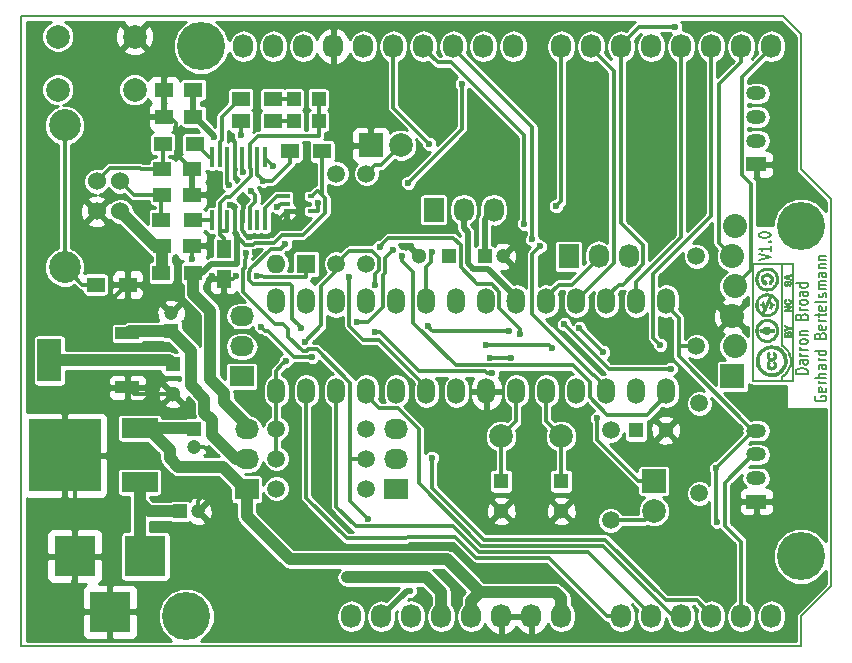
<source format=gtl>
G04 #@! TF.FileFunction,Copper,L1,Top,Signal*
%FSLAX46Y46*%
G04 Gerber Fmt 4.6, Leading zero omitted, Abs format (unit mm)*
G04 Created by KiCad (PCBNEW 4.0.2+dfsg1-stable) date Sa 11 Feb 2017 02:51:41 CET*
%MOMM*%
G01*
G04 APERTURE LIST*
%ADD10C,0.100000*%
%ADD11C,0.200000*%
%ADD12C,0.150000*%
%ADD13C,0.002540*%
%ADD14O,1.727200X2.032000*%
%ADD15C,4.064000*%
%ADD16R,3.500120X3.500120*%
%ADD17R,2.032000X2.032000*%
%ADD18C,2.032000*%
%ADD19C,1.524000*%
%ADD20C,2.700020*%
%ADD21R,1.727200X2.032000*%
%ADD22R,1.699260X1.198880*%
%ADD23O,1.699260X1.198880*%
%ADD24R,2.032000X3.657600*%
%ADD25R,2.032000X1.016000*%
%ADD26C,1.998980*%
%ADD27O,1.501140X2.199640*%
%ADD28R,1.300000X1.300000*%
%ADD29C,1.300000*%
%ADD30C,1.500000*%
%ADD31R,1.500000X1.250000*%
%ADD32R,1.250000X1.500000*%
%ADD33R,1.200000X1.200000*%
%ADD34C,1.200000*%
%ADD35R,1.198880X1.198880*%
%ADD36R,2.000000X2.000000*%
%ADD37C,2.000000*%
%ADD38R,1.500000X1.300000*%
%ADD39R,2.032000X1.727200*%
%ADD40O,2.032000X1.727200*%
%ADD41R,0.406400X1.651000*%
%ADD42R,0.508000X0.304800*%
%ADD43R,1.600000X1.600000*%
%ADD44O,1.600000X1.600000*%
%ADD45R,3.048000X1.651000*%
%ADD46R,6.096000X6.096000*%
%ADD47C,0.600000*%
%ADD48C,0.800000*%
%ADD49C,1.016000*%
%ADD50C,0.304800*%
%ADD51C,0.508000*%
%ADD52C,0.254000*%
G04 APERTURE END LIST*
D10*
D11*
X62444381Y32689952D02*
X63444381Y32956619D01*
X62444381Y33223286D01*
X63444381Y33909000D02*
X63444381Y33451857D01*
X63444381Y33680428D02*
X62444381Y33680428D01*
X62587238Y33604238D01*
X62682476Y33528047D01*
X62730095Y33451857D01*
X63349143Y34251857D02*
X63396762Y34289952D01*
X63444381Y34251857D01*
X63396762Y34213762D01*
X63349143Y34251857D01*
X63444381Y34251857D01*
X62444381Y34785190D02*
X62444381Y34861381D01*
X62492000Y34937571D01*
X62539619Y34975666D01*
X62634857Y35013762D01*
X62825333Y35051857D01*
X63063429Y35051857D01*
X63253905Y35013762D01*
X63349143Y34975666D01*
X63396762Y34937571D01*
X63444381Y34861381D01*
X63444381Y34785190D01*
X63396762Y34709000D01*
X63349143Y34670904D01*
X63253905Y34632809D01*
X63063429Y34594714D01*
X62825333Y34594714D01*
X62634857Y34632809D01*
X62539619Y34670904D01*
X62492000Y34709000D01*
X62444381Y34785190D01*
X66581381Y23095427D02*
X65581381Y23095427D01*
X65581381Y23285903D01*
X65629000Y23400189D01*
X65724238Y23476380D01*
X65819476Y23514475D01*
X66009952Y23552570D01*
X66152810Y23552570D01*
X66343286Y23514475D01*
X66438524Y23476380D01*
X66533762Y23400189D01*
X66581381Y23285903D01*
X66581381Y23095427D01*
X66581381Y24238284D02*
X66057571Y24238284D01*
X65962333Y24200189D01*
X65914714Y24123999D01*
X65914714Y23971618D01*
X65962333Y23895427D01*
X66533762Y24238284D02*
X66581381Y24162094D01*
X66581381Y23971618D01*
X66533762Y23895427D01*
X66438524Y23857332D01*
X66343286Y23857332D01*
X66248048Y23895427D01*
X66200429Y23971618D01*
X66200429Y24162094D01*
X66152810Y24238284D01*
X66581381Y24619237D02*
X65914714Y24619237D01*
X66105190Y24619237D02*
X66009952Y24657332D01*
X65962333Y24695428D01*
X65914714Y24771618D01*
X65914714Y24847809D01*
X66581381Y25114475D02*
X65914714Y25114475D01*
X66105190Y25114475D02*
X66009952Y25152570D01*
X65962333Y25190666D01*
X65914714Y25266856D01*
X65914714Y25343047D01*
X66581381Y25723999D02*
X66533762Y25647808D01*
X66486143Y25609713D01*
X66390905Y25571618D01*
X66105190Y25571618D01*
X66009952Y25609713D01*
X65962333Y25647808D01*
X65914714Y25723999D01*
X65914714Y25838285D01*
X65962333Y25914475D01*
X66009952Y25952570D01*
X66105190Y25990666D01*
X66390905Y25990666D01*
X66486143Y25952570D01*
X66533762Y25914475D01*
X66581381Y25838285D01*
X66581381Y25723999D01*
X65914714Y26333523D02*
X66581381Y26333523D01*
X66009952Y26333523D02*
X65962333Y26371618D01*
X65914714Y26447809D01*
X65914714Y26562095D01*
X65962333Y26638285D01*
X66057571Y26676380D01*
X66581381Y26676380D01*
X66057571Y27933524D02*
X66105190Y28047810D01*
X66152810Y28085905D01*
X66248048Y28124000D01*
X66390905Y28124000D01*
X66486143Y28085905D01*
X66533762Y28047810D01*
X66581381Y27971619D01*
X66581381Y27666857D01*
X65581381Y27666857D01*
X65581381Y27933524D01*
X65629000Y28009714D01*
X65676619Y28047810D01*
X65771857Y28085905D01*
X65867095Y28085905D01*
X65962333Y28047810D01*
X66009952Y28009714D01*
X66057571Y27933524D01*
X66057571Y27666857D01*
X66581381Y28466857D02*
X65914714Y28466857D01*
X66105190Y28466857D02*
X66009952Y28504952D01*
X65962333Y28543048D01*
X65914714Y28619238D01*
X65914714Y28695429D01*
X66581381Y29076381D02*
X66533762Y29000190D01*
X66486143Y28962095D01*
X66390905Y28924000D01*
X66105190Y28924000D01*
X66009952Y28962095D01*
X65962333Y29000190D01*
X65914714Y29076381D01*
X65914714Y29190667D01*
X65962333Y29266857D01*
X66009952Y29304952D01*
X66105190Y29343048D01*
X66390905Y29343048D01*
X66486143Y29304952D01*
X66533762Y29266857D01*
X66581381Y29190667D01*
X66581381Y29076381D01*
X66581381Y30028762D02*
X66057571Y30028762D01*
X65962333Y29990667D01*
X65914714Y29914477D01*
X65914714Y29762096D01*
X65962333Y29685905D01*
X66533762Y30028762D02*
X66581381Y29952572D01*
X66581381Y29762096D01*
X66533762Y29685905D01*
X66438524Y29647810D01*
X66343286Y29647810D01*
X66248048Y29685905D01*
X66200429Y29762096D01*
X66200429Y29952572D01*
X66152810Y30028762D01*
X66581381Y30752572D02*
X65581381Y30752572D01*
X66533762Y30752572D02*
X66581381Y30676382D01*
X66581381Y30524001D01*
X66533762Y30447810D01*
X66486143Y30409715D01*
X66390905Y30371620D01*
X66105190Y30371620D01*
X66009952Y30409715D01*
X65962333Y30447810D01*
X65914714Y30524001D01*
X65914714Y30676382D01*
X65962333Y30752572D01*
X67229000Y21190666D02*
X67181381Y21114475D01*
X67181381Y21000190D01*
X67229000Y20885904D01*
X67324238Y20809713D01*
X67419476Y20771618D01*
X67609952Y20733523D01*
X67752810Y20733523D01*
X67943286Y20771618D01*
X68038524Y20809713D01*
X68133762Y20885904D01*
X68181381Y21000190D01*
X68181381Y21076380D01*
X68133762Y21190666D01*
X68086143Y21228761D01*
X67752810Y21228761D01*
X67752810Y21076380D01*
X68133762Y21876380D02*
X68181381Y21800190D01*
X68181381Y21647809D01*
X68133762Y21571618D01*
X68038524Y21533523D01*
X67657571Y21533523D01*
X67562333Y21571618D01*
X67514714Y21647809D01*
X67514714Y21800190D01*
X67562333Y21876380D01*
X67657571Y21914475D01*
X67752810Y21914475D01*
X67848048Y21533523D01*
X68181381Y22257332D02*
X67514714Y22257332D01*
X67705190Y22257332D02*
X67609952Y22295427D01*
X67562333Y22333523D01*
X67514714Y22409713D01*
X67514714Y22485904D01*
X68181381Y22752570D02*
X67181381Y22752570D01*
X68181381Y23095427D02*
X67657571Y23095427D01*
X67562333Y23057332D01*
X67514714Y22981142D01*
X67514714Y22866856D01*
X67562333Y22790665D01*
X67609952Y22752570D01*
X68181381Y23819237D02*
X67657571Y23819237D01*
X67562333Y23781142D01*
X67514714Y23704952D01*
X67514714Y23552571D01*
X67562333Y23476380D01*
X68133762Y23819237D02*
X68181381Y23743047D01*
X68181381Y23552571D01*
X68133762Y23476380D01*
X68038524Y23438285D01*
X67943286Y23438285D01*
X67848048Y23476380D01*
X67800429Y23552571D01*
X67800429Y23743047D01*
X67752810Y23819237D01*
X68181381Y24200190D02*
X67514714Y24200190D01*
X67705190Y24200190D02*
X67609952Y24238285D01*
X67562333Y24276381D01*
X67514714Y24352571D01*
X67514714Y24428762D01*
X68181381Y25038285D02*
X67181381Y25038285D01*
X68133762Y25038285D02*
X68181381Y24962095D01*
X68181381Y24809714D01*
X68133762Y24733523D01*
X68086143Y24695428D01*
X67990905Y24657333D01*
X67705190Y24657333D01*
X67609952Y24695428D01*
X67562333Y24733523D01*
X67514714Y24809714D01*
X67514714Y24962095D01*
X67562333Y25038285D01*
X67657571Y26295429D02*
X67705190Y26409715D01*
X67752810Y26447810D01*
X67848048Y26485905D01*
X67990905Y26485905D01*
X68086143Y26447810D01*
X68133762Y26409715D01*
X68181381Y26333524D01*
X68181381Y26028762D01*
X67181381Y26028762D01*
X67181381Y26295429D01*
X67229000Y26371619D01*
X67276619Y26409715D01*
X67371857Y26447810D01*
X67467095Y26447810D01*
X67562333Y26409715D01*
X67609952Y26371619D01*
X67657571Y26295429D01*
X67657571Y26028762D01*
X68133762Y27133524D02*
X68181381Y27057334D01*
X68181381Y26904953D01*
X68133762Y26828762D01*
X68038524Y26790667D01*
X67657571Y26790667D01*
X67562333Y26828762D01*
X67514714Y26904953D01*
X67514714Y27057334D01*
X67562333Y27133524D01*
X67657571Y27171619D01*
X67752810Y27171619D01*
X67848048Y26790667D01*
X68181381Y27514476D02*
X67514714Y27514476D01*
X67705190Y27514476D02*
X67609952Y27552571D01*
X67562333Y27590667D01*
X67514714Y27666857D01*
X67514714Y27743048D01*
X67514714Y27895428D02*
X67514714Y28200190D01*
X67181381Y28009714D02*
X68038524Y28009714D01*
X68133762Y28047809D01*
X68181381Y28124000D01*
X68181381Y28200190D01*
X68133762Y28771619D02*
X68181381Y28695429D01*
X68181381Y28543048D01*
X68133762Y28466857D01*
X68038524Y28428762D01*
X67657571Y28428762D01*
X67562333Y28466857D01*
X67514714Y28543048D01*
X67514714Y28695429D01*
X67562333Y28771619D01*
X67657571Y28809714D01*
X67752810Y28809714D01*
X67848048Y28428762D01*
X68181381Y29266857D02*
X68133762Y29190666D01*
X68038524Y29152571D01*
X67181381Y29152571D01*
X68133762Y29533524D02*
X68181381Y29609714D01*
X68181381Y29762095D01*
X68133762Y29838286D01*
X68038524Y29876381D01*
X67990905Y29876381D01*
X67895667Y29838286D01*
X67848048Y29762095D01*
X67848048Y29647810D01*
X67800429Y29571619D01*
X67705190Y29533524D01*
X67657571Y29533524D01*
X67562333Y29571619D01*
X67514714Y29647810D01*
X67514714Y29762095D01*
X67562333Y29838286D01*
X68181381Y30219238D02*
X67514714Y30219238D01*
X67609952Y30219238D02*
X67562333Y30257333D01*
X67514714Y30333524D01*
X67514714Y30447810D01*
X67562333Y30524000D01*
X67657571Y30562095D01*
X68181381Y30562095D01*
X67657571Y30562095D02*
X67562333Y30600191D01*
X67514714Y30676381D01*
X67514714Y30790667D01*
X67562333Y30866857D01*
X67657571Y30904952D01*
X68181381Y30904952D01*
X68181381Y31628762D02*
X67657571Y31628762D01*
X67562333Y31590667D01*
X67514714Y31514477D01*
X67514714Y31362096D01*
X67562333Y31285905D01*
X68133762Y31628762D02*
X68181381Y31552572D01*
X68181381Y31362096D01*
X68133762Y31285905D01*
X68038524Y31247810D01*
X67943286Y31247810D01*
X67848048Y31285905D01*
X67800429Y31362096D01*
X67800429Y31552572D01*
X67752810Y31628762D01*
X67514714Y32009715D02*
X68181381Y32009715D01*
X67609952Y32009715D02*
X67562333Y32047810D01*
X67514714Y32124001D01*
X67514714Y32238287D01*
X67562333Y32314477D01*
X67657571Y32352572D01*
X68181381Y32352572D01*
X67514714Y32733525D02*
X68181381Y32733525D01*
X67609952Y32733525D02*
X67562333Y32771620D01*
X67514714Y32847811D01*
X67514714Y32962097D01*
X67562333Y33038287D01*
X67657571Y33076382D01*
X68181381Y33076382D01*
D12*
X66040000Y51816000D02*
X64516000Y53340000D01*
X66040000Y40386000D02*
X66040000Y51816000D01*
X68580000Y37846000D02*
X66040000Y40386000D01*
X68580000Y5080000D02*
X68580000Y37846000D01*
X66040000Y2540000D02*
X68580000Y5080000D01*
X66040000Y0D02*
X66040000Y2540000D01*
X0Y0D02*
X66040000Y0D01*
X0Y53340000D02*
X0Y0D01*
X64516000Y53340000D02*
X0Y53340000D01*
D13*
G36*
X65377060Y32430720D02*
X65377060Y32341820D01*
X64325500Y32341820D01*
X63177420Y32341820D01*
X62026800Y32341820D01*
X61996320Y32311340D01*
X61968380Y32283400D01*
X61968380Y27432000D01*
X61968380Y22580600D01*
X61996320Y22552660D01*
X62026800Y22522180D01*
X63177420Y22522180D01*
X64325500Y22522180D01*
X64325500Y22699980D01*
X64325500Y22877780D01*
X64427100Y22943820D01*
X64559180Y23040340D01*
X64678560Y23152100D01*
X64785240Y23276560D01*
X64879220Y23413720D01*
X64957960Y23558500D01*
X65018920Y23713440D01*
X65064640Y23876000D01*
X65084960Y24005540D01*
X65090040Y24071580D01*
X65092580Y24152860D01*
X65090040Y24239220D01*
X65082420Y24325580D01*
X65074800Y24404320D01*
X65067180Y24450040D01*
X65021460Y24620220D01*
X64963040Y24777700D01*
X64884300Y24927560D01*
X64790320Y25064720D01*
X64676020Y25194260D01*
X64622680Y25247600D01*
X64574420Y25290780D01*
X64518540Y25336500D01*
X64465200Y25377140D01*
X64427100Y25402540D01*
X64328040Y25468580D01*
X64325500Y28902660D01*
X64325500Y32341820D01*
X65377060Y32341820D01*
X65377060Y32331660D01*
X65295780Y32331660D01*
X64856360Y32331660D01*
X64416940Y32331660D01*
X64416940Y28930600D01*
X64416940Y25534620D01*
X64508380Y25471120D01*
X64615060Y25394920D01*
X64709040Y25321260D01*
X64787780Y25242520D01*
X64853820Y25161240D01*
X64917320Y25069800D01*
X64957960Y25001220D01*
X65013840Y24892000D01*
X65059560Y24795480D01*
X65095120Y24704040D01*
X65125600Y24610060D01*
X65151000Y24513540D01*
X65151000Y24508460D01*
X65176400Y24363680D01*
X65189100Y24231600D01*
X65189100Y24102060D01*
X65176400Y23969980D01*
X65151000Y23835360D01*
X65105280Y23682960D01*
X65039240Y23530560D01*
X64955420Y23373080D01*
X64851280Y23215600D01*
X64813180Y23162260D01*
X64780160Y23121620D01*
X64734440Y23075900D01*
X64683640Y23025100D01*
X64627760Y22971760D01*
X64571880Y22923500D01*
X64521080Y22880320D01*
X64475360Y22847300D01*
X64447420Y22832060D01*
X64416940Y22814280D01*
X64416940Y22664420D01*
X64416940Y22512020D01*
X64856360Y22512020D01*
X65295780Y22512020D01*
X65295780Y27424380D01*
X65295780Y32331660D01*
X65377060Y32331660D01*
X65377060Y27437080D01*
X65377060Y22445980D01*
X65232280Y22438360D01*
X65204340Y22438360D01*
X65158620Y22435820D01*
X65095120Y22435820D01*
X65016380Y22435820D01*
X64924940Y22435820D01*
X64823340Y22433280D01*
X64706500Y22433280D01*
X64582040Y22433280D01*
X64449960Y22433280D01*
X64307720Y22433280D01*
X64160400Y22433280D01*
X64008000Y22433280D01*
X63853060Y22433280D01*
X63695580Y22433280D01*
X63540640Y22435820D01*
X63380620Y22435820D01*
X63223140Y22435820D01*
X63070740Y22435820D01*
X62918340Y22435820D01*
X62773560Y22438360D01*
X62636400Y22438360D01*
X62506860Y22438360D01*
X62384940Y22438360D01*
X62273180Y22440900D01*
X62174120Y22440900D01*
X62087760Y22440900D01*
X62014100Y22443440D01*
X61958220Y22443440D01*
X61917580Y22443440D01*
X61894720Y22445980D01*
X61892180Y22445980D01*
X61889640Y22456140D01*
X61889640Y22486620D01*
X61889640Y22534880D01*
X61889640Y22600920D01*
X61889640Y22682200D01*
X61889640Y22783800D01*
X61887100Y22898100D01*
X61887100Y23027640D01*
X61887100Y23172420D01*
X61887100Y23329900D01*
X61887100Y23500080D01*
X61887100Y23680420D01*
X61884560Y23873460D01*
X61884560Y24076660D01*
X61884560Y24290020D01*
X61884560Y24513540D01*
X61884560Y24744680D01*
X61884560Y24980900D01*
X61884560Y25227280D01*
X61884560Y25478740D01*
X61882020Y25735280D01*
X61882020Y25994360D01*
X61882020Y26261060D01*
X61882020Y26527760D01*
X61882020Y26799540D01*
X61882020Y27071320D01*
X61882020Y27343100D01*
X61882020Y27614880D01*
X61882020Y27886660D01*
X61882020Y28158440D01*
X61882020Y28427680D01*
X61882020Y28694380D01*
X61882020Y28956000D01*
X61882020Y29215080D01*
X61882020Y29469080D01*
X61882020Y29718000D01*
X61882020Y29959300D01*
X61882020Y30195520D01*
X61882020Y30421580D01*
X61882020Y30640020D01*
X61882020Y30848300D01*
X61882020Y31046420D01*
X61882020Y31236920D01*
X61882020Y31412180D01*
X61882020Y31577280D01*
X61882020Y31727140D01*
X61882020Y31864300D01*
X61882020Y31988760D01*
X61882020Y32095440D01*
X61884560Y32186880D01*
X61884560Y32263080D01*
X61884560Y32321500D01*
X61884560Y32359600D01*
X61884560Y32382460D01*
X61884560Y32385000D01*
X61889640Y32430720D01*
X63632080Y32430720D01*
X65377060Y32430720D01*
X65377060Y32430720D01*
X65377060Y32430720D01*
G37*
X65377060Y32430720D02*
X65377060Y32341820D01*
X64325500Y32341820D01*
X63177420Y32341820D01*
X62026800Y32341820D01*
X61996320Y32311340D01*
X61968380Y32283400D01*
X61968380Y27432000D01*
X61968380Y22580600D01*
X61996320Y22552660D01*
X62026800Y22522180D01*
X63177420Y22522180D01*
X64325500Y22522180D01*
X64325500Y22699980D01*
X64325500Y22877780D01*
X64427100Y22943820D01*
X64559180Y23040340D01*
X64678560Y23152100D01*
X64785240Y23276560D01*
X64879220Y23413720D01*
X64957960Y23558500D01*
X65018920Y23713440D01*
X65064640Y23876000D01*
X65084960Y24005540D01*
X65090040Y24071580D01*
X65092580Y24152860D01*
X65090040Y24239220D01*
X65082420Y24325580D01*
X65074800Y24404320D01*
X65067180Y24450040D01*
X65021460Y24620220D01*
X64963040Y24777700D01*
X64884300Y24927560D01*
X64790320Y25064720D01*
X64676020Y25194260D01*
X64622680Y25247600D01*
X64574420Y25290780D01*
X64518540Y25336500D01*
X64465200Y25377140D01*
X64427100Y25402540D01*
X64328040Y25468580D01*
X64325500Y28902660D01*
X64325500Y32341820D01*
X65377060Y32341820D01*
X65377060Y32331660D01*
X65295780Y32331660D01*
X64856360Y32331660D01*
X64416940Y32331660D01*
X64416940Y28930600D01*
X64416940Y25534620D01*
X64508380Y25471120D01*
X64615060Y25394920D01*
X64709040Y25321260D01*
X64787780Y25242520D01*
X64853820Y25161240D01*
X64917320Y25069800D01*
X64957960Y25001220D01*
X65013840Y24892000D01*
X65059560Y24795480D01*
X65095120Y24704040D01*
X65125600Y24610060D01*
X65151000Y24513540D01*
X65151000Y24508460D01*
X65176400Y24363680D01*
X65189100Y24231600D01*
X65189100Y24102060D01*
X65176400Y23969980D01*
X65151000Y23835360D01*
X65105280Y23682960D01*
X65039240Y23530560D01*
X64955420Y23373080D01*
X64851280Y23215600D01*
X64813180Y23162260D01*
X64780160Y23121620D01*
X64734440Y23075900D01*
X64683640Y23025100D01*
X64627760Y22971760D01*
X64571880Y22923500D01*
X64521080Y22880320D01*
X64475360Y22847300D01*
X64447420Y22832060D01*
X64416940Y22814280D01*
X64416940Y22664420D01*
X64416940Y22512020D01*
X64856360Y22512020D01*
X65295780Y22512020D01*
X65295780Y27424380D01*
X65295780Y32331660D01*
X65377060Y32331660D01*
X65377060Y27437080D01*
X65377060Y22445980D01*
X65232280Y22438360D01*
X65204340Y22438360D01*
X65158620Y22435820D01*
X65095120Y22435820D01*
X65016380Y22435820D01*
X64924940Y22435820D01*
X64823340Y22433280D01*
X64706500Y22433280D01*
X64582040Y22433280D01*
X64449960Y22433280D01*
X64307720Y22433280D01*
X64160400Y22433280D01*
X64008000Y22433280D01*
X63853060Y22433280D01*
X63695580Y22433280D01*
X63540640Y22435820D01*
X63380620Y22435820D01*
X63223140Y22435820D01*
X63070740Y22435820D01*
X62918340Y22435820D01*
X62773560Y22438360D01*
X62636400Y22438360D01*
X62506860Y22438360D01*
X62384940Y22438360D01*
X62273180Y22440900D01*
X62174120Y22440900D01*
X62087760Y22440900D01*
X62014100Y22443440D01*
X61958220Y22443440D01*
X61917580Y22443440D01*
X61894720Y22445980D01*
X61892180Y22445980D01*
X61889640Y22456140D01*
X61889640Y22486620D01*
X61889640Y22534880D01*
X61889640Y22600920D01*
X61889640Y22682200D01*
X61889640Y22783800D01*
X61887100Y22898100D01*
X61887100Y23027640D01*
X61887100Y23172420D01*
X61887100Y23329900D01*
X61887100Y23500080D01*
X61887100Y23680420D01*
X61884560Y23873460D01*
X61884560Y24076660D01*
X61884560Y24290020D01*
X61884560Y24513540D01*
X61884560Y24744680D01*
X61884560Y24980900D01*
X61884560Y25227280D01*
X61884560Y25478740D01*
X61882020Y25735280D01*
X61882020Y25994360D01*
X61882020Y26261060D01*
X61882020Y26527760D01*
X61882020Y26799540D01*
X61882020Y27071320D01*
X61882020Y27343100D01*
X61882020Y27614880D01*
X61882020Y27886660D01*
X61882020Y28158440D01*
X61882020Y28427680D01*
X61882020Y28694380D01*
X61882020Y28956000D01*
X61882020Y29215080D01*
X61882020Y29469080D01*
X61882020Y29718000D01*
X61882020Y29959300D01*
X61882020Y30195520D01*
X61882020Y30421580D01*
X61882020Y30640020D01*
X61882020Y30848300D01*
X61882020Y31046420D01*
X61882020Y31236920D01*
X61882020Y31412180D01*
X61882020Y31577280D01*
X61882020Y31727140D01*
X61882020Y31864300D01*
X61882020Y31988760D01*
X61882020Y32095440D01*
X61884560Y32186880D01*
X61884560Y32263080D01*
X61884560Y32321500D01*
X61884560Y32359600D01*
X61884560Y32382460D01*
X61884560Y32385000D01*
X61889640Y32430720D01*
X63632080Y32430720D01*
X65377060Y32430720D01*
X65377060Y32430720D01*
G36*
X64945260Y29420820D02*
X64973200Y29415740D01*
X65044320Y29390340D01*
X65097660Y29352240D01*
X65138300Y29301440D01*
X65161160Y29240480D01*
X65168780Y29169360D01*
X65163700Y29126180D01*
X65153540Y29072840D01*
X65133220Y29032200D01*
X65100200Y28991560D01*
X65082420Y28973780D01*
X65026540Y28935680D01*
X64960500Y28910280D01*
X64891920Y28902660D01*
X64820800Y28907740D01*
X64752220Y28925520D01*
X64691260Y28961080D01*
X64665860Y28981400D01*
X64625220Y29034740D01*
X64599820Y29095700D01*
X64589660Y29159200D01*
X64594740Y29222700D01*
X64612520Y29281120D01*
X64645540Y29334460D01*
X64691260Y29377640D01*
X64716660Y29390340D01*
X64744600Y29403040D01*
X64770000Y29410660D01*
X64775080Y29410660D01*
X64787780Y29408120D01*
X64792860Y29397960D01*
X64795400Y29375100D01*
X64795400Y29357320D01*
X64795400Y29324300D01*
X64790320Y29306520D01*
X64780160Y29293820D01*
X64764920Y29286200D01*
X64726820Y29255720D01*
X64706500Y29217620D01*
X64696340Y29174440D01*
X64703960Y29131260D01*
X64724280Y29090620D01*
X64759840Y29057600D01*
X64780160Y29047440D01*
X64820800Y29034740D01*
X64874140Y29029660D01*
X64927480Y29032200D01*
X64973200Y29042360D01*
X64983360Y29047440D01*
X65026540Y29077920D01*
X65051940Y29118560D01*
X65064640Y29164280D01*
X65059560Y29210000D01*
X65049400Y29230320D01*
X65029080Y29258260D01*
X64998600Y29278580D01*
X64968120Y29291280D01*
X64960500Y29291280D01*
X64952880Y29293820D01*
X64947800Y29309060D01*
X64945260Y29337000D01*
X64945260Y29354780D01*
X64945260Y29420820D01*
X64945260Y29420820D01*
X64945260Y29420820D01*
G37*
X64945260Y29420820D02*
X64973200Y29415740D01*
X65044320Y29390340D01*
X65097660Y29352240D01*
X65138300Y29301440D01*
X65161160Y29240480D01*
X65168780Y29169360D01*
X65163700Y29126180D01*
X65153540Y29072840D01*
X65133220Y29032200D01*
X65100200Y28991560D01*
X65082420Y28973780D01*
X65026540Y28935680D01*
X64960500Y28910280D01*
X64891920Y28902660D01*
X64820800Y28907740D01*
X64752220Y28925520D01*
X64691260Y28961080D01*
X64665860Y28981400D01*
X64625220Y29034740D01*
X64599820Y29095700D01*
X64589660Y29159200D01*
X64594740Y29222700D01*
X64612520Y29281120D01*
X64645540Y29334460D01*
X64691260Y29377640D01*
X64716660Y29390340D01*
X64744600Y29403040D01*
X64770000Y29410660D01*
X64775080Y29410660D01*
X64787780Y29408120D01*
X64792860Y29397960D01*
X64795400Y29375100D01*
X64795400Y29357320D01*
X64795400Y29324300D01*
X64790320Y29306520D01*
X64780160Y29293820D01*
X64764920Y29286200D01*
X64726820Y29255720D01*
X64706500Y29217620D01*
X64696340Y29174440D01*
X64703960Y29131260D01*
X64724280Y29090620D01*
X64759840Y29057600D01*
X64780160Y29047440D01*
X64820800Y29034740D01*
X64874140Y29029660D01*
X64927480Y29032200D01*
X64973200Y29042360D01*
X64983360Y29047440D01*
X65026540Y29077920D01*
X65051940Y29118560D01*
X65064640Y29164280D01*
X65059560Y29210000D01*
X65049400Y29230320D01*
X65029080Y29258260D01*
X64998600Y29278580D01*
X64968120Y29291280D01*
X64960500Y29291280D01*
X64952880Y29293820D01*
X64947800Y29309060D01*
X64945260Y29337000D01*
X64945260Y29354780D01*
X64945260Y29420820D01*
X64945260Y29420820D01*
G36*
X65016380Y30970220D02*
X65054480Y30960060D01*
X65090040Y30937200D01*
X65100200Y30929580D01*
X65133220Y30891480D01*
X65156080Y30838140D01*
X65168780Y30777180D01*
X65168780Y30713680D01*
X65168780Y30706060D01*
X65153540Y30634940D01*
X65123060Y30579060D01*
X65082420Y30538420D01*
X65029080Y30513020D01*
X65024000Y30510480D01*
X64993520Y30505400D01*
X64975740Y30510480D01*
X64968120Y30528260D01*
X64968120Y30561280D01*
X64968120Y30571440D01*
X64970660Y30601920D01*
X64975740Y30619700D01*
X64988440Y30629860D01*
X65006220Y30634940D01*
X65039240Y30655260D01*
X65064640Y30688280D01*
X65074800Y30731460D01*
X65069720Y30779720D01*
X65062100Y30807660D01*
X65044320Y30838140D01*
X65021460Y30850840D01*
X64993520Y30848300D01*
X64978280Y30840680D01*
X64965580Y30825440D01*
X64952880Y30800040D01*
X64937640Y30761940D01*
X64919860Y30708600D01*
X64912240Y30680660D01*
X64897000Y30632400D01*
X64881760Y30599380D01*
X64866520Y30576520D01*
X64851280Y30563820D01*
X64805560Y30533340D01*
X64762380Y30523180D01*
X64716660Y30528260D01*
X64676020Y30548580D01*
X64640460Y30581600D01*
X64612520Y30624780D01*
X64594740Y30675580D01*
X64589660Y30734000D01*
X64594740Y30789880D01*
X64615060Y30853380D01*
X64643000Y30901640D01*
X64683640Y30932120D01*
X64734440Y30947360D01*
X64734440Y30947360D01*
X64775080Y30952440D01*
X64775080Y30896560D01*
X64775080Y30863540D01*
X64770000Y30845760D01*
X64762380Y30835600D01*
X64744600Y30827980D01*
X64714120Y30810200D01*
X64696340Y30777180D01*
X64686180Y30739080D01*
X64691260Y30700980D01*
X64706500Y30667960D01*
X64711580Y30665420D01*
X64731900Y30647640D01*
X64749680Y30642560D01*
X64767460Y30652720D01*
X64775080Y30657800D01*
X64787780Y30680660D01*
X64805560Y30721300D01*
X64823340Y30779720D01*
X64823340Y30784800D01*
X64846200Y30850840D01*
X64866520Y30901640D01*
X64891920Y30934660D01*
X64922400Y30957520D01*
X64960500Y30967680D01*
X64968120Y30967680D01*
X65016380Y30970220D01*
X65016380Y30970220D01*
X65016380Y30970220D01*
G37*
X65016380Y30970220D02*
X65054480Y30960060D01*
X65090040Y30937200D01*
X65100200Y30929580D01*
X65133220Y30891480D01*
X65156080Y30838140D01*
X65168780Y30777180D01*
X65168780Y30713680D01*
X65168780Y30706060D01*
X65153540Y30634940D01*
X65123060Y30579060D01*
X65082420Y30538420D01*
X65029080Y30513020D01*
X65024000Y30510480D01*
X64993520Y30505400D01*
X64975740Y30510480D01*
X64968120Y30528260D01*
X64968120Y30561280D01*
X64968120Y30571440D01*
X64970660Y30601920D01*
X64975740Y30619700D01*
X64988440Y30629860D01*
X65006220Y30634940D01*
X65039240Y30655260D01*
X65064640Y30688280D01*
X65074800Y30731460D01*
X65069720Y30779720D01*
X65062100Y30807660D01*
X65044320Y30838140D01*
X65021460Y30850840D01*
X64993520Y30848300D01*
X64978280Y30840680D01*
X64965580Y30825440D01*
X64952880Y30800040D01*
X64937640Y30761940D01*
X64919860Y30708600D01*
X64912240Y30680660D01*
X64897000Y30632400D01*
X64881760Y30599380D01*
X64866520Y30576520D01*
X64851280Y30563820D01*
X64805560Y30533340D01*
X64762380Y30523180D01*
X64716660Y30528260D01*
X64676020Y30548580D01*
X64640460Y30581600D01*
X64612520Y30624780D01*
X64594740Y30675580D01*
X64589660Y30734000D01*
X64594740Y30789880D01*
X64615060Y30853380D01*
X64643000Y30901640D01*
X64683640Y30932120D01*
X64734440Y30947360D01*
X64734440Y30947360D01*
X64775080Y30952440D01*
X64775080Y30896560D01*
X64775080Y30863540D01*
X64770000Y30845760D01*
X64762380Y30835600D01*
X64744600Y30827980D01*
X64714120Y30810200D01*
X64696340Y30777180D01*
X64686180Y30739080D01*
X64691260Y30700980D01*
X64706500Y30667960D01*
X64711580Y30665420D01*
X64731900Y30647640D01*
X64749680Y30642560D01*
X64767460Y30652720D01*
X64775080Y30657800D01*
X64787780Y30680660D01*
X64805560Y30721300D01*
X64823340Y30779720D01*
X64823340Y30784800D01*
X64846200Y30850840D01*
X64866520Y30901640D01*
X64891920Y30934660D01*
X64922400Y30957520D01*
X64960500Y30967680D01*
X64968120Y30967680D01*
X65016380Y30970220D01*
X65016380Y30970220D01*
G36*
X65016380Y26670000D02*
X65067180Y26654760D01*
X65110360Y26621740D01*
X65135760Y26578560D01*
X65143380Y26560780D01*
X65148460Y26543000D01*
X64985900Y26543000D01*
X64955420Y26540460D01*
X64935100Y26527760D01*
X64932560Y26522680D01*
X64757300Y26522680D01*
X64729360Y26512520D01*
X64721740Y26507440D01*
X64711580Y26492200D01*
X64706500Y26464260D01*
X64706500Y26423620D01*
X64706500Y26413460D01*
X64706500Y26334720D01*
X64736980Y26332180D01*
X64770000Y26329640D01*
X64797940Y26332180D01*
X64813180Y26334720D01*
X64820800Y26339800D01*
X64825880Y26355040D01*
X64825880Y26382980D01*
X64825880Y26405840D01*
X64823340Y26456640D01*
X64815720Y26492200D01*
X64810640Y26499820D01*
X64787780Y26517600D01*
X64757300Y26522680D01*
X64932560Y26522680D01*
X64922400Y26502360D01*
X64917320Y26464260D01*
X64914780Y26416000D01*
X64914780Y26332180D01*
X64985900Y26332180D01*
X65057020Y26332180D01*
X65057020Y26421080D01*
X65054480Y26466800D01*
X65051940Y26497280D01*
X65044320Y26517600D01*
X65039240Y26525220D01*
X65013840Y26540460D01*
X64985900Y26543000D01*
X65148460Y26543000D01*
X65148460Y26537920D01*
X65153540Y26509980D01*
X65153540Y26471880D01*
X65156080Y26418540D01*
X65156080Y26370280D01*
X65156080Y26202640D01*
X64881760Y26202640D01*
X64604900Y26202640D01*
X64604900Y26367740D01*
X64607440Y26441400D01*
X64607440Y26494740D01*
X64612520Y26537920D01*
X64620140Y26568400D01*
X64630300Y26591260D01*
X64645540Y26609040D01*
X64653160Y26616660D01*
X64681100Y26631900D01*
X64719200Y26639520D01*
X64759840Y26642060D01*
X64780160Y26639520D01*
X64805560Y26626820D01*
X64830960Y26606500D01*
X64833500Y26603960D01*
X64851280Y26588720D01*
X64861440Y26586180D01*
X64863980Y26593800D01*
X64881760Y26619200D01*
X64909700Y26647140D01*
X64945260Y26664920D01*
X64960500Y26667460D01*
X65016380Y26670000D01*
X65016380Y26670000D01*
X65016380Y26670000D01*
G37*
X65016380Y26670000D02*
X65067180Y26654760D01*
X65110360Y26621740D01*
X65135760Y26578560D01*
X65143380Y26560780D01*
X65148460Y26543000D01*
X64985900Y26543000D01*
X64955420Y26540460D01*
X64935100Y26527760D01*
X64932560Y26522680D01*
X64757300Y26522680D01*
X64729360Y26512520D01*
X64721740Y26507440D01*
X64711580Y26492200D01*
X64706500Y26464260D01*
X64706500Y26423620D01*
X64706500Y26413460D01*
X64706500Y26334720D01*
X64736980Y26332180D01*
X64770000Y26329640D01*
X64797940Y26332180D01*
X64813180Y26334720D01*
X64820800Y26339800D01*
X64825880Y26355040D01*
X64825880Y26382980D01*
X64825880Y26405840D01*
X64823340Y26456640D01*
X64815720Y26492200D01*
X64810640Y26499820D01*
X64787780Y26517600D01*
X64757300Y26522680D01*
X64932560Y26522680D01*
X64922400Y26502360D01*
X64917320Y26464260D01*
X64914780Y26416000D01*
X64914780Y26332180D01*
X64985900Y26332180D01*
X65057020Y26332180D01*
X65057020Y26421080D01*
X65054480Y26466800D01*
X65051940Y26497280D01*
X65044320Y26517600D01*
X65039240Y26525220D01*
X65013840Y26540460D01*
X64985900Y26543000D01*
X65148460Y26543000D01*
X65148460Y26537920D01*
X65153540Y26509980D01*
X65153540Y26471880D01*
X65156080Y26418540D01*
X65156080Y26370280D01*
X65156080Y26202640D01*
X64881760Y26202640D01*
X64604900Y26202640D01*
X64604900Y26367740D01*
X64607440Y26441400D01*
X64607440Y26494740D01*
X64612520Y26537920D01*
X64620140Y26568400D01*
X64630300Y26591260D01*
X64645540Y26609040D01*
X64653160Y26616660D01*
X64681100Y26631900D01*
X64719200Y26639520D01*
X64759840Y26642060D01*
X64780160Y26639520D01*
X64805560Y26626820D01*
X64830960Y26606500D01*
X64833500Y26603960D01*
X64851280Y26588720D01*
X64861440Y26586180D01*
X64863980Y26593800D01*
X64881760Y26619200D01*
X64909700Y26647140D01*
X64945260Y26664920D01*
X64960500Y26667460D01*
X65016380Y26670000D01*
X65016380Y26670000D01*
G36*
X64604900Y27221180D02*
X64780160Y27117040D01*
X64955420Y27012900D01*
X65054480Y27012900D01*
X65156080Y27012900D01*
X65156080Y26954480D01*
X65156080Y26893520D01*
X65049400Y26893520D01*
X64942720Y26893520D01*
X64782700Y26797000D01*
X64731900Y26766520D01*
X64686180Y26738580D01*
X64648080Y26718260D01*
X64625220Y26703020D01*
X64612520Y26695400D01*
X64609980Y26703020D01*
X64607440Y26725880D01*
X64604900Y26758900D01*
X64604900Y26761440D01*
X64604900Y26832560D01*
X64711580Y26893520D01*
X64759840Y26921460D01*
X64790320Y26941780D01*
X64805560Y26957020D01*
X64805560Y26964640D01*
X64790320Y26972260D01*
X64764920Y26987500D01*
X64726820Y27010360D01*
X64701420Y27025600D01*
X64609980Y27078940D01*
X64607440Y27150060D01*
X64604900Y27221180D01*
X64604900Y27221180D01*
X64604900Y27221180D01*
G37*
X64604900Y27221180D02*
X64780160Y27117040D01*
X64955420Y27012900D01*
X65054480Y27012900D01*
X65156080Y27012900D01*
X65156080Y26954480D01*
X65156080Y26893520D01*
X65049400Y26893520D01*
X64942720Y26893520D01*
X64782700Y26797000D01*
X64731900Y26766520D01*
X64686180Y26738580D01*
X64648080Y26718260D01*
X64625220Y26703020D01*
X64612520Y26695400D01*
X64609980Y26703020D01*
X64607440Y26725880D01*
X64604900Y26758900D01*
X64604900Y26761440D01*
X64604900Y26832560D01*
X64711580Y26893520D01*
X64759840Y26921460D01*
X64790320Y26941780D01*
X64805560Y26957020D01*
X64805560Y26964640D01*
X64790320Y26972260D01*
X64764920Y26987500D01*
X64726820Y27010360D01*
X64701420Y27025600D01*
X64609980Y27078940D01*
X64607440Y27150060D01*
X64604900Y27221180D01*
X64604900Y27221180D01*
G36*
X65156080Y28821380D02*
X65156080Y28757880D01*
X65156080Y28696920D01*
X64978280Y28585160D01*
X64803020Y28475940D01*
X64980820Y28473400D01*
X65156080Y28470860D01*
X65156080Y28409900D01*
X65156080Y28351480D01*
X64881760Y28351480D01*
X64604900Y28351480D01*
X64604900Y28414980D01*
X64604900Y28478480D01*
X64780160Y28585160D01*
X64833500Y28618180D01*
X64879220Y28648660D01*
X64914780Y28671520D01*
X64940180Y28689300D01*
X64950340Y28696920D01*
X64950340Y28699460D01*
X64940180Y28699460D01*
X64912240Y28702000D01*
X64871600Y28702000D01*
X64820800Y28702000D01*
X64777620Y28702000D01*
X64604900Y28699460D01*
X64604900Y28760420D01*
X64604900Y28821380D01*
X64881760Y28821380D01*
X65156080Y28821380D01*
X65156080Y28821380D01*
X65156080Y28821380D01*
G37*
X65156080Y28821380D02*
X65156080Y28757880D01*
X65156080Y28696920D01*
X64978280Y28585160D01*
X64803020Y28475940D01*
X64980820Y28473400D01*
X65156080Y28470860D01*
X65156080Y28409900D01*
X65156080Y28351480D01*
X64881760Y28351480D01*
X64604900Y28351480D01*
X64604900Y28414980D01*
X64604900Y28478480D01*
X64780160Y28585160D01*
X64833500Y28618180D01*
X64879220Y28648660D01*
X64914780Y28671520D01*
X64940180Y28689300D01*
X64950340Y28696920D01*
X64950340Y28699460D01*
X64940180Y28699460D01*
X64912240Y28702000D01*
X64871600Y28702000D01*
X64820800Y28702000D01*
X64777620Y28702000D01*
X64604900Y28699460D01*
X64604900Y28760420D01*
X64604900Y28821380D01*
X64881760Y28821380D01*
X65156080Y28821380D01*
X65156080Y28821380D01*
G36*
X65148460Y31521400D02*
X65153540Y31511240D01*
X65156080Y31488380D01*
X65156080Y31457900D01*
X65156080Y31394400D01*
X65095120Y31376620D01*
X65036700Y31358840D01*
X65036700Y31320740D01*
X64935100Y31320740D01*
X64846200Y31290260D01*
X64808100Y31275020D01*
X64777620Y31264860D01*
X64764920Y31254700D01*
X64762380Y31252160D01*
X64775080Y31244540D01*
X64800480Y31234380D01*
X64833500Y31221680D01*
X64869060Y31208980D01*
X64899540Y31198820D01*
X64922400Y31193740D01*
X64930020Y31191200D01*
X64932560Y31201360D01*
X64935100Y31224220D01*
X64935100Y31254700D01*
X64935100Y31320740D01*
X65036700Y31320740D01*
X65036700Y31254700D01*
X65036700Y31153100D01*
X65095120Y31130240D01*
X65156080Y31107380D01*
X65156080Y31046420D01*
X65156080Y30982920D01*
X64884300Y31087060D01*
X64609980Y31188660D01*
X64609980Y31257240D01*
X64609980Y31323280D01*
X64876680Y31422340D01*
X64945260Y31447740D01*
X65006220Y31470600D01*
X65062100Y31490920D01*
X65105280Y31506160D01*
X65133220Y31516320D01*
X65148460Y31521400D01*
X65148460Y31521400D01*
X65148460Y31521400D01*
X65148460Y31521400D01*
G37*
X65148460Y31521400D02*
X65153540Y31511240D01*
X65156080Y31488380D01*
X65156080Y31457900D01*
X65156080Y31394400D01*
X65095120Y31376620D01*
X65036700Y31358840D01*
X65036700Y31320740D01*
X64935100Y31320740D01*
X64846200Y31290260D01*
X64808100Y31275020D01*
X64777620Y31264860D01*
X64764920Y31254700D01*
X64762380Y31252160D01*
X64775080Y31244540D01*
X64800480Y31234380D01*
X64833500Y31221680D01*
X64869060Y31208980D01*
X64899540Y31198820D01*
X64922400Y31193740D01*
X64930020Y31191200D01*
X64932560Y31201360D01*
X64935100Y31224220D01*
X64935100Y31254700D01*
X64935100Y31320740D01*
X65036700Y31320740D01*
X65036700Y31254700D01*
X65036700Y31153100D01*
X65095120Y31130240D01*
X65156080Y31107380D01*
X65156080Y31046420D01*
X65156080Y30982920D01*
X64884300Y31087060D01*
X64609980Y31188660D01*
X64609980Y31257240D01*
X64609980Y31323280D01*
X64876680Y31422340D01*
X64945260Y31447740D01*
X65006220Y31470600D01*
X65062100Y31490920D01*
X65105280Y31506160D01*
X65133220Y31516320D01*
X65148460Y31521400D01*
X65148460Y31521400D01*
X65148460Y31521400D01*
G36*
X63489840Y25471120D02*
X63560960Y25471120D01*
X63654940Y25466040D01*
X63738760Y25458420D01*
X63814960Y25445720D01*
X63886080Y25427940D01*
X63959740Y25402540D01*
X64010540Y25384760D01*
X64140080Y25321260D01*
X64262000Y25242520D01*
X64264540Y25239980D01*
X63489840Y25239980D01*
X63350140Y25229820D01*
X63215520Y25201880D01*
X63085980Y25156160D01*
X62961520Y25092660D01*
X62847220Y25013920D01*
X62743080Y24919940D01*
X62649100Y24810720D01*
X62567820Y24688800D01*
X62565280Y24681180D01*
X62509400Y24561800D01*
X62468760Y24434800D01*
X62445900Y24300180D01*
X62440820Y24163020D01*
X62450980Y24025860D01*
X62476380Y23893780D01*
X62519560Y23766780D01*
X62557660Y23685500D01*
X62628780Y23571200D01*
X62717680Y23464520D01*
X62816740Y23370540D01*
X62925960Y23286720D01*
X63042800Y23218140D01*
X63164720Y23164800D01*
X63233300Y23144480D01*
X63378080Y23114000D01*
X63520320Y23106380D01*
X63657480Y23116540D01*
X63794640Y23147020D01*
X63924180Y23195280D01*
X64048640Y23263860D01*
X64168020Y23347680D01*
X64274700Y23446740D01*
X64371220Y23563580D01*
X64447420Y23682960D01*
X64505840Y23809960D01*
X64546480Y23942040D01*
X64566800Y24079200D01*
X64566800Y24226520D01*
X64554100Y24358600D01*
X64526160Y24480520D01*
X64480440Y24599900D01*
X64419480Y24716740D01*
X64343280Y24825960D01*
X64256920Y24927560D01*
X64160400Y25016460D01*
X64056260Y25090120D01*
X63947040Y25148540D01*
X63914020Y25163780D01*
X63771780Y25209500D01*
X63629540Y25234900D01*
X63489840Y25239980D01*
X64264540Y25239980D01*
X64376300Y25148540D01*
X64480440Y25044400D01*
X64571880Y24927560D01*
X64650620Y24800560D01*
X64714120Y24668480D01*
X64762380Y24533860D01*
X64792860Y24394160D01*
X64800480Y24328120D01*
X64805560Y24264620D01*
X64808100Y24213820D01*
X64810640Y24170640D01*
X64810640Y24132540D01*
X64808100Y24091900D01*
X64805560Y24056340D01*
X64785240Y23903940D01*
X64747140Y23759160D01*
X64688720Y23622000D01*
X64615060Y23489920D01*
X64521080Y23362920D01*
X64406780Y23241000D01*
X64404240Y23238460D01*
X64282320Y23131780D01*
X64157860Y23042880D01*
X64025780Y22974300D01*
X63888620Y22923500D01*
X63741300Y22890480D01*
X63588900Y22875240D01*
X63507620Y22872700D01*
X63365380Y22877780D01*
X63230760Y22898100D01*
X63106300Y22931120D01*
X62981840Y22976840D01*
X62905640Y23014940D01*
X62771020Y23096220D01*
X62646560Y23192740D01*
X62534800Y23301960D01*
X62438280Y23421340D01*
X62354460Y23553420D01*
X62288420Y23690580D01*
X62240160Y23835360D01*
X62219840Y23926800D01*
X62212220Y23992840D01*
X62207140Y24074120D01*
X62204600Y24160480D01*
X62207140Y24246840D01*
X62209680Y24330660D01*
X62217300Y24401780D01*
X62222380Y24417020D01*
X62257940Y24569420D01*
X62313820Y24714200D01*
X62384940Y24848820D01*
X62471300Y24975820D01*
X62572900Y25092660D01*
X62687200Y25194260D01*
X62811660Y25285700D01*
X62948820Y25359360D01*
X63091060Y25415240D01*
X63129160Y25425400D01*
X63197740Y25445720D01*
X63263780Y25458420D01*
X63332360Y25466040D01*
X63406020Y25471120D01*
X63489840Y25471120D01*
X63489840Y25471120D01*
X63489840Y25471120D01*
G37*
X63489840Y25471120D02*
X63560960Y25471120D01*
X63654940Y25466040D01*
X63738760Y25458420D01*
X63814960Y25445720D01*
X63886080Y25427940D01*
X63959740Y25402540D01*
X64010540Y25384760D01*
X64140080Y25321260D01*
X64262000Y25242520D01*
X64264540Y25239980D01*
X63489840Y25239980D01*
X63350140Y25229820D01*
X63215520Y25201880D01*
X63085980Y25156160D01*
X62961520Y25092660D01*
X62847220Y25013920D01*
X62743080Y24919940D01*
X62649100Y24810720D01*
X62567820Y24688800D01*
X62565280Y24681180D01*
X62509400Y24561800D01*
X62468760Y24434800D01*
X62445900Y24300180D01*
X62440820Y24163020D01*
X62450980Y24025860D01*
X62476380Y23893780D01*
X62519560Y23766780D01*
X62557660Y23685500D01*
X62628780Y23571200D01*
X62717680Y23464520D01*
X62816740Y23370540D01*
X62925960Y23286720D01*
X63042800Y23218140D01*
X63164720Y23164800D01*
X63233300Y23144480D01*
X63378080Y23114000D01*
X63520320Y23106380D01*
X63657480Y23116540D01*
X63794640Y23147020D01*
X63924180Y23195280D01*
X64048640Y23263860D01*
X64168020Y23347680D01*
X64274700Y23446740D01*
X64371220Y23563580D01*
X64447420Y23682960D01*
X64505840Y23809960D01*
X64546480Y23942040D01*
X64566800Y24079200D01*
X64566800Y24226520D01*
X64554100Y24358600D01*
X64526160Y24480520D01*
X64480440Y24599900D01*
X64419480Y24716740D01*
X64343280Y24825960D01*
X64256920Y24927560D01*
X64160400Y25016460D01*
X64056260Y25090120D01*
X63947040Y25148540D01*
X63914020Y25163780D01*
X63771780Y25209500D01*
X63629540Y25234900D01*
X63489840Y25239980D01*
X64264540Y25239980D01*
X64376300Y25148540D01*
X64480440Y25044400D01*
X64571880Y24927560D01*
X64650620Y24800560D01*
X64714120Y24668480D01*
X64762380Y24533860D01*
X64792860Y24394160D01*
X64800480Y24328120D01*
X64805560Y24264620D01*
X64808100Y24213820D01*
X64810640Y24170640D01*
X64810640Y24132540D01*
X64808100Y24091900D01*
X64805560Y24056340D01*
X64785240Y23903940D01*
X64747140Y23759160D01*
X64688720Y23622000D01*
X64615060Y23489920D01*
X64521080Y23362920D01*
X64406780Y23241000D01*
X64404240Y23238460D01*
X64282320Y23131780D01*
X64157860Y23042880D01*
X64025780Y22974300D01*
X63888620Y22923500D01*
X63741300Y22890480D01*
X63588900Y22875240D01*
X63507620Y22872700D01*
X63365380Y22877780D01*
X63230760Y22898100D01*
X63106300Y22931120D01*
X62981840Y22976840D01*
X62905640Y23014940D01*
X62771020Y23096220D01*
X62646560Y23192740D01*
X62534800Y23301960D01*
X62438280Y23421340D01*
X62354460Y23553420D01*
X62288420Y23690580D01*
X62240160Y23835360D01*
X62219840Y23926800D01*
X62212220Y23992840D01*
X62207140Y24074120D01*
X62204600Y24160480D01*
X62207140Y24246840D01*
X62209680Y24330660D01*
X62217300Y24401780D01*
X62222380Y24417020D01*
X62257940Y24569420D01*
X62313820Y24714200D01*
X62384940Y24848820D01*
X62471300Y24975820D01*
X62572900Y25092660D01*
X62687200Y25194260D01*
X62811660Y25285700D01*
X62948820Y25359360D01*
X63091060Y25415240D01*
X63129160Y25425400D01*
X63197740Y25445720D01*
X63263780Y25458420D01*
X63332360Y25466040D01*
X63406020Y25471120D01*
X63489840Y25471120D01*
X63489840Y25471120D01*
G36*
X63103760Y27708860D02*
X63195200Y27706320D01*
X63281560Y27698700D01*
X63360300Y27686000D01*
X63383160Y27680920D01*
X63459360Y27658060D01*
X63540640Y27622500D01*
X63619380Y27581860D01*
X63685420Y27538680D01*
X63695580Y27531060D01*
X63129160Y27531060D01*
X63019940Y27525980D01*
X62925960Y27508200D01*
X62831980Y27480260D01*
X62783720Y27457400D01*
X62684660Y27401520D01*
X62593220Y27327860D01*
X62511940Y27238960D01*
X62443360Y27142440D01*
X62390020Y27035760D01*
X62367160Y26972260D01*
X62357000Y26939240D01*
X62349380Y26908760D01*
X62346840Y26873200D01*
X62344300Y26830020D01*
X62344300Y26776680D01*
X62344300Y26748740D01*
X62344300Y26685240D01*
X62344300Y26639520D01*
X62349380Y26601420D01*
X62354460Y26570940D01*
X62362080Y26537920D01*
X62367160Y26522680D01*
X62412880Y26408380D01*
X62476380Y26301700D01*
X62555120Y26205180D01*
X62646560Y26123900D01*
X62748160Y26055320D01*
X62862460Y26001980D01*
X62925960Y25981660D01*
X62989460Y25968960D01*
X63065660Y25961340D01*
X63144400Y25958800D01*
X63223140Y25961340D01*
X63291720Y25971500D01*
X63317120Y25976580D01*
X63433960Y26019760D01*
X63543180Y26080720D01*
X63642240Y26154380D01*
X63728600Y26245820D01*
X63771780Y26299160D01*
X63835280Y26405840D01*
X63881000Y26517600D01*
X63906400Y26636980D01*
X63914020Y26758900D01*
X63906400Y26860500D01*
X63886080Y26951940D01*
X63853060Y27045920D01*
X63812420Y27132280D01*
X63799720Y27155140D01*
X63776860Y27188160D01*
X63746380Y27228800D01*
X63705740Y27271980D01*
X63667640Y27312620D01*
X63665100Y27312620D01*
X63621920Y27358340D01*
X63583820Y27391360D01*
X63548260Y27416760D01*
X63510160Y27437080D01*
X63487300Y27449780D01*
X63398400Y27487880D01*
X63314580Y27513280D01*
X63223140Y27525980D01*
X63129160Y27531060D01*
X63695580Y27531060D01*
X63703200Y27528520D01*
X63797180Y27442160D01*
X63883540Y27348180D01*
X63957200Y27238960D01*
X64018160Y27124660D01*
X64058800Y27007820D01*
X64066420Y26982420D01*
X64076580Y26924000D01*
X64084200Y26852880D01*
X64089280Y26779220D01*
X64091820Y26705560D01*
X64089280Y26639520D01*
X64084200Y26598880D01*
X64053720Y26466800D01*
X64005460Y26342340D01*
X63936880Y26222960D01*
X63853060Y26111200D01*
X63807340Y26062940D01*
X63700660Y25971500D01*
X63588900Y25895300D01*
X63466980Y25836880D01*
X63367920Y25806400D01*
X63324740Y25793700D01*
X63284100Y25788620D01*
X63240920Y25783540D01*
X63192660Y25781000D01*
X63134240Y25781000D01*
X63040260Y25783540D01*
X62966600Y25788620D01*
X62920880Y25796240D01*
X62791340Y25834340D01*
X62671960Y25890220D01*
X62557660Y25961340D01*
X62456060Y26047700D01*
X62367160Y26144220D01*
X62290960Y26253440D01*
X62230000Y26370280D01*
X62186820Y26494740D01*
X62181740Y26520140D01*
X62171580Y26581100D01*
X62163960Y26654760D01*
X62161420Y26736040D01*
X62163960Y26819860D01*
X62169040Y26898600D01*
X62179200Y26964640D01*
X62186820Y26997660D01*
X62232540Y27127200D01*
X62293500Y27249120D01*
X62372240Y27358340D01*
X62463680Y27452320D01*
X62567820Y27536140D01*
X62682120Y27607260D01*
X62806580Y27660600D01*
X62938660Y27696160D01*
X62943740Y27696160D01*
X63019940Y27706320D01*
X63103760Y27708860D01*
X63103760Y27708860D01*
X63103760Y27708860D01*
G37*
X63103760Y27708860D02*
X63195200Y27706320D01*
X63281560Y27698700D01*
X63360300Y27686000D01*
X63383160Y27680920D01*
X63459360Y27658060D01*
X63540640Y27622500D01*
X63619380Y27581860D01*
X63685420Y27538680D01*
X63695580Y27531060D01*
X63129160Y27531060D01*
X63019940Y27525980D01*
X62925960Y27508200D01*
X62831980Y27480260D01*
X62783720Y27457400D01*
X62684660Y27401520D01*
X62593220Y27327860D01*
X62511940Y27238960D01*
X62443360Y27142440D01*
X62390020Y27035760D01*
X62367160Y26972260D01*
X62357000Y26939240D01*
X62349380Y26908760D01*
X62346840Y26873200D01*
X62344300Y26830020D01*
X62344300Y26776680D01*
X62344300Y26748740D01*
X62344300Y26685240D01*
X62344300Y26639520D01*
X62349380Y26601420D01*
X62354460Y26570940D01*
X62362080Y26537920D01*
X62367160Y26522680D01*
X62412880Y26408380D01*
X62476380Y26301700D01*
X62555120Y26205180D01*
X62646560Y26123900D01*
X62748160Y26055320D01*
X62862460Y26001980D01*
X62925960Y25981660D01*
X62989460Y25968960D01*
X63065660Y25961340D01*
X63144400Y25958800D01*
X63223140Y25961340D01*
X63291720Y25971500D01*
X63317120Y25976580D01*
X63433960Y26019760D01*
X63543180Y26080720D01*
X63642240Y26154380D01*
X63728600Y26245820D01*
X63771780Y26299160D01*
X63835280Y26405840D01*
X63881000Y26517600D01*
X63906400Y26636980D01*
X63914020Y26758900D01*
X63906400Y26860500D01*
X63886080Y26951940D01*
X63853060Y27045920D01*
X63812420Y27132280D01*
X63799720Y27155140D01*
X63776860Y27188160D01*
X63746380Y27228800D01*
X63705740Y27271980D01*
X63667640Y27312620D01*
X63665100Y27312620D01*
X63621920Y27358340D01*
X63583820Y27391360D01*
X63548260Y27416760D01*
X63510160Y27437080D01*
X63487300Y27449780D01*
X63398400Y27487880D01*
X63314580Y27513280D01*
X63223140Y27525980D01*
X63129160Y27531060D01*
X63695580Y27531060D01*
X63703200Y27528520D01*
X63797180Y27442160D01*
X63883540Y27348180D01*
X63957200Y27238960D01*
X64018160Y27124660D01*
X64058800Y27007820D01*
X64066420Y26982420D01*
X64076580Y26924000D01*
X64084200Y26852880D01*
X64089280Y26779220D01*
X64091820Y26705560D01*
X64089280Y26639520D01*
X64084200Y26598880D01*
X64053720Y26466800D01*
X64005460Y26342340D01*
X63936880Y26222960D01*
X63853060Y26111200D01*
X63807340Y26062940D01*
X63700660Y25971500D01*
X63588900Y25895300D01*
X63466980Y25836880D01*
X63367920Y25806400D01*
X63324740Y25793700D01*
X63284100Y25788620D01*
X63240920Y25783540D01*
X63192660Y25781000D01*
X63134240Y25781000D01*
X63040260Y25783540D01*
X62966600Y25788620D01*
X62920880Y25796240D01*
X62791340Y25834340D01*
X62671960Y25890220D01*
X62557660Y25961340D01*
X62456060Y26047700D01*
X62367160Y26144220D01*
X62290960Y26253440D01*
X62230000Y26370280D01*
X62186820Y26494740D01*
X62181740Y26520140D01*
X62171580Y26581100D01*
X62163960Y26654760D01*
X62161420Y26736040D01*
X62163960Y26819860D01*
X62169040Y26898600D01*
X62179200Y26964640D01*
X62186820Y26997660D01*
X62232540Y27127200D01*
X62293500Y27249120D01*
X62372240Y27358340D01*
X62463680Y27452320D01*
X62567820Y27536140D01*
X62682120Y27607260D01*
X62806580Y27660600D01*
X62938660Y27696160D01*
X62943740Y27696160D01*
X63019940Y27706320D01*
X63103760Y27708860D01*
X63103760Y27708860D01*
G36*
X63152020Y29885640D02*
X63230760Y29880560D01*
X63314580Y29870400D01*
X63388240Y29855160D01*
X63456820Y29834840D01*
X63527940Y29804360D01*
X63535560Y29799280D01*
X63619380Y29756100D01*
X63687960Y29710380D01*
X63116460Y29710380D01*
X62994540Y29697680D01*
X62877700Y29669740D01*
X62768480Y29621480D01*
X62664340Y29560520D01*
X62572900Y29481780D01*
X62491620Y29390340D01*
X62423040Y29283660D01*
X62412880Y29263340D01*
X62377320Y29176980D01*
X62351920Y29088080D01*
X62341760Y28994100D01*
X62341760Y28884880D01*
X62341760Y28826460D01*
X62346840Y28780740D01*
X62351920Y28745180D01*
X62362080Y28707080D01*
X62374780Y28668980D01*
X62392560Y28620720D01*
X62415420Y28572460D01*
X62435740Y28531820D01*
X62440820Y28524200D01*
X62458600Y28493720D01*
X62489080Y28458160D01*
X62524640Y28417520D01*
X62562740Y28374340D01*
X62600840Y28336240D01*
X62636400Y28303220D01*
X62664340Y28280360D01*
X62677040Y28272740D01*
X62692280Y28265120D01*
X62702440Y28272740D01*
X62712600Y28293060D01*
X62722760Y28313380D01*
X62735460Y28348940D01*
X62755780Y28392120D01*
X62778640Y28445460D01*
X62791340Y28473400D01*
X62857380Y28620720D01*
X62814200Y28646120D01*
X62768480Y28681680D01*
X62730380Y28732480D01*
X62704980Y28790900D01*
X62697360Y28816300D01*
X62684660Y28869640D01*
X62611000Y28869640D01*
X62537340Y28869640D01*
X62537340Y28925520D01*
X62537340Y28981400D01*
X62611000Y28981400D01*
X62684660Y28981400D01*
X62694820Y29042360D01*
X62704980Y29080460D01*
X62720220Y29121100D01*
X62735460Y29159200D01*
X62753240Y29192220D01*
X62765940Y29212540D01*
X62773560Y29217620D01*
X62783720Y29212540D01*
X62806580Y29197300D01*
X62834520Y29174440D01*
X62847220Y29164280D01*
X62910720Y29105860D01*
X62882780Y29047440D01*
X62865000Y28996640D01*
X62854840Y28945840D01*
X62857380Y28900120D01*
X62870080Y28862020D01*
X62890400Y28836620D01*
X62918340Y28826460D01*
X62920880Y28826460D01*
X62928500Y28826460D01*
X62936120Y28829000D01*
X62943740Y28836620D01*
X62951360Y28849320D01*
X62964060Y28869640D01*
X62976760Y28897580D01*
X62997080Y28935680D01*
X63019940Y28986480D01*
X63047880Y29047440D01*
X63083440Y29126180D01*
X63126620Y29220160D01*
X63136780Y29245560D01*
X63174880Y29331920D01*
X63212980Y29413200D01*
X63243460Y29486860D01*
X63273940Y29550360D01*
X63296800Y29603700D01*
X63312040Y29644340D01*
X63324740Y29669740D01*
X63327280Y29677360D01*
X63317120Y29684980D01*
X63291720Y29692600D01*
X63251080Y29700220D01*
X63240920Y29700220D01*
X63116460Y29710380D01*
X63687960Y29710380D01*
X63693040Y29705300D01*
X63766700Y29644340D01*
X63814960Y29596080D01*
X63520320Y29596080D01*
X63505080Y29585920D01*
X63489840Y29560520D01*
X63469520Y29519880D01*
X63444120Y29464000D01*
X63431420Y29433520D01*
X63352680Y29255720D01*
X63413640Y29225240D01*
X63472060Y29187140D01*
X63515240Y29133800D01*
X63545720Y29067760D01*
X63548260Y29057600D01*
X63558420Y29022040D01*
X63571120Y28999180D01*
X63588900Y28989020D01*
X63616840Y28983940D01*
X63639700Y28983940D01*
X63705740Y28978860D01*
X63705740Y28925520D01*
X63705740Y28869640D01*
X63637160Y28869640D01*
X63604140Y28869640D01*
X63581280Y28869640D01*
X63568580Y28859480D01*
X63563500Y28841700D01*
X63555880Y28808680D01*
X63553340Y28785820D01*
X63543180Y28750260D01*
X63525400Y28704540D01*
X63502540Y28656280D01*
X63479680Y28618180D01*
X63466980Y28600400D01*
X63446660Y28577540D01*
X63380620Y28643580D01*
X63347600Y28679140D01*
X63327280Y28702000D01*
X63322200Y28717240D01*
X63322200Y28724860D01*
X63357760Y28775660D01*
X63380620Y28821380D01*
X63393320Y28862020D01*
X63398400Y28910280D01*
X63398400Y28917900D01*
X63390780Y28973780D01*
X63373000Y29014420D01*
X63342520Y29039820D01*
X63339980Y29039820D01*
X63309500Y29047440D01*
X63281560Y29042360D01*
X63279020Y29042360D01*
X63271400Y29037280D01*
X63263780Y29029660D01*
X63253620Y29016960D01*
X63243460Y28996640D01*
X63228220Y28968700D01*
X63207900Y28930600D01*
X63185040Y28879800D01*
X63157100Y28816300D01*
X63121540Y28740100D01*
X63080900Y28646120D01*
X63060580Y28602940D01*
X63022480Y28516580D01*
X62986920Y28435300D01*
X62956440Y28361640D01*
X62928500Y28298140D01*
X62905640Y28244800D01*
X62890400Y28204160D01*
X62880240Y28178760D01*
X62877700Y28168600D01*
X62892940Y28160980D01*
X62925960Y28150820D01*
X62969140Y28143200D01*
X63019940Y28135580D01*
X63070740Y28133040D01*
X63121540Y28130500D01*
X63134240Y28130500D01*
X63251080Y28140660D01*
X63365380Y28166060D01*
X63472060Y28211780D01*
X63571120Y28270200D01*
X63657480Y28341320D01*
X63736220Y28425140D01*
X63802260Y28516580D01*
X63853060Y28618180D01*
X63891160Y28727400D01*
X63911480Y28841700D01*
X63914020Y28958540D01*
X63906400Y29032200D01*
X63875920Y29154120D01*
X63827660Y29270960D01*
X63764160Y29377640D01*
X63682880Y29474160D01*
X63619380Y29535120D01*
X63583820Y29563060D01*
X63555880Y29585920D01*
X63535560Y29596080D01*
X63520320Y29596080D01*
X63814960Y29596080D01*
X63820040Y29591000D01*
X63911480Y29481780D01*
X63982600Y29367480D01*
X64038480Y29245560D01*
X64071500Y29128720D01*
X64081660Y29070300D01*
X64086740Y28999180D01*
X64091820Y28925520D01*
X64091820Y28854400D01*
X64086740Y28795980D01*
X64086740Y28783280D01*
X64058800Y28653740D01*
X64013080Y28529280D01*
X63949580Y28412440D01*
X63868300Y28303220D01*
X63781940Y28214320D01*
X63680340Y28127960D01*
X63581280Y28061920D01*
X63474600Y28011120D01*
X63360300Y27978100D01*
X63235840Y27957780D01*
X63162180Y27955240D01*
X63098680Y27952700D01*
X63047880Y27952700D01*
X63004700Y27955240D01*
X62961520Y27962860D01*
X62928500Y27967940D01*
X62798960Y28006040D01*
X62674500Y28059380D01*
X62560200Y28130500D01*
X62456060Y28216860D01*
X62364620Y28315920D01*
X62288420Y28427680D01*
X62247780Y28501340D01*
X62209680Y28590240D01*
X62184280Y28679140D01*
X62169040Y28775660D01*
X62161420Y28869640D01*
X62163960Y29014420D01*
X62184280Y29149040D01*
X62219840Y29273500D01*
X62275720Y29392880D01*
X62349380Y29504640D01*
X62420500Y29585920D01*
X62519560Y29679900D01*
X62631320Y29756100D01*
X62750700Y29814520D01*
X62877700Y29857700D01*
X63012320Y29880560D01*
X63152020Y29885640D01*
X63152020Y29885640D01*
X63152020Y29885640D01*
G37*
X63152020Y29885640D02*
X63230760Y29880560D01*
X63314580Y29870400D01*
X63388240Y29855160D01*
X63456820Y29834840D01*
X63527940Y29804360D01*
X63535560Y29799280D01*
X63619380Y29756100D01*
X63687960Y29710380D01*
X63116460Y29710380D01*
X62994540Y29697680D01*
X62877700Y29669740D01*
X62768480Y29621480D01*
X62664340Y29560520D01*
X62572900Y29481780D01*
X62491620Y29390340D01*
X62423040Y29283660D01*
X62412880Y29263340D01*
X62377320Y29176980D01*
X62351920Y29088080D01*
X62341760Y28994100D01*
X62341760Y28884880D01*
X62341760Y28826460D01*
X62346840Y28780740D01*
X62351920Y28745180D01*
X62362080Y28707080D01*
X62374780Y28668980D01*
X62392560Y28620720D01*
X62415420Y28572460D01*
X62435740Y28531820D01*
X62440820Y28524200D01*
X62458600Y28493720D01*
X62489080Y28458160D01*
X62524640Y28417520D01*
X62562740Y28374340D01*
X62600840Y28336240D01*
X62636400Y28303220D01*
X62664340Y28280360D01*
X62677040Y28272740D01*
X62692280Y28265120D01*
X62702440Y28272740D01*
X62712600Y28293060D01*
X62722760Y28313380D01*
X62735460Y28348940D01*
X62755780Y28392120D01*
X62778640Y28445460D01*
X62791340Y28473400D01*
X62857380Y28620720D01*
X62814200Y28646120D01*
X62768480Y28681680D01*
X62730380Y28732480D01*
X62704980Y28790900D01*
X62697360Y28816300D01*
X62684660Y28869640D01*
X62611000Y28869640D01*
X62537340Y28869640D01*
X62537340Y28925520D01*
X62537340Y28981400D01*
X62611000Y28981400D01*
X62684660Y28981400D01*
X62694820Y29042360D01*
X62704980Y29080460D01*
X62720220Y29121100D01*
X62735460Y29159200D01*
X62753240Y29192220D01*
X62765940Y29212540D01*
X62773560Y29217620D01*
X62783720Y29212540D01*
X62806580Y29197300D01*
X62834520Y29174440D01*
X62847220Y29164280D01*
X62910720Y29105860D01*
X62882780Y29047440D01*
X62865000Y28996640D01*
X62854840Y28945840D01*
X62857380Y28900120D01*
X62870080Y28862020D01*
X62890400Y28836620D01*
X62918340Y28826460D01*
X62920880Y28826460D01*
X62928500Y28826460D01*
X62936120Y28829000D01*
X62943740Y28836620D01*
X62951360Y28849320D01*
X62964060Y28869640D01*
X62976760Y28897580D01*
X62997080Y28935680D01*
X63019940Y28986480D01*
X63047880Y29047440D01*
X63083440Y29126180D01*
X63126620Y29220160D01*
X63136780Y29245560D01*
X63174880Y29331920D01*
X63212980Y29413200D01*
X63243460Y29486860D01*
X63273940Y29550360D01*
X63296800Y29603700D01*
X63312040Y29644340D01*
X63324740Y29669740D01*
X63327280Y29677360D01*
X63317120Y29684980D01*
X63291720Y29692600D01*
X63251080Y29700220D01*
X63240920Y29700220D01*
X63116460Y29710380D01*
X63687960Y29710380D01*
X63693040Y29705300D01*
X63766700Y29644340D01*
X63814960Y29596080D01*
X63520320Y29596080D01*
X63505080Y29585920D01*
X63489840Y29560520D01*
X63469520Y29519880D01*
X63444120Y29464000D01*
X63431420Y29433520D01*
X63352680Y29255720D01*
X63413640Y29225240D01*
X63472060Y29187140D01*
X63515240Y29133800D01*
X63545720Y29067760D01*
X63548260Y29057600D01*
X63558420Y29022040D01*
X63571120Y28999180D01*
X63588900Y28989020D01*
X63616840Y28983940D01*
X63639700Y28983940D01*
X63705740Y28978860D01*
X63705740Y28925520D01*
X63705740Y28869640D01*
X63637160Y28869640D01*
X63604140Y28869640D01*
X63581280Y28869640D01*
X63568580Y28859480D01*
X63563500Y28841700D01*
X63555880Y28808680D01*
X63553340Y28785820D01*
X63543180Y28750260D01*
X63525400Y28704540D01*
X63502540Y28656280D01*
X63479680Y28618180D01*
X63466980Y28600400D01*
X63446660Y28577540D01*
X63380620Y28643580D01*
X63347600Y28679140D01*
X63327280Y28702000D01*
X63322200Y28717240D01*
X63322200Y28724860D01*
X63357760Y28775660D01*
X63380620Y28821380D01*
X63393320Y28862020D01*
X63398400Y28910280D01*
X63398400Y28917900D01*
X63390780Y28973780D01*
X63373000Y29014420D01*
X63342520Y29039820D01*
X63339980Y29039820D01*
X63309500Y29047440D01*
X63281560Y29042360D01*
X63279020Y29042360D01*
X63271400Y29037280D01*
X63263780Y29029660D01*
X63253620Y29016960D01*
X63243460Y28996640D01*
X63228220Y28968700D01*
X63207900Y28930600D01*
X63185040Y28879800D01*
X63157100Y28816300D01*
X63121540Y28740100D01*
X63080900Y28646120D01*
X63060580Y28602940D01*
X63022480Y28516580D01*
X62986920Y28435300D01*
X62956440Y28361640D01*
X62928500Y28298140D01*
X62905640Y28244800D01*
X62890400Y28204160D01*
X62880240Y28178760D01*
X62877700Y28168600D01*
X62892940Y28160980D01*
X62925960Y28150820D01*
X62969140Y28143200D01*
X63019940Y28135580D01*
X63070740Y28133040D01*
X63121540Y28130500D01*
X63134240Y28130500D01*
X63251080Y28140660D01*
X63365380Y28166060D01*
X63472060Y28211780D01*
X63571120Y28270200D01*
X63657480Y28341320D01*
X63736220Y28425140D01*
X63802260Y28516580D01*
X63853060Y28618180D01*
X63891160Y28727400D01*
X63911480Y28841700D01*
X63914020Y28958540D01*
X63906400Y29032200D01*
X63875920Y29154120D01*
X63827660Y29270960D01*
X63764160Y29377640D01*
X63682880Y29474160D01*
X63619380Y29535120D01*
X63583820Y29563060D01*
X63555880Y29585920D01*
X63535560Y29596080D01*
X63520320Y29596080D01*
X63814960Y29596080D01*
X63820040Y29591000D01*
X63911480Y29481780D01*
X63982600Y29367480D01*
X64038480Y29245560D01*
X64071500Y29128720D01*
X64081660Y29070300D01*
X64086740Y28999180D01*
X64091820Y28925520D01*
X64091820Y28854400D01*
X64086740Y28795980D01*
X64086740Y28783280D01*
X64058800Y28653740D01*
X64013080Y28529280D01*
X63949580Y28412440D01*
X63868300Y28303220D01*
X63781940Y28214320D01*
X63680340Y28127960D01*
X63581280Y28061920D01*
X63474600Y28011120D01*
X63360300Y27978100D01*
X63235840Y27957780D01*
X63162180Y27955240D01*
X63098680Y27952700D01*
X63047880Y27952700D01*
X63004700Y27955240D01*
X62961520Y27962860D01*
X62928500Y27967940D01*
X62798960Y28006040D01*
X62674500Y28059380D01*
X62560200Y28130500D01*
X62456060Y28216860D01*
X62364620Y28315920D01*
X62288420Y28427680D01*
X62247780Y28501340D01*
X62209680Y28590240D01*
X62184280Y28679140D01*
X62169040Y28775660D01*
X62161420Y28869640D01*
X62163960Y29014420D01*
X62184280Y29149040D01*
X62219840Y29273500D01*
X62275720Y29392880D01*
X62349380Y29504640D01*
X62420500Y29585920D01*
X62519560Y29679900D01*
X62631320Y29756100D01*
X62750700Y29814520D01*
X62877700Y29857700D01*
X63012320Y29880560D01*
X63152020Y29885640D01*
X63152020Y29885640D01*
G36*
X63149480Y32057340D02*
X63228220Y32054800D01*
X63296800Y32049720D01*
X63352680Y32039560D01*
X63360300Y32039560D01*
X63492380Y31996380D01*
X63614300Y31935420D01*
X63690500Y31879540D01*
X63157100Y31879540D01*
X63098680Y31879540D01*
X63017400Y31874460D01*
X62948820Y31864300D01*
X62887860Y31849060D01*
X62826900Y31826200D01*
X62773560Y31800800D01*
X62671960Y31739840D01*
X62580520Y31663640D01*
X62499240Y31572200D01*
X62433200Y31473140D01*
X62382400Y31366460D01*
X62369700Y31333440D01*
X62354460Y31262320D01*
X62341760Y31181040D01*
X62339220Y31092140D01*
X62341760Y31008320D01*
X62351920Y30932120D01*
X62351920Y30924500D01*
X62387480Y30810200D01*
X62440820Y30700980D01*
X62509400Y30601920D01*
X62593220Y30513020D01*
X62689740Y30439360D01*
X62798960Y30375860D01*
X62887860Y30340300D01*
X62928500Y30325060D01*
X62958980Y30317440D01*
X62989460Y30312360D01*
X63025020Y30307280D01*
X63068200Y30307280D01*
X63124080Y30307280D01*
X63210440Y30309820D01*
X63281560Y30317440D01*
X63347600Y30332680D01*
X63411100Y30355540D01*
X63461900Y30378400D01*
X63540640Y30424120D01*
X63621920Y30485080D01*
X63693040Y30553660D01*
X63756540Y30627320D01*
X63804800Y30695900D01*
X63855600Y30797500D01*
X63891160Y30911800D01*
X63908940Y31028640D01*
X63911480Y31145480D01*
X63893700Y31262320D01*
X63886080Y31300420D01*
X63845440Y31407100D01*
X63792100Y31508700D01*
X63723520Y31602680D01*
X63642240Y31686500D01*
X63558420Y31757620D01*
X63464440Y31810960D01*
X63451740Y31816040D01*
X63360300Y31851600D01*
X63263780Y31871920D01*
X63157100Y31879540D01*
X63690500Y31879540D01*
X63723520Y31856680D01*
X63825120Y31762700D01*
X63896240Y31678880D01*
X63972440Y31562040D01*
X64030860Y31437580D01*
X64068960Y31308040D01*
X64089280Y31170880D01*
X64091820Y31031180D01*
X64081660Y30932120D01*
X64051180Y30805120D01*
X64002920Y30680660D01*
X63936880Y30566360D01*
X63853060Y30457140D01*
X63754000Y30358080D01*
X63736220Y30345380D01*
X63627000Y30264100D01*
X63510160Y30203140D01*
X63385700Y30157420D01*
X63256160Y30129480D01*
X63124080Y30121860D01*
X62989460Y30132020D01*
X62859920Y30159960D01*
X62730380Y30208220D01*
X62702440Y30220920D01*
X62585600Y30289500D01*
X62481460Y30370780D01*
X62387480Y30467300D01*
X62306200Y30573980D01*
X62242700Y30690820D01*
X62194440Y30812740D01*
X62186820Y30840680D01*
X62176660Y30876240D01*
X62171580Y30909260D01*
X62166500Y30947360D01*
X62166500Y30990540D01*
X62163960Y31046420D01*
X62163960Y31097220D01*
X62163960Y31163260D01*
X62166500Y31216600D01*
X62169040Y31259780D01*
X62174120Y31295340D01*
X62181740Y31328360D01*
X62186820Y31346140D01*
X62214760Y31427420D01*
X62250320Y31513780D01*
X62293500Y31595060D01*
X62331600Y31656020D01*
X62367160Y31699200D01*
X62412880Y31747460D01*
X62461140Y31798260D01*
X62514480Y31846520D01*
X62560200Y31884620D01*
X62580520Y31899860D01*
X62641480Y31935420D01*
X62712600Y31970980D01*
X62786260Y32004000D01*
X62857380Y32029400D01*
X62872620Y32031940D01*
X62925960Y32044640D01*
X62994540Y32049720D01*
X63070740Y32054800D01*
X63149480Y32057340D01*
X63149480Y32057340D01*
X63149480Y32057340D01*
G37*
X63149480Y32057340D02*
X63228220Y32054800D01*
X63296800Y32049720D01*
X63352680Y32039560D01*
X63360300Y32039560D01*
X63492380Y31996380D01*
X63614300Y31935420D01*
X63690500Y31879540D01*
X63157100Y31879540D01*
X63098680Y31879540D01*
X63017400Y31874460D01*
X62948820Y31864300D01*
X62887860Y31849060D01*
X62826900Y31826200D01*
X62773560Y31800800D01*
X62671960Y31739840D01*
X62580520Y31663640D01*
X62499240Y31572200D01*
X62433200Y31473140D01*
X62382400Y31366460D01*
X62369700Y31333440D01*
X62354460Y31262320D01*
X62341760Y31181040D01*
X62339220Y31092140D01*
X62341760Y31008320D01*
X62351920Y30932120D01*
X62351920Y30924500D01*
X62387480Y30810200D01*
X62440820Y30700980D01*
X62509400Y30601920D01*
X62593220Y30513020D01*
X62689740Y30439360D01*
X62798960Y30375860D01*
X62887860Y30340300D01*
X62928500Y30325060D01*
X62958980Y30317440D01*
X62989460Y30312360D01*
X63025020Y30307280D01*
X63068200Y30307280D01*
X63124080Y30307280D01*
X63210440Y30309820D01*
X63281560Y30317440D01*
X63347600Y30332680D01*
X63411100Y30355540D01*
X63461900Y30378400D01*
X63540640Y30424120D01*
X63621920Y30485080D01*
X63693040Y30553660D01*
X63756540Y30627320D01*
X63804800Y30695900D01*
X63855600Y30797500D01*
X63891160Y30911800D01*
X63908940Y31028640D01*
X63911480Y31145480D01*
X63893700Y31262320D01*
X63886080Y31300420D01*
X63845440Y31407100D01*
X63792100Y31508700D01*
X63723520Y31602680D01*
X63642240Y31686500D01*
X63558420Y31757620D01*
X63464440Y31810960D01*
X63451740Y31816040D01*
X63360300Y31851600D01*
X63263780Y31871920D01*
X63157100Y31879540D01*
X63690500Y31879540D01*
X63723520Y31856680D01*
X63825120Y31762700D01*
X63896240Y31678880D01*
X63972440Y31562040D01*
X64030860Y31437580D01*
X64068960Y31308040D01*
X64089280Y31170880D01*
X64091820Y31031180D01*
X64081660Y30932120D01*
X64051180Y30805120D01*
X64002920Y30680660D01*
X63936880Y30566360D01*
X63853060Y30457140D01*
X63754000Y30358080D01*
X63736220Y30345380D01*
X63627000Y30264100D01*
X63510160Y30203140D01*
X63385700Y30157420D01*
X63256160Y30129480D01*
X63124080Y30121860D01*
X62989460Y30132020D01*
X62859920Y30159960D01*
X62730380Y30208220D01*
X62702440Y30220920D01*
X62585600Y30289500D01*
X62481460Y30370780D01*
X62387480Y30467300D01*
X62306200Y30573980D01*
X62242700Y30690820D01*
X62194440Y30812740D01*
X62186820Y30840680D01*
X62176660Y30876240D01*
X62171580Y30909260D01*
X62166500Y30947360D01*
X62166500Y30990540D01*
X62163960Y31046420D01*
X62163960Y31097220D01*
X62163960Y31163260D01*
X62166500Y31216600D01*
X62169040Y31259780D01*
X62174120Y31295340D01*
X62181740Y31328360D01*
X62186820Y31346140D01*
X62214760Y31427420D01*
X62250320Y31513780D01*
X62293500Y31595060D01*
X62331600Y31656020D01*
X62367160Y31699200D01*
X62412880Y31747460D01*
X62461140Y31798260D01*
X62514480Y31846520D01*
X62560200Y31884620D01*
X62580520Y31899860D01*
X62641480Y31935420D01*
X62712600Y31970980D01*
X62786260Y32004000D01*
X62857380Y32029400D01*
X62872620Y32031940D01*
X62925960Y32044640D01*
X62994540Y32049720D01*
X63070740Y32054800D01*
X63149480Y32057340D01*
X63149480Y32057340D01*
G36*
X63708280Y24163020D02*
X63736220Y24145240D01*
X63774320Y24117300D01*
X63812420Y24079200D01*
X63847980Y24036020D01*
X63873380Y23995380D01*
X63878460Y23985220D01*
X63898780Y23914100D01*
X63906400Y23830280D01*
X63903860Y23766780D01*
X63888620Y23682960D01*
X63855600Y23606760D01*
X63807340Y23545800D01*
X63746380Y23495000D01*
X63672720Y23459440D01*
X63591440Y23439120D01*
X63494920Y23434040D01*
X63469520Y23436580D01*
X63383160Y23449280D01*
X63309500Y23474680D01*
X63243460Y23517860D01*
X63223140Y23535640D01*
X63167260Y23599140D01*
X63129160Y23672800D01*
X63106300Y23754080D01*
X63103760Y23845520D01*
X63108840Y23883620D01*
X63116460Y23929340D01*
X63131700Y23977600D01*
X63144400Y24010620D01*
X63162180Y24041100D01*
X63187580Y24074120D01*
X63218060Y24104600D01*
X63246000Y24132540D01*
X63271400Y24147780D01*
X63284100Y24152860D01*
X63294260Y24145240D01*
X63309500Y24122380D01*
X63329820Y24089360D01*
X63337440Y24074120D01*
X63378080Y23992840D01*
X63327280Y23944580D01*
X63301880Y23919180D01*
X63286640Y23898860D01*
X63279020Y23878540D01*
X63279020Y23853140D01*
X63279020Y23840440D01*
X63286640Y23784560D01*
X63312040Y23738840D01*
X63352680Y23700740D01*
X63357760Y23698200D01*
X63393320Y23685500D01*
X63441580Y23677880D01*
X63497460Y23672800D01*
X63553340Y23675340D01*
X63604140Y23680420D01*
X63627000Y23688040D01*
X63675260Y23710900D01*
X63708280Y23743920D01*
X63726060Y23789640D01*
X63731140Y23837900D01*
X63726060Y23891240D01*
X63708280Y23931880D01*
X63677800Y23962360D01*
X63657480Y23977600D01*
X63637160Y23992840D01*
X63627000Y24005540D01*
X63627000Y24005540D01*
X63629540Y24018240D01*
X63642240Y24043640D01*
X63660020Y24076660D01*
X63667640Y24089360D01*
X63708280Y24163020D01*
X63708280Y24163020D01*
X63708280Y24163020D01*
G37*
X63708280Y24163020D02*
X63736220Y24145240D01*
X63774320Y24117300D01*
X63812420Y24079200D01*
X63847980Y24036020D01*
X63873380Y23995380D01*
X63878460Y23985220D01*
X63898780Y23914100D01*
X63906400Y23830280D01*
X63903860Y23766780D01*
X63888620Y23682960D01*
X63855600Y23606760D01*
X63807340Y23545800D01*
X63746380Y23495000D01*
X63672720Y23459440D01*
X63591440Y23439120D01*
X63494920Y23434040D01*
X63469520Y23436580D01*
X63383160Y23449280D01*
X63309500Y23474680D01*
X63243460Y23517860D01*
X63223140Y23535640D01*
X63167260Y23599140D01*
X63129160Y23672800D01*
X63106300Y23754080D01*
X63103760Y23845520D01*
X63108840Y23883620D01*
X63116460Y23929340D01*
X63131700Y23977600D01*
X63144400Y24010620D01*
X63162180Y24041100D01*
X63187580Y24074120D01*
X63218060Y24104600D01*
X63246000Y24132540D01*
X63271400Y24147780D01*
X63284100Y24152860D01*
X63294260Y24145240D01*
X63309500Y24122380D01*
X63329820Y24089360D01*
X63337440Y24074120D01*
X63378080Y23992840D01*
X63327280Y23944580D01*
X63301880Y23919180D01*
X63286640Y23898860D01*
X63279020Y23878540D01*
X63279020Y23853140D01*
X63279020Y23840440D01*
X63286640Y23784560D01*
X63312040Y23738840D01*
X63352680Y23700740D01*
X63357760Y23698200D01*
X63393320Y23685500D01*
X63441580Y23677880D01*
X63497460Y23672800D01*
X63553340Y23675340D01*
X63604140Y23680420D01*
X63627000Y23688040D01*
X63675260Y23710900D01*
X63708280Y23743920D01*
X63726060Y23789640D01*
X63731140Y23837900D01*
X63726060Y23891240D01*
X63708280Y23931880D01*
X63677800Y23962360D01*
X63657480Y23977600D01*
X63637160Y23992840D01*
X63627000Y24005540D01*
X63627000Y24005540D01*
X63629540Y24018240D01*
X63642240Y24043640D01*
X63660020Y24076660D01*
X63667640Y24089360D01*
X63708280Y24163020D01*
X63708280Y24163020D01*
G36*
X63705740Y24907240D02*
X63718440Y24907240D01*
X63741300Y24894540D01*
X63759080Y24881840D01*
X63822580Y24823420D01*
X63865760Y24759920D01*
X63893700Y24688800D01*
X63906400Y24607520D01*
X63903860Y24516080D01*
X63891160Y24439880D01*
X63863220Y24376380D01*
X63822580Y24315420D01*
X63812420Y24305260D01*
X63751460Y24254460D01*
X63677800Y24216360D01*
X63596520Y24193500D01*
X63578740Y24190960D01*
X63487300Y24188420D01*
X63400940Y24198580D01*
X63319660Y24223980D01*
X63248540Y24264620D01*
X63190120Y24315420D01*
X63146940Y24378920D01*
X63129160Y24417020D01*
X63108840Y24493220D01*
X63103760Y24577040D01*
X63111380Y24663400D01*
X63134240Y24739600D01*
X63136780Y24749760D01*
X63159640Y24785320D01*
X63187580Y24823420D01*
X63220600Y24861520D01*
X63253620Y24889460D01*
X63268860Y24897080D01*
X63281560Y24904700D01*
X63289180Y24904700D01*
X63299340Y24894540D01*
X63312040Y24876760D01*
X63329820Y24841200D01*
X63337440Y24825960D01*
X63378080Y24742140D01*
X63327280Y24693880D01*
X63301880Y24668480D01*
X63286640Y24648160D01*
X63279020Y24630380D01*
X63279020Y24602440D01*
X63279020Y24592280D01*
X63284100Y24536400D01*
X63306960Y24493220D01*
X63347600Y24457660D01*
X63373000Y24442420D01*
X63423800Y24427180D01*
X63487300Y24417020D01*
X63550800Y24419560D01*
X63611760Y24429720D01*
X63637160Y24439880D01*
X63682880Y24470360D01*
X63715900Y24511000D01*
X63731140Y24559260D01*
X63733680Y24610060D01*
X63718440Y24658320D01*
X63687960Y24704040D01*
X63662560Y24724360D01*
X63642240Y24742140D01*
X63634620Y24744680D01*
X63629540Y24749760D01*
X63632080Y24765000D01*
X63642240Y24787860D01*
X63660020Y24823420D01*
X63677800Y24858980D01*
X63695580Y24886920D01*
X63705740Y24904700D01*
X63705740Y24907240D01*
X63705740Y24907240D01*
X63705740Y24907240D01*
G37*
X63705740Y24907240D02*
X63718440Y24907240D01*
X63741300Y24894540D01*
X63759080Y24881840D01*
X63822580Y24823420D01*
X63865760Y24759920D01*
X63893700Y24688800D01*
X63906400Y24607520D01*
X63903860Y24516080D01*
X63891160Y24439880D01*
X63863220Y24376380D01*
X63822580Y24315420D01*
X63812420Y24305260D01*
X63751460Y24254460D01*
X63677800Y24216360D01*
X63596520Y24193500D01*
X63578740Y24190960D01*
X63487300Y24188420D01*
X63400940Y24198580D01*
X63319660Y24223980D01*
X63248540Y24264620D01*
X63190120Y24315420D01*
X63146940Y24378920D01*
X63129160Y24417020D01*
X63108840Y24493220D01*
X63103760Y24577040D01*
X63111380Y24663400D01*
X63134240Y24739600D01*
X63136780Y24749760D01*
X63159640Y24785320D01*
X63187580Y24823420D01*
X63220600Y24861520D01*
X63253620Y24889460D01*
X63268860Y24897080D01*
X63281560Y24904700D01*
X63289180Y24904700D01*
X63299340Y24894540D01*
X63312040Y24876760D01*
X63329820Y24841200D01*
X63337440Y24825960D01*
X63378080Y24742140D01*
X63327280Y24693880D01*
X63301880Y24668480D01*
X63286640Y24648160D01*
X63279020Y24630380D01*
X63279020Y24602440D01*
X63279020Y24592280D01*
X63284100Y24536400D01*
X63306960Y24493220D01*
X63347600Y24457660D01*
X63373000Y24442420D01*
X63423800Y24427180D01*
X63487300Y24417020D01*
X63550800Y24419560D01*
X63611760Y24429720D01*
X63637160Y24439880D01*
X63682880Y24470360D01*
X63715900Y24511000D01*
X63731140Y24559260D01*
X63733680Y24610060D01*
X63718440Y24658320D01*
X63687960Y24704040D01*
X63662560Y24724360D01*
X63642240Y24742140D01*
X63634620Y24744680D01*
X63629540Y24749760D01*
X63632080Y24765000D01*
X63642240Y24787860D01*
X63660020Y24823420D01*
X63677800Y24858980D01*
X63695580Y24886920D01*
X63705740Y24904700D01*
X63705740Y24907240D01*
X63705740Y24907240D01*
G36*
X62918340Y27005280D02*
X62948820Y27005280D01*
X62992000Y27005280D01*
X63045340Y27005280D01*
X63098680Y27005280D01*
X63276480Y27002740D01*
X63279020Y26951940D01*
X63284100Y26898600D01*
X63515240Y26896060D01*
X63746380Y26893520D01*
X63746380Y26743660D01*
X63746380Y26593800D01*
X63512700Y26593800D01*
X63276480Y26593800D01*
X63279020Y26550620D01*
X63279020Y26520140D01*
X63279020Y26499820D01*
X63279020Y26494740D01*
X63273940Y26492200D01*
X63258700Y26487120D01*
X63230760Y26484580D01*
X63185040Y26484580D01*
X63126620Y26484580D01*
X63075820Y26484580D01*
X63004700Y26484580D01*
X62948820Y26484580D01*
X62910720Y26487120D01*
X62882780Y26489660D01*
X62865000Y26492200D01*
X62852300Y26497280D01*
X62849760Y26499820D01*
X62842140Y26504900D01*
X62837060Y26512520D01*
X62834520Y26522680D01*
X62831980Y26540460D01*
X62829440Y26568400D01*
X62829440Y26606500D01*
X62826900Y26659840D01*
X62826900Y26730960D01*
X62826900Y26743660D01*
X62829440Y26822400D01*
X62829440Y26883360D01*
X62831980Y26929080D01*
X62834520Y26962100D01*
X62842140Y26984960D01*
X62852300Y26997660D01*
X62865000Y27002740D01*
X62882780Y27005280D01*
X62903100Y27005280D01*
X62918340Y27005280D01*
X62918340Y27005280D01*
X62918340Y27005280D01*
G37*
X62918340Y27005280D02*
X62948820Y27005280D01*
X62992000Y27005280D01*
X63045340Y27005280D01*
X63098680Y27005280D01*
X63276480Y27002740D01*
X63279020Y26951940D01*
X63284100Y26898600D01*
X63515240Y26896060D01*
X63746380Y26893520D01*
X63746380Y26743660D01*
X63746380Y26593800D01*
X63512700Y26593800D01*
X63276480Y26593800D01*
X63279020Y26550620D01*
X63279020Y26520140D01*
X63279020Y26499820D01*
X63279020Y26494740D01*
X63273940Y26492200D01*
X63258700Y26487120D01*
X63230760Y26484580D01*
X63185040Y26484580D01*
X63126620Y26484580D01*
X63075820Y26484580D01*
X63004700Y26484580D01*
X62948820Y26484580D01*
X62910720Y26487120D01*
X62882780Y26489660D01*
X62865000Y26492200D01*
X62852300Y26497280D01*
X62849760Y26499820D01*
X62842140Y26504900D01*
X62837060Y26512520D01*
X62834520Y26522680D01*
X62831980Y26540460D01*
X62829440Y26568400D01*
X62829440Y26606500D01*
X62826900Y26659840D01*
X62826900Y26730960D01*
X62826900Y26743660D01*
X62829440Y26822400D01*
X62829440Y26883360D01*
X62831980Y26929080D01*
X62834520Y26962100D01*
X62842140Y26984960D01*
X62852300Y26997660D01*
X62865000Y27002740D01*
X62882780Y27005280D01*
X62903100Y27005280D01*
X62918340Y27005280D01*
X62918340Y27005280D01*
G36*
X62649100Y26878280D02*
X62689740Y26870660D01*
X62725300Y26850340D01*
X62753240Y26817320D01*
X62771020Y26771600D01*
X62771020Y26769060D01*
X62771020Y26738580D01*
X62765940Y26705560D01*
X62763400Y26697940D01*
X62753240Y26672540D01*
X62748160Y26657300D01*
X62748160Y26657300D01*
X62740540Y26649680D01*
X62722760Y26639520D01*
X62715140Y26634440D01*
X62666880Y26614120D01*
X62618620Y26614120D01*
X62575440Y26626820D01*
X62539880Y26654760D01*
X62517020Y26692860D01*
X62506860Y26743660D01*
X62504320Y26751280D01*
X62514480Y26797000D01*
X62537340Y26835100D01*
X62567820Y26860500D01*
X62605920Y26875740D01*
X62649100Y26878280D01*
X62649100Y26878280D01*
X62649100Y26878280D01*
G37*
X62649100Y26878280D02*
X62689740Y26870660D01*
X62725300Y26850340D01*
X62753240Y26817320D01*
X62771020Y26771600D01*
X62771020Y26769060D01*
X62771020Y26738580D01*
X62765940Y26705560D01*
X62763400Y26697940D01*
X62753240Y26672540D01*
X62748160Y26657300D01*
X62748160Y26657300D01*
X62740540Y26649680D01*
X62722760Y26639520D01*
X62715140Y26634440D01*
X62666880Y26614120D01*
X62618620Y26614120D01*
X62575440Y26626820D01*
X62539880Y26654760D01*
X62517020Y26692860D01*
X62506860Y26743660D01*
X62504320Y26751280D01*
X62514480Y26797000D01*
X62537340Y26835100D01*
X62567820Y26860500D01*
X62605920Y26875740D01*
X62649100Y26878280D01*
X62649100Y26878280D01*
G36*
X63121540Y31582360D02*
X63218060Y31577280D01*
X63312040Y31556960D01*
X63398400Y31523940D01*
X63431420Y31503620D01*
X63472060Y31473140D01*
X63510160Y31442660D01*
X63512700Y31437580D01*
X63576200Y31361380D01*
X63619380Y31277560D01*
X63644780Y31183580D01*
X63654940Y31087060D01*
X63644780Y30988000D01*
X63644780Y30982920D01*
X63621920Y30899100D01*
X63578740Y30822900D01*
X63520320Y30761940D01*
X63446660Y30708600D01*
X63357760Y30673040D01*
X63306960Y30657800D01*
X63279020Y30650180D01*
X63279020Y30774640D01*
X63279020Y30899100D01*
X63319660Y30906720D01*
X63360300Y30919420D01*
X63398400Y30947360D01*
X63426340Y30977840D01*
X63428880Y30982920D01*
X63436500Y31003240D01*
X63444120Y31036260D01*
X63449200Y31059120D01*
X63451740Y31127700D01*
X63436500Y31188660D01*
X63403480Y31239460D01*
X63355220Y31280100D01*
X63289180Y31310580D01*
X63207900Y31330900D01*
X63207900Y31330900D01*
X63136780Y31335980D01*
X63063120Y31333440D01*
X62992000Y31318200D01*
X62933580Y31297880D01*
X62928500Y31295340D01*
X62880240Y31262320D01*
X62847220Y31216600D01*
X62826900Y31170880D01*
X62821820Y31107380D01*
X62829440Y31046420D01*
X62849760Y30993080D01*
X62882780Y30947360D01*
X62920880Y30921960D01*
X62953900Y30906720D01*
X62974220Y30904180D01*
X62984380Y30909260D01*
X62986920Y30932120D01*
X62989460Y30939740D01*
X62989460Y30975300D01*
X63085980Y30878780D01*
X63182500Y30782260D01*
X63085980Y30683200D01*
X62989460Y30586680D01*
X62989460Y30622240D01*
X62984380Y30652720D01*
X62966600Y30667960D01*
X62938660Y30670500D01*
X62915800Y30675580D01*
X62880240Y30690820D01*
X62837060Y30713680D01*
X62796420Y30736540D01*
X62758320Y30761940D01*
X62732920Y30784800D01*
X62682120Y30850840D01*
X62646560Y30927040D01*
X62623700Y31010860D01*
X62616080Y31099760D01*
X62626240Y31188660D01*
X62651640Y31280100D01*
X62674500Y31333440D01*
X62720220Y31404560D01*
X62781180Y31465520D01*
X62854840Y31513780D01*
X62938660Y31549340D01*
X63027560Y31572200D01*
X63121540Y31582360D01*
X63121540Y31582360D01*
X63121540Y31582360D01*
G37*
X63121540Y31582360D02*
X63218060Y31577280D01*
X63312040Y31556960D01*
X63398400Y31523940D01*
X63431420Y31503620D01*
X63472060Y31473140D01*
X63510160Y31442660D01*
X63512700Y31437580D01*
X63576200Y31361380D01*
X63619380Y31277560D01*
X63644780Y31183580D01*
X63654940Y31087060D01*
X63644780Y30988000D01*
X63644780Y30982920D01*
X63621920Y30899100D01*
X63578740Y30822900D01*
X63520320Y30761940D01*
X63446660Y30708600D01*
X63357760Y30673040D01*
X63306960Y30657800D01*
X63279020Y30650180D01*
X63279020Y30774640D01*
X63279020Y30899100D01*
X63319660Y30906720D01*
X63360300Y30919420D01*
X63398400Y30947360D01*
X63426340Y30977840D01*
X63428880Y30982920D01*
X63436500Y31003240D01*
X63444120Y31036260D01*
X63449200Y31059120D01*
X63451740Y31127700D01*
X63436500Y31188660D01*
X63403480Y31239460D01*
X63355220Y31280100D01*
X63289180Y31310580D01*
X63207900Y31330900D01*
X63207900Y31330900D01*
X63136780Y31335980D01*
X63063120Y31333440D01*
X62992000Y31318200D01*
X62933580Y31297880D01*
X62928500Y31295340D01*
X62880240Y31262320D01*
X62847220Y31216600D01*
X62826900Y31170880D01*
X62821820Y31107380D01*
X62829440Y31046420D01*
X62849760Y30993080D01*
X62882780Y30947360D01*
X62920880Y30921960D01*
X62953900Y30906720D01*
X62974220Y30904180D01*
X62984380Y30909260D01*
X62986920Y30932120D01*
X62989460Y30939740D01*
X62989460Y30975300D01*
X63085980Y30878780D01*
X63182500Y30782260D01*
X63085980Y30683200D01*
X62989460Y30586680D01*
X62989460Y30622240D01*
X62984380Y30652720D01*
X62966600Y30667960D01*
X62938660Y30670500D01*
X62915800Y30675580D01*
X62880240Y30690820D01*
X62837060Y30713680D01*
X62796420Y30736540D01*
X62758320Y30761940D01*
X62732920Y30784800D01*
X62682120Y30850840D01*
X62646560Y30927040D01*
X62623700Y31010860D01*
X62616080Y31099760D01*
X62626240Y31188660D01*
X62651640Y31280100D01*
X62674500Y31333440D01*
X62720220Y31404560D01*
X62781180Y31465520D01*
X62854840Y31513780D01*
X62938660Y31549340D01*
X63027560Y31572200D01*
X63121540Y31582360D01*
X63121540Y31582360D01*
D14*
X27940000Y2540000D03*
X30480000Y2540000D03*
X33020000Y2540000D03*
X35560000Y2540000D03*
X38100000Y2540000D03*
X40640000Y2540000D03*
X43180000Y2540000D03*
X45720000Y2540000D03*
X50800000Y2540000D03*
X53340000Y2540000D03*
X55880000Y2540000D03*
X58420000Y2540000D03*
X60960000Y2540000D03*
X63500000Y2540000D03*
X18796000Y50800000D03*
X21336000Y50800000D03*
X23876000Y50800000D03*
X26416000Y50800000D03*
X28956000Y50800000D03*
X31496000Y50800000D03*
X34036000Y50800000D03*
X36576000Y50800000D03*
X39116000Y50800000D03*
X41656000Y50800000D03*
X45720000Y50800000D03*
X48260000Y50800000D03*
X50800000Y50800000D03*
X53340000Y50800000D03*
X55880000Y50800000D03*
X58420000Y50800000D03*
X60960000Y50800000D03*
X63500000Y50800000D03*
D15*
X13970000Y2540000D03*
X66040000Y7620000D03*
X15240000Y50800000D03*
X66040000Y35560000D03*
D16*
X10518140Y7620000D03*
X4518660Y7620000D03*
X7518400Y2921000D03*
D17*
X60223400Y22860000D03*
D18*
X60426600Y25400000D03*
X60223400Y27940000D03*
X60426600Y30480000D03*
X60223400Y33020000D03*
X60426600Y35560000D03*
D19*
X8382000Y39370000D03*
X8382000Y36830000D03*
X6383020Y36830000D03*
X6383020Y39370000D03*
D20*
X3683000Y44099480D03*
X3683000Y32100520D03*
D21*
X34925000Y36957000D03*
D14*
X37465000Y36957000D03*
X40005000Y36957000D03*
D22*
X62230000Y12240260D03*
D23*
X62230000Y14239240D03*
X62230000Y16240760D03*
X62230000Y18239740D03*
D24*
X2387600Y24206200D03*
D25*
X8991600Y24206200D03*
X8991600Y26492200D03*
X8991600Y21920200D03*
D26*
X40640000Y17780000D03*
X45720000Y17780000D03*
D27*
X21590000Y21590000D03*
X24130000Y21590000D03*
X26670000Y21590000D03*
X29210000Y21590000D03*
X31750000Y21590000D03*
X34290000Y21590000D03*
X36830000Y21590000D03*
X39370000Y21590000D03*
X41910000Y21590000D03*
X44450000Y21590000D03*
X46990000Y21590000D03*
X49530000Y21590000D03*
X52070000Y21590000D03*
X54610000Y21590000D03*
X54610000Y29210000D03*
X52070000Y29210000D03*
X49530000Y29210000D03*
X46990000Y29210000D03*
X44450000Y29210000D03*
X41910000Y29210000D03*
X39370000Y29210000D03*
X36830000Y29210000D03*
X34290000Y29210000D03*
X31750000Y29210000D03*
X29210000Y29210000D03*
X26670000Y29210000D03*
X24130000Y29210000D03*
X21590000Y29210000D03*
D28*
X52070000Y18288000D03*
D29*
X54570000Y18288000D03*
D30*
X21590000Y18415000D03*
X29210000Y18415000D03*
D31*
X14585000Y44831000D03*
X12085000Y44831000D03*
X14585000Y47117000D03*
X12085000Y47117000D03*
X11958000Y33909000D03*
X14458000Y33909000D03*
X11958000Y38227000D03*
X14458000Y38227000D03*
X11958000Y40386000D03*
X14458000Y40386000D03*
D32*
X17145000Y33635000D03*
X17145000Y31135000D03*
D28*
X36195000Y33020000D03*
D29*
X33695000Y33020000D03*
D33*
X39255000Y33020000D03*
D34*
X40755000Y33020000D03*
D28*
X40640000Y13970000D03*
D29*
X40640000Y11470000D03*
D28*
X45720000Y13970000D03*
D29*
X45720000Y11470000D03*
D35*
X25179020Y44450000D03*
X23080980Y44450000D03*
X25179020Y46355000D03*
X23080980Y46355000D03*
D36*
X29591000Y42418000D03*
D37*
X32131000Y42418000D03*
D36*
X53568600Y13995400D03*
D37*
X53568600Y11455400D03*
D30*
X26670000Y40005000D03*
X26670000Y32385000D03*
D38*
X14558000Y31623000D03*
X11858000Y31623000D03*
D39*
X31750000Y13335000D03*
D40*
X31750000Y15875000D03*
X31750000Y18415000D03*
D38*
X14558000Y36068000D03*
X11858000Y36068000D03*
X14685000Y42545000D03*
X11985000Y42545000D03*
X21289000Y44450000D03*
X18589000Y44450000D03*
X21289000Y46355000D03*
X18589000Y46355000D03*
D30*
X21590000Y13335000D03*
X29210000Y13335000D03*
X49911000Y18288000D03*
X49911000Y10668000D03*
D38*
X9020800Y30632400D03*
X6320800Y30632400D03*
D41*
X18732500Y41402000D03*
X18097500Y41402000D03*
X17462500Y41402000D03*
X16827500Y41402000D03*
X20637500Y36068000D03*
X20637500Y41402000D03*
X20002500Y41402000D03*
X19367500Y41402000D03*
X16192500Y36068000D03*
X16827500Y36068000D03*
X17462500Y36068000D03*
X18097500Y36068000D03*
X18732500Y36068000D03*
X19367500Y36068000D03*
X16192500Y41402000D03*
X20002500Y36068000D03*
D42*
X22479000Y38100000D03*
X22479000Y36830000D03*
X24511000Y38100000D03*
X22479000Y37465000D03*
X24511000Y36830000D03*
D38*
X22780000Y41910000D03*
X25480000Y41910000D03*
D30*
X29210000Y32385000D03*
X29210000Y40005000D03*
X21590000Y15875000D03*
X29210000Y15875000D03*
D21*
X46355000Y33020000D03*
D14*
X48895000Y33020000D03*
X51435000Y33020000D03*
D39*
X19100800Y13309600D03*
D40*
X19100800Y15849600D03*
X19100800Y18389600D03*
D22*
X62230000Y40815260D03*
D23*
X62230000Y42814240D03*
X62230000Y44815760D03*
X62230000Y46814740D03*
D43*
X24130000Y32385000D03*
D44*
X21590000Y32385000D03*
D39*
X18669000Y22860000D03*
D40*
X18669000Y25400000D03*
X18669000Y27940000D03*
D45*
X10033000Y13893800D03*
D46*
X3683000Y16179800D03*
D45*
X10033000Y18465800D03*
D26*
X9601200Y51628040D03*
X3098800Y47127160D03*
X9601200Y47127160D03*
X3098800Y51628040D03*
D33*
X12700000Y26682000D03*
D34*
X12700000Y28182000D03*
D28*
X12827000Y23876000D03*
D29*
X12827000Y21376000D03*
D33*
X13474000Y11430000D03*
D34*
X14974000Y11430000D03*
D33*
X14605000Y18403000D03*
D34*
X14605000Y16903000D03*
D30*
X57404000Y12954000D03*
X57404000Y20574000D03*
X57150000Y33020000D03*
X57150000Y25400000D03*
D47*
X59512200Y19253200D03*
X58496200Y19659600D03*
X54356000Y39751000D03*
X22225000Y35687000D03*
X24765000Y34671000D03*
X19813448Y33396409D03*
X19304000Y34671000D03*
X18161000Y31369000D03*
X13081000Y43815000D03*
X13221548Y41779792D03*
X17653000Y43180000D03*
X16129000Y31369000D03*
X21082000Y25527000D03*
X5207000Y28575000D03*
X5588000Y21844000D03*
X56134000Y31496000D03*
X38100000Y12319000D03*
X34290000Y8509000D03*
X23114000Y8763000D03*
X49149000Y35306000D03*
X44069000Y36195000D03*
X30480000Y39116000D03*
X32766000Y36068000D03*
X33020000Y33909000D03*
X4445000Y5334000D03*
X4445000Y4064000D03*
X16637000Y13970000D03*
X15875000Y16510000D03*
X10541000Y30099000D03*
X14478000Y32773002D03*
X34768451Y15955313D03*
X37323949Y47605389D03*
X32766000Y39243000D03*
X31496000Y33528000D03*
X28448000Y27432000D03*
X45307398Y37283401D03*
X55372000Y52451000D03*
X49276000Y24892000D03*
X47244000Y26924000D03*
X39878000Y23114000D03*
X19970633Y31369018D03*
X20335978Y27016838D03*
X29969957Y26602324D03*
X29969958Y26602324D03*
X24638000Y24511000D03*
X54102000Y25527000D03*
X43903806Y33852922D03*
X48768000Y19304000D03*
X43276100Y34479438D03*
D48*
X27584400Y5842000D03*
D47*
X34544000Y42545000D03*
X34798000Y33401000D03*
X42591670Y35767330D03*
X16332200Y43162580D03*
X17675062Y37393424D03*
X32893000Y4699000D03*
X34431383Y27105350D03*
X29994600Y30585867D03*
X22411369Y24163969D03*
X45980495Y27264844D03*
X41275000Y26670000D03*
X54991000Y23495000D03*
X24028400Y25806400D03*
X21336000Y40640000D03*
X27722940Y31276193D03*
X44958000Y25273000D03*
X39370000Y25527000D03*
X23709085Y26986580D03*
X39701723Y24444230D03*
X41453889Y24439349D03*
X22352000Y34036000D03*
X18796000Y40132000D03*
X19022873Y33269479D03*
X29341225Y10812420D03*
X32229127Y33080775D03*
X30358381Y33821041D03*
X42256892Y26475230D03*
X58928000Y10541000D03*
X58801000Y15060930D03*
X17602200Y39039800D03*
X18622161Y43250293D03*
X19442385Y38581489D03*
X20479322Y39432768D03*
X21691600Y37160200D03*
X25099331Y37545331D03*
D49*
X10731500Y18465800D02*
X10033000Y18465800D01*
X12573000Y16624300D02*
X10731500Y18465800D01*
X12573000Y15925800D02*
X12573000Y16624300D01*
X13309600Y15189200D02*
X12573000Y15925800D01*
X18948400Y13309600D02*
X17068800Y15189200D01*
X19100800Y13309600D02*
X18948400Y13309600D01*
X17068800Y15189200D02*
X13309600Y15189200D01*
X19100800Y13309600D02*
X19100800Y11023600D01*
X36068000Y7366000D02*
X38836600Y4597400D01*
X22758400Y7366000D02*
X36068000Y7366000D01*
X19100800Y11023600D02*
X22758400Y7366000D01*
X45720000Y2540000D02*
X45720000Y4064000D01*
X45720000Y4064000D02*
X45186600Y4597400D01*
X45186600Y4597400D02*
X38836600Y4597400D01*
X38100000Y3860800D02*
X38100000Y2540000D01*
X38836600Y4597400D02*
X38100000Y3860800D01*
X10033000Y18465800D02*
X14542200Y18465800D01*
X14542200Y18465800D02*
X14605000Y18403000D01*
D50*
X58496200Y19659600D02*
X59105800Y19659600D01*
X59105800Y19659600D02*
X59512200Y19253200D01*
X22479000Y36830000D02*
X21971000Y36322000D01*
X21971000Y36322000D02*
X21717000Y36068000D01*
X22225000Y35687000D02*
X21925001Y35986999D01*
X21925001Y35986999D02*
X21925001Y36276001D01*
X21925001Y36276001D02*
X21971000Y36322000D01*
X30480000Y38354000D02*
X28448000Y38354000D01*
X28448000Y38354000D02*
X24765000Y34671000D01*
X19128908Y34671000D02*
X19304000Y34671000D01*
X19304000Y34671000D02*
X20955000Y34671000D01*
X17145000Y31135000D02*
X17927000Y31135000D01*
X17927000Y31135000D02*
X18161000Y31369000D01*
X18732500Y35211093D02*
X19128908Y34671000D01*
X18732500Y36068000D02*
X18732500Y35211093D01*
X21417001Y35133001D02*
X20955000Y34671000D01*
X21717000Y36068000D02*
X21417001Y35768001D01*
X21417001Y35768001D02*
X21417001Y35133001D01*
X12085000Y44831000D02*
X12085000Y47117000D01*
X9601200Y51628040D02*
X12085000Y49144240D01*
X12085000Y49144240D02*
X12085000Y47117000D01*
X13081000Y44323000D02*
X12573000Y44831000D01*
X12573000Y44831000D02*
X12085000Y44831000D01*
X13081000Y43815000D02*
X13081000Y44323000D01*
X13221548Y41779792D02*
X13221548Y41622452D01*
X13221548Y41622452D02*
X14458000Y40386000D01*
X18097500Y42735500D02*
X17653000Y43180000D01*
X18097500Y41402000D02*
X18097500Y42735500D01*
X17145000Y31135000D02*
X16363000Y31135000D01*
X16363000Y31135000D02*
X16129000Y31369000D01*
X21082000Y25527000D02*
X20782001Y25826999D01*
X20782001Y25826999D02*
X20114098Y25826999D01*
X20114098Y25826999D02*
X19217107Y26723990D01*
X19217107Y26723990D02*
X18012913Y26723990D01*
X17145000Y30080200D02*
X17145000Y31135000D01*
X18012913Y26723990D02*
X17145000Y27591903D01*
X17145000Y27591903D02*
X17145000Y30080200D01*
X5588000Y21844000D02*
X3683000Y19939000D01*
X3683000Y19939000D02*
X3683000Y16179800D01*
X5207000Y28575000D02*
X5506999Y28874999D01*
X5506999Y28874999D02*
X7163399Y28874999D01*
X7163399Y28874999D02*
X8920800Y30632400D01*
X8920800Y30632400D02*
X9020800Y30632400D01*
X8991600Y21920200D02*
X5664200Y21920200D01*
X5664200Y21920200D02*
X5588000Y21844000D01*
X9020800Y30632400D02*
X9020800Y34192220D01*
X9020800Y34192220D02*
X6383020Y36830000D01*
X4518660Y7620000D02*
X4518660Y15344140D01*
X4518660Y15344140D02*
X3683000Y16179800D01*
X56134000Y31496000D02*
X59690000Y27940000D01*
X59690000Y27940000D02*
X60223400Y27940000D01*
X38100000Y12319000D02*
X39791000Y12319000D01*
X39791000Y12319000D02*
X40640000Y11470000D01*
X23114000Y8763000D02*
X23413999Y8463001D01*
X23413999Y8463001D02*
X34244001Y8463001D01*
X34244001Y8463001D02*
X34290000Y8509000D01*
X44069000Y36195000D02*
X44958000Y35306000D01*
X44958000Y35306000D02*
X49149000Y35306000D01*
X32766000Y36068000D02*
X30480000Y38354000D01*
X30480000Y38354000D02*
X30480000Y39116000D01*
X33695000Y33020000D02*
X33695000Y33234000D01*
X33695000Y33234000D02*
X33020000Y33909000D01*
X4445000Y5334000D02*
X4445000Y7546340D01*
X4445000Y7546340D02*
X4518660Y7620000D01*
X7518400Y2921000D02*
X5463540Y2921000D01*
X5463540Y2921000D02*
X4445000Y3939540D01*
X4445000Y3939540D02*
X4445000Y4064000D01*
X12827000Y21376000D02*
X9535800Y21376000D01*
X9535800Y21376000D02*
X8991600Y21920200D01*
X14974000Y12307000D02*
X16637000Y13970000D01*
X14974000Y11430000D02*
X14974000Y12307000D01*
X14605000Y16903000D02*
X15482000Y16903000D01*
X15482000Y16903000D02*
X15875000Y16510000D01*
X9020800Y30632400D02*
X10007600Y30632400D01*
X10007600Y30632400D02*
X10541000Y30099000D01*
X14458000Y33909000D02*
X14458000Y32793002D01*
X14458000Y32793002D02*
X14478000Y32773002D01*
X27555810Y9147190D02*
X24130000Y12573000D01*
X32594100Y9147190D02*
X27555810Y9147190D01*
X32717910Y9271000D02*
X32594100Y9147190D01*
X24130000Y20185380D02*
X24130000Y21590000D01*
X38533602Y7505758D02*
X36768360Y9271000D01*
X36768360Y9271000D02*
X32717910Y9271000D01*
X49631600Y2540000D02*
X44665842Y7505758D01*
X24130000Y12573000D02*
X24130000Y20185380D01*
X50800000Y2540000D02*
X49631600Y2540000D01*
X44665842Y7505758D02*
X38533602Y7505758D01*
X26670000Y20185380D02*
X26670000Y21590000D01*
X28321000Y10160000D02*
X26670000Y11811000D01*
X38742702Y8010568D02*
X36593270Y10160000D01*
X48021832Y8010568D02*
X38742702Y8010568D01*
X53340000Y2540000D02*
X53340000Y2692400D01*
X26670000Y11811000D02*
X26670000Y20185380D01*
X36593270Y10160000D02*
X28321000Y10160000D01*
X53340000Y2692400D02*
X48021832Y8010568D01*
X29210000Y21240750D02*
X29210000Y21590000D01*
X30312980Y20137770D02*
X29210000Y21240750D01*
X31899327Y20137770D02*
X30312980Y20137770D01*
X33655000Y18382097D02*
X31899327Y20137770D01*
X38951801Y8515379D02*
X33655000Y13812180D01*
X49236718Y8515379D02*
X38951801Y8515379D01*
X55212097Y2540000D02*
X49236718Y8515379D01*
X55880000Y2540000D02*
X55212097Y2540000D01*
X33655000Y13812180D02*
X33655000Y18382097D01*
X54557597Y3908410D02*
X49445818Y9020189D01*
X34768451Y15531049D02*
X34768451Y15955313D01*
X34768451Y13412639D02*
X34768451Y15531049D01*
X39160901Y9020189D02*
X34768451Y13412639D01*
X57203990Y3908410D02*
X54557597Y3908410D01*
X58420000Y2540000D02*
X58420000Y2692400D01*
X49445818Y9020189D02*
X39160901Y9020189D01*
X58420000Y2692400D02*
X57203990Y3908410D01*
X32766000Y39243000D02*
X37323949Y43800949D01*
X37323949Y47181125D02*
X37323949Y47605389D01*
X37323949Y43800949D02*
X37323949Y47181125D01*
X28448000Y27432000D02*
X29341099Y27432000D01*
X29341099Y27432000D02*
X30647020Y28737921D01*
X30647020Y28737921D02*
X30647020Y31476556D01*
X30647020Y31476556D02*
X30817212Y31646748D01*
X30817212Y31646748D02*
X30817212Y32849212D01*
X30817212Y32849212D02*
X31496000Y33528000D01*
X45720000Y37696003D02*
X45607397Y37583400D01*
X45607397Y37583400D02*
X45307398Y37283401D01*
X45720000Y50800000D02*
X45720000Y37696003D01*
X48260000Y50952400D02*
X48260000Y50800000D01*
X50165000Y32417903D02*
X50165000Y48742600D01*
X50165000Y48742600D02*
X48260000Y50647600D01*
X48260000Y50647600D02*
X48260000Y50800000D01*
X46990000Y29210000D02*
X46990000Y29242903D01*
X46990000Y29242903D02*
X50165000Y32417903D01*
X55372000Y52451000D02*
X52298600Y52451000D01*
X52298600Y52451000D02*
X50800000Y50952400D01*
X50800000Y50952400D02*
X50800000Y50800000D01*
X50800000Y49479200D02*
X50800000Y50800000D01*
X50585370Y30614620D02*
X50934620Y30614620D01*
X49530000Y29559250D02*
X50585370Y30614620D01*
X52651010Y33962990D02*
X50800000Y35814000D01*
X50934620Y30614620D02*
X52651010Y32331010D01*
X49530000Y29210000D02*
X49530000Y29559250D01*
X52651010Y32331010D02*
X52651010Y33962990D01*
X50800000Y35814000D02*
X50800000Y49479200D01*
X49276000Y24892000D02*
X47244000Y26924000D01*
X46355000Y33172400D02*
X46355000Y33020000D01*
X52070000Y30614620D02*
X52070000Y29210000D01*
X55880000Y34622910D02*
X52070000Y30812910D01*
X55880000Y50800000D02*
X55880000Y34622910D01*
X52070000Y30812910D02*
X52070000Y30614620D01*
X39878000Y23114000D02*
X39453736Y23114000D01*
X39453736Y23114000D02*
X39280737Y23286999D01*
X39280737Y23286999D02*
X33659193Y23286999D01*
X20394897Y31369018D02*
X19970633Y31369018D01*
X20531316Y31232599D02*
X20394897Y31369018D01*
X24130000Y31280200D02*
X24082399Y31232599D01*
X24130000Y32385000D02*
X24130000Y31280200D01*
X24082399Y31232599D02*
X20531316Y31232599D01*
X20857715Y26716839D02*
X20635977Y26716839D01*
X24638000Y24511000D02*
X23063554Y24511000D01*
X20635977Y26716839D02*
X20335978Y27016838D01*
X23063554Y24511000D02*
X20857715Y26716839D01*
X30343868Y26602324D02*
X29969958Y26602324D01*
X33659193Y23286999D02*
X30343868Y26602324D01*
X53507020Y31536020D02*
X58420000Y36449000D01*
X58420000Y36449000D02*
X58420000Y50800000D01*
X54102000Y25527000D02*
X53507020Y26121980D01*
X53507020Y26121980D02*
X53507020Y31536020D01*
X43278421Y33227537D02*
X43603807Y33552923D01*
X48429824Y22994620D02*
X43278421Y28146023D01*
X48474630Y22994620D02*
X48429824Y22994620D01*
X49530000Y21939250D02*
X48474630Y22994620D01*
X43278421Y28146023D02*
X43278421Y33227537D01*
X43603807Y33552923D02*
X43903806Y33852922D01*
X49530000Y21590000D02*
X49530000Y21939250D01*
X53568600Y13995400D02*
X52263800Y13995400D01*
X52263800Y13995400D02*
X48768000Y17491200D01*
X48768000Y17491200D02*
X48768000Y19304000D01*
X43276100Y43947500D02*
X43276100Y34903702D01*
X36576000Y50800000D02*
X36576000Y50647600D01*
X36576000Y50647600D02*
X43276100Y43947500D01*
X43276100Y34903702D02*
X43276100Y34479438D01*
X36576000Y50800000D02*
X36576000Y50952400D01*
D49*
X34290000Y5842000D02*
X35560000Y4572000D01*
X27584400Y5842000D02*
X34290000Y5842000D01*
X35560000Y4572000D02*
X35560000Y2540000D01*
X8991600Y24206200D02*
X12496800Y24206200D01*
X12496800Y24206200D02*
X12827000Y23876000D01*
X2387600Y24206200D02*
X8991600Y24206200D01*
D51*
X12496800Y24206200D02*
X12827000Y23876000D01*
D50*
X31496000Y50800000D02*
X31496000Y45593000D01*
X31496000Y45593000D02*
X34544000Y42545000D01*
X34697401Y32538847D02*
X34697401Y33300401D01*
X34697401Y33300401D02*
X34798000Y33401000D01*
X34290000Y32131446D02*
X34697401Y32538847D01*
X34290000Y29210000D02*
X34290000Y32131446D01*
X35252010Y49431590D02*
X36420410Y49431590D01*
X34036000Y50800000D02*
X34036000Y50647600D01*
X34036000Y50647600D02*
X35252010Y49431590D01*
X42591670Y43260330D02*
X42591670Y36191594D01*
X36420410Y49431590D02*
X42591670Y43260330D01*
X42591670Y36191594D02*
X42591670Y35767330D01*
X23850600Y34823400D02*
X25751733Y36724533D01*
X25751733Y37951467D02*
X25480000Y38223200D01*
X22075310Y34823400D02*
X23850600Y34823400D01*
X18262600Y34823400D02*
X18262600Y34746844D01*
X21418100Y34166190D02*
X22075310Y34823400D01*
X19764746Y34166190D02*
X21418100Y34166190D01*
X19617154Y34018598D02*
X19764746Y34166190D01*
X18990846Y34018598D02*
X19617154Y34018598D01*
X18262600Y34746844D02*
X18990846Y34018598D01*
X25751733Y36724533D02*
X25751733Y37951467D01*
D51*
X16332200Y43208800D02*
X16332200Y43162580D01*
X14710000Y44831000D02*
X16332200Y43208800D01*
X14585000Y44831000D02*
X14710000Y44831000D01*
D50*
X18097500Y36068000D02*
X18097500Y36916764D01*
X18097500Y36916764D02*
X18124611Y36943875D01*
X18262600Y34823400D02*
X18211800Y34823400D01*
X18211800Y34823400D02*
X18097500Y34937700D01*
X18097500Y34937700D02*
X18097500Y36068000D01*
D51*
X18084800Y37160200D02*
X17851576Y37393424D01*
X17851576Y37393424D02*
X17675062Y37393424D01*
D50*
X17975061Y37093425D02*
X17675062Y37393424D01*
X18124611Y36943875D02*
X17975061Y37093425D01*
X18262600Y34823400D02*
X18124611Y34961389D01*
X24612600Y38100000D02*
X25069800Y38557200D01*
X24511000Y38100000D02*
X24612600Y38100000D01*
X25069800Y38557200D02*
X25146000Y38557200D01*
X25146000Y38557200D02*
X25480000Y38223200D01*
X25480000Y38223200D02*
X25480000Y41910000D01*
X18262600Y34823400D02*
X18262600Y34823400D01*
D51*
X14585000Y44831000D02*
X15062200Y44831000D01*
X14585000Y47117000D02*
X14585000Y44831000D01*
X18262600Y32385000D02*
X18262600Y34823400D01*
X14558000Y31623000D02*
X15316200Y31623000D01*
X16078200Y32385000D02*
X18262600Y32385000D01*
X15316200Y31623000D02*
X16078200Y32385000D01*
X18262600Y34823400D02*
X18084800Y35001200D01*
D49*
X16002000Y22606000D02*
X16002000Y28422600D01*
X19100800Y18770600D02*
X17195800Y20675600D01*
X17195800Y20675600D02*
X17195800Y21412200D01*
X16002000Y22606000D02*
X17195800Y21412200D01*
X14558000Y29866600D02*
X14558000Y31623000D01*
X16002000Y28422600D02*
X14558000Y29866600D01*
X19100800Y18389600D02*
X19100800Y18770600D01*
X11958000Y33909000D02*
X11958000Y31723000D01*
X11958000Y31723000D02*
X11858000Y31623000D01*
X8382000Y36830000D02*
X11303000Y33909000D01*
X11303000Y33909000D02*
X11958000Y33909000D01*
D50*
X11858000Y36068000D02*
X11858000Y38127000D01*
X11858000Y38127000D02*
X11958000Y38227000D01*
X11958000Y38227000D02*
X9525000Y38227000D01*
X9525000Y38227000D02*
X8382000Y39370000D01*
X11985000Y42545000D02*
X11985000Y40413000D01*
X11985000Y40413000D02*
X11958000Y40386000D01*
X10061599Y40484401D02*
X10160000Y40386000D01*
X10160000Y40386000D02*
X11958000Y40386000D01*
X6383020Y39370000D02*
X7497421Y40484401D01*
X7497421Y40484401D02*
X10061599Y40484401D01*
X17361909Y38045825D02*
X16827500Y37511416D01*
X16827500Y37511416D02*
X16827500Y37198300D01*
X16827500Y37198300D02*
X16827500Y36068000D01*
X19448402Y39819202D02*
X17675025Y38045825D01*
X17675025Y38045825D02*
X17361909Y38045825D01*
X19367500Y41402000D02*
X19367500Y40526056D01*
X19367500Y40526056D02*
X19448402Y40445154D01*
X19448402Y40445154D02*
X19448402Y39819202D01*
X25179020Y44450000D02*
X25179020Y46355000D01*
X19367500Y41402000D02*
X19367500Y42532300D01*
X25179020Y43248580D02*
X25179020Y44450000D01*
X25222200Y43205400D02*
X25179020Y43248580D01*
X20040600Y43205400D02*
X25222200Y43205400D01*
X19367500Y42532300D02*
X20040600Y43205400D01*
X16827500Y35179000D02*
X17424400Y35179000D01*
X17462500Y35217100D02*
X17462500Y36068000D01*
X17424400Y35179000D02*
X17462500Y35217100D01*
X17145000Y33635000D02*
X17145000Y34544000D01*
X16827500Y34861500D02*
X16827500Y35179000D01*
X16827500Y35179000D02*
X16827500Y36068000D01*
X17145000Y34544000D02*
X16827500Y34861500D01*
D49*
X12700000Y26682000D02*
X9181400Y26682000D01*
X9181400Y26682000D02*
X8991600Y26492200D01*
X19100800Y15849600D02*
X18211800Y15849600D01*
X18211800Y15849600D02*
X16154400Y17907000D01*
X15519400Y20980400D02*
X14351000Y22148800D01*
X14351000Y22148800D02*
X14351000Y25031000D01*
X12700000Y26682000D02*
X14351000Y25031000D01*
X16154400Y19151600D02*
X16154400Y17907000D01*
X15519400Y19786600D02*
X16154400Y19151600D01*
X15519400Y20980400D02*
X15519400Y19786600D01*
D51*
X32893000Y4699000D02*
X32639000Y4699000D01*
X32639000Y4699000D02*
X30480000Y2540000D01*
X39255000Y33020000D02*
X39255000Y36207000D01*
X39255000Y36207000D02*
X40005000Y36957000D01*
D50*
X41910000Y19050000D02*
X41910000Y21590000D01*
X40640000Y17780000D02*
X41910000Y19050000D01*
X40640000Y17780000D02*
X40640000Y13970000D01*
X44450000Y21590000D02*
X44450000Y19050000D01*
X44450000Y19050000D02*
X45720000Y17780000D01*
X45720000Y17780000D02*
X45720000Y13970000D01*
X21289000Y44450000D02*
X23080980Y44450000D01*
X23080980Y46355000D02*
X21289000Y46355000D01*
X29210000Y40005000D02*
X29959999Y40754999D01*
X29959999Y40754999D02*
X30467999Y40754999D01*
X30467999Y40754999D02*
X31131001Y41418001D01*
X31131001Y41418001D02*
X32131000Y42418000D01*
X34731382Y26805351D02*
X34431383Y27105350D01*
X34866733Y26670000D02*
X34731382Y26805351D01*
X41275000Y26670000D02*
X34866733Y26670000D01*
X29994600Y31010131D02*
X29994600Y30585867D01*
X29994600Y31538046D02*
X29994600Y31010131D01*
X30312401Y31855847D02*
X29994600Y31538046D01*
X30312401Y32914153D02*
X30312401Y31855847D01*
X29739153Y33487401D02*
X30312401Y32914153D01*
X26670000Y32385000D02*
X27772401Y33487401D01*
X27772401Y33487401D02*
X29739153Y33487401D01*
X21590000Y23342600D02*
X22111370Y23863970D01*
X21590000Y21590000D02*
X21590000Y23342600D01*
X22111370Y23863970D02*
X22411369Y24163969D01*
X25400000Y30530800D02*
X25400000Y27178000D01*
X25400000Y27178000D02*
X24028400Y25806400D01*
X49750339Y23495000D02*
X46280494Y26964845D01*
X54991000Y23495000D02*
X49750339Y23495000D01*
X46280494Y26964845D02*
X45980495Y27264844D01*
X26670000Y31800800D02*
X25400000Y30530800D01*
X24079200Y25806400D02*
X24028400Y25806400D01*
X26670000Y32385000D02*
X26670000Y31800800D01*
X21590000Y18415000D02*
X21590000Y15875000D01*
X21590000Y21590000D02*
X21590000Y18415000D01*
X49911000Y10668000D02*
X52781200Y10668000D01*
X52781200Y10668000D02*
X53568600Y11455400D01*
X34290000Y21939250D02*
X30279328Y25949922D01*
X27795599Y30779270D02*
X27722940Y30851929D01*
X28964524Y25949922D02*
X27795599Y27118847D01*
X34290000Y21590000D02*
X34290000Y21939250D01*
X30279328Y25949922D02*
X28964524Y25949922D01*
X27722940Y30851929D02*
X27722940Y31276193D01*
X27795599Y27118847D02*
X27795599Y30779270D01*
X63500000Y50800000D02*
X63500000Y50647600D01*
X61027969Y39933899D02*
X61795001Y39166867D01*
X63500000Y50647600D02*
X61027969Y48175569D01*
X61027969Y48175569D02*
X61027969Y39933899D01*
X61795001Y39166867D02*
X61795001Y31848401D01*
X61795001Y31848401D02*
X61442599Y31495999D01*
X61442599Y31495999D02*
X60426600Y30480000D01*
X20637500Y41402000D02*
X20637500Y41338500D01*
X20637500Y41338500D02*
X21336000Y40640000D01*
X39370000Y25527000D02*
X44704000Y25527000D01*
X44704000Y25527000D02*
X44958000Y25273000D01*
X19413598Y31914152D02*
X19413598Y31809154D01*
X19318213Y31713769D02*
X19318213Y31024231D01*
X19318213Y31024231D02*
X19625846Y30716598D01*
X19625846Y30716598D02*
X22753591Y30716598D01*
X23409086Y27286579D02*
X23709085Y26986580D01*
X22941001Y27754664D02*
X23409086Y27286579D01*
X22941001Y30529188D02*
X22941001Y27754664D01*
X22753591Y30716598D02*
X22941001Y30529188D01*
X22352000Y34036000D02*
X21977379Y33661379D01*
X19413598Y31809154D02*
X19318213Y31713769D01*
X21977379Y33661379D02*
X21160825Y33661379D01*
X21160825Y33661379D02*
X19413598Y31914152D01*
X39706604Y24439349D02*
X39701723Y24444230D01*
X41453889Y24439349D02*
X39706604Y24439349D01*
X60960000Y50800000D02*
X60960000Y49479200D01*
X60960000Y49479200D02*
X59058199Y47577399D01*
X59058199Y47577399D02*
X59058199Y34185201D01*
X59058199Y34185201D02*
X59207401Y34035999D01*
X59207401Y34035999D02*
X60223400Y33020000D01*
X18732500Y41402000D02*
X18732500Y40195500D01*
X18732500Y40195500D02*
X18796000Y40132000D01*
X18908787Y32018253D02*
X18908787Y32731129D01*
X19022873Y32845215D02*
X19022873Y33269479D01*
X22157153Y27322401D02*
X21522153Y27322401D01*
X22623401Y26856153D02*
X22157153Y27322401D01*
X18813402Y31922868D02*
X18908787Y32018253D01*
X22623401Y26221153D02*
X22623401Y26856153D01*
X23828743Y25015811D02*
X22623401Y26221153D01*
X24177255Y25015811D02*
X23828743Y25015811D01*
X18813402Y30031152D02*
X18813402Y31922868D01*
X24324846Y25163402D02*
X24177255Y25015811D01*
X21522153Y27322401D02*
X18813402Y30031152D01*
X27863800Y22305299D02*
X25005697Y25163402D01*
X27863800Y15875000D02*
X27863800Y22305299D01*
X18908787Y32731129D02*
X19022873Y32845215D01*
X25005697Y25163402D02*
X24324846Y25163402D01*
X29041226Y11112419D02*
X29341225Y10812420D01*
X27863800Y12289845D02*
X29041226Y11112419D01*
X27863800Y15875000D02*
X27863800Y12289845D01*
X29210000Y15875000D02*
X27863800Y15875000D01*
X59580402Y10227846D02*
X59580402Y13841352D01*
X59580402Y13841352D02*
X61979810Y16240760D01*
X61979810Y16240760D02*
X62230000Y16240760D01*
X32229127Y33080775D02*
X32229127Y32656511D01*
X40553981Y23786929D02*
X46702170Y23786929D01*
X32229127Y32656511D02*
X33187020Y31698618D01*
X33187020Y31698618D02*
X33187020Y27384157D01*
X40549100Y23791810D02*
X40553981Y23786929D01*
X33187020Y27384157D02*
X36779367Y23791810D01*
X36779367Y23791810D02*
X40549100Y23791810D01*
X46702170Y23786929D02*
X48133000Y22356099D01*
X48133000Y22356099D02*
X48133000Y21077901D01*
X52948403Y19579153D02*
X54610000Y21240750D01*
X48133000Y21077901D02*
X49631748Y19579153D01*
X49631748Y19579153D02*
X52948403Y19579153D01*
X54610000Y21240750D02*
X54610000Y21590000D01*
X59580402Y10227846D02*
X60960000Y8848248D01*
X60960000Y8848248D02*
X60960000Y2540000D01*
X60960000Y2540000D02*
X60960000Y2692400D01*
X58801000Y15060930D02*
X61979810Y18239740D01*
X61979810Y18239740D02*
X62230000Y18239740D01*
X55665370Y24554180D02*
X61979810Y18239740D01*
X55665370Y27805380D02*
X55665370Y25400000D01*
X57150000Y25400000D02*
X55665370Y25400000D01*
X55665370Y25400000D02*
X55665370Y24554180D01*
X37197401Y33951921D02*
X36587920Y34561402D01*
X42256892Y26475230D02*
X42256892Y26899494D01*
X31098742Y34561402D02*
X30658380Y34121040D01*
X30658380Y34121040D02*
X30358381Y33821041D01*
X36587920Y34561402D02*
X31098742Y34561402D01*
X37197401Y32088079D02*
X37197401Y33951921D01*
X40472980Y30016119D02*
X39826869Y30662230D01*
X40472980Y28683406D02*
X40472980Y30016119D01*
X42256892Y26899494D02*
X40472980Y28683406D01*
X38623250Y30662230D02*
X37197401Y32088079D01*
X39826869Y30662230D02*
X38623250Y30662230D01*
X54610000Y29210000D02*
X54610000Y28860750D01*
X54610000Y28860750D02*
X55665370Y27805380D01*
X58801000Y15060930D02*
X58801000Y10668000D01*
X58801000Y10668000D02*
X58928000Y10541000D01*
X6320800Y30632400D02*
X5151120Y30632400D01*
X5151120Y30632400D02*
X3683000Y32100520D01*
X3683000Y32100520D02*
X3683000Y44099480D01*
X3683000Y32100520D02*
X3398520Y32100520D01*
D51*
X37803812Y32453986D02*
X37803812Y35094188D01*
X38291799Y31965999D02*
X37803812Y32453986D01*
X39503251Y31965999D02*
X38291799Y31965999D01*
X41910000Y29210000D02*
X41910000Y29559250D01*
X41910000Y29559250D02*
X39503251Y31965999D01*
X37803812Y35094188D02*
X37465000Y35433000D01*
X37465000Y35433000D02*
X37465000Y36957000D01*
D50*
X41230678Y29210000D02*
X41910000Y29210000D01*
X17462500Y39268400D02*
X17462500Y39179500D01*
X17462500Y39179500D02*
X17602200Y39039800D01*
X17462500Y41402000D02*
X17462500Y39268400D01*
X17462500Y39268400D02*
X17462500Y39230300D01*
X16192500Y36068000D02*
X14558000Y36068000D01*
X15928000Y41402000D02*
X16192500Y41402000D01*
X14685000Y42545000D02*
X14785000Y42545000D01*
X14785000Y42545000D02*
X15928000Y41402000D01*
X18589000Y43283454D02*
X18622161Y43250293D01*
X18589000Y44450000D02*
X18589000Y43283454D01*
X19829402Y37660202D02*
X19829402Y38194472D01*
X19367500Y37198300D02*
X19829402Y37660202D01*
X19367500Y36068000D02*
X19367500Y37198300D01*
X19742384Y38281490D02*
X19442385Y38581489D01*
X19829402Y38194472D02*
X19742384Y38281490D01*
X18489000Y46355000D02*
X18589000Y46355000D01*
X16827500Y41402000D02*
X16827500Y42692326D01*
X16984601Y42849427D02*
X16984601Y44850601D01*
X16984601Y44850601D02*
X18489000Y46355000D01*
X16827500Y42692326D02*
X16984601Y42849427D01*
X20179323Y39732767D02*
X20479322Y39432768D01*
X20002500Y39909590D02*
X20179323Y39732767D01*
X20002500Y41402000D02*
X20002500Y39909590D01*
X20903586Y39432768D02*
X20479322Y39432768D01*
X21257568Y39432768D02*
X20903586Y39432768D01*
X22780000Y40955200D02*
X21257568Y39432768D01*
X22780000Y41910000D02*
X22780000Y40955200D01*
X22479000Y37465000D02*
X21996400Y37465000D01*
X21996400Y37465000D02*
X21691600Y37160200D01*
X20637500Y36068000D02*
X20637500Y37096700D01*
X21640800Y38100000D02*
X22479000Y38100000D01*
X20637500Y37096700D02*
X21640800Y38100000D01*
X48895000Y33020000D02*
X48895000Y32867600D01*
X48895000Y32867600D02*
X46642020Y30614620D01*
X46642020Y30614620D02*
X45505370Y30614620D01*
X45505370Y30614620D02*
X44450000Y29559250D01*
X44450000Y29559250D02*
X44450000Y29210000D01*
D49*
X13474000Y11430000D02*
X10795000Y11430000D01*
X10795000Y11430000D02*
X10033000Y12192000D01*
X10033000Y13893800D02*
X10033000Y12192000D01*
X10033000Y12192000D02*
X10033000Y8105140D01*
X10033000Y8105140D02*
X10518140Y7620000D01*
D50*
X25099331Y37545331D02*
X25099331Y36859531D01*
X25069800Y36830000D02*
X24511000Y36830000D01*
X25099331Y36859531D02*
X25069800Y36830000D01*
D52*
G36*
X2317837Y52799045D02*
X1929160Y52411046D01*
X1718551Y51903841D01*
X1718071Y51354648D01*
X1927795Y50847077D01*
X2315794Y50458400D01*
X2822999Y50247791D01*
X3372192Y50247311D01*
X3879763Y50457035D01*
X3898637Y50475877D01*
X8628643Y50475877D01*
X8727242Y50209075D01*
X9336782Y49982639D01*
X9986577Y50006699D01*
X10475158Y50209075D01*
X10573757Y50475877D01*
X9601200Y51448435D01*
X8628643Y50475877D01*
X3898637Y50475877D01*
X4268440Y50845034D01*
X4479049Y51352239D01*
X4479521Y51892458D01*
X7955799Y51892458D01*
X7979859Y51242663D01*
X8182235Y50754082D01*
X8449037Y50655483D01*
X9421595Y51628040D01*
X9780805Y51628040D01*
X10753363Y50655483D01*
X11020165Y50754082D01*
X11246601Y51363622D01*
X11222541Y52013417D01*
X11020165Y52501998D01*
X10753363Y52600597D01*
X9780805Y51628040D01*
X9421595Y51628040D01*
X8449037Y52600597D01*
X8182235Y52501998D01*
X7955799Y51892458D01*
X4479521Y51892458D01*
X4479529Y51901432D01*
X4269805Y52409003D01*
X3881806Y52797680D01*
X3673923Y52884000D01*
X8667002Y52884000D01*
X8628643Y52780203D01*
X9601200Y51807645D01*
X10573757Y52780203D01*
X10535398Y52884000D01*
X13964880Y52884000D01*
X13874931Y52846834D01*
X13195551Y52168639D01*
X12827420Y51282081D01*
X12826583Y50322130D01*
X13193166Y49434931D01*
X13871361Y48755551D01*
X14757919Y48387420D01*
X15717870Y48386583D01*
X16605069Y48753166D01*
X17284449Y49431361D01*
X17624828Y50251085D01*
X17646140Y50143943D01*
X17915935Y49740166D01*
X18319712Y49470371D01*
X18796000Y49375631D01*
X19272288Y49470371D01*
X19676065Y49740166D01*
X19945860Y50143943D01*
X20040600Y50620231D01*
X20040600Y50979769D01*
X20091400Y50979769D01*
X20091400Y50620231D01*
X20186140Y50143943D01*
X20455935Y49740166D01*
X20859712Y49470371D01*
X21336000Y49375631D01*
X21812288Y49470371D01*
X22216065Y49740166D01*
X22485860Y50143943D01*
X22580600Y50620231D01*
X22580600Y50979769D01*
X22631400Y50979769D01*
X22631400Y50620231D01*
X22726140Y50143943D01*
X22995935Y49740166D01*
X23399712Y49470371D01*
X23876000Y49375631D01*
X24352288Y49470371D01*
X24756065Y49740166D01*
X25025860Y50143943D01*
X25028704Y50158243D01*
X25124046Y49885680D01*
X25513964Y49449268D01*
X26041209Y49195291D01*
X26056974Y49192642D01*
X26289000Y49313783D01*
X26289000Y50673000D01*
X26269000Y50673000D01*
X26269000Y50927000D01*
X26289000Y50927000D01*
X26289000Y52286217D01*
X26543000Y52286217D01*
X26543000Y50927000D01*
X26563000Y50927000D01*
X26563000Y50673000D01*
X26543000Y50673000D01*
X26543000Y49313783D01*
X26775026Y49192642D01*
X26790791Y49195291D01*
X27318036Y49449268D01*
X27707954Y49885680D01*
X27803296Y50158243D01*
X27806140Y50143943D01*
X28075935Y49740166D01*
X28479712Y49470371D01*
X28956000Y49375631D01*
X29432288Y49470371D01*
X29836065Y49740166D01*
X30105860Y50143943D01*
X30200600Y50620231D01*
X30200600Y50979769D01*
X30105860Y51456057D01*
X29836065Y51859834D01*
X29432288Y52129629D01*
X28956000Y52224369D01*
X28479712Y52129629D01*
X28075935Y51859834D01*
X27806140Y51456057D01*
X27803296Y51441757D01*
X27707954Y51714320D01*
X27318036Y52150732D01*
X26790791Y52404709D01*
X26775026Y52407358D01*
X26543000Y52286217D01*
X26289000Y52286217D01*
X26056974Y52407358D01*
X26041209Y52404709D01*
X25513964Y52150732D01*
X25124046Y51714320D01*
X25028704Y51441757D01*
X25025860Y51456057D01*
X24756065Y51859834D01*
X24352288Y52129629D01*
X23876000Y52224369D01*
X23399712Y52129629D01*
X22995935Y51859834D01*
X22726140Y51456057D01*
X22631400Y50979769D01*
X22580600Y50979769D01*
X22485860Y51456057D01*
X22216065Y51859834D01*
X21812288Y52129629D01*
X21336000Y52224369D01*
X20859712Y52129629D01*
X20455935Y51859834D01*
X20186140Y51456057D01*
X20091400Y50979769D01*
X20040600Y50979769D01*
X19945860Y51456057D01*
X19676065Y51859834D01*
X19272288Y52129629D01*
X18796000Y52224369D01*
X18319712Y52129629D01*
X17915935Y51859834D01*
X17646140Y51456057D01*
X17624579Y51347663D01*
X17286834Y52165069D01*
X16608639Y52844449D01*
X16513390Y52884000D01*
X52004984Y52884000D01*
X51921429Y52828171D01*
X51921427Y52828168D01*
X51231747Y52138489D01*
X50800000Y52224369D01*
X50323712Y52129629D01*
X49919935Y51859834D01*
X49650140Y51456057D01*
X49555400Y50979769D01*
X49555400Y50620231D01*
X49650140Y50143943D01*
X49916228Y49745714D01*
X49427801Y50234141D01*
X49504600Y50620231D01*
X49504600Y50979769D01*
X49409860Y51456057D01*
X49140065Y51859834D01*
X48736288Y52129629D01*
X48260000Y52224369D01*
X47783712Y52129629D01*
X47379935Y51859834D01*
X47110140Y51456057D01*
X47015400Y50979769D01*
X47015400Y50620231D01*
X47110140Y50143943D01*
X47379935Y49740166D01*
X47783712Y49470371D01*
X48260000Y49375631D01*
X48691747Y49461511D01*
X49631600Y48521658D01*
X49631600Y34175694D01*
X49371288Y34349629D01*
X48895000Y34444369D01*
X48418712Y34349629D01*
X48014935Y34079834D01*
X47745140Y33676057D01*
X47650400Y33199769D01*
X47650400Y32840231D01*
X47727199Y32454141D01*
X47607064Y32334006D01*
X47607064Y34036000D01*
X47580497Y34177190D01*
X47497054Y34306865D01*
X47369734Y34393859D01*
X47218600Y34424464D01*
X45491400Y34424464D01*
X45350210Y34397897D01*
X45220535Y34314454D01*
X45133541Y34187134D01*
X45102936Y34036000D01*
X45102936Y32004000D01*
X45129503Y31862810D01*
X45212946Y31733135D01*
X45340266Y31646141D01*
X45491400Y31615536D01*
X46888594Y31615536D01*
X46421078Y31148020D01*
X45505375Y31148020D01*
X45505370Y31148021D01*
X45306626Y31108487D01*
X45301247Y31107417D01*
X45128199Y30991791D01*
X45128197Y30991788D01*
X44788840Y30652431D01*
X44450000Y30719831D01*
X44016967Y30633695D01*
X43811821Y30496621D01*
X43811821Y33006595D01*
X43977084Y33171858D01*
X44038671Y33171804D01*
X44289058Y33275261D01*
X44480793Y33466663D01*
X44584688Y33716868D01*
X44584924Y33987787D01*
X44481467Y34238174D01*
X44290065Y34429909D01*
X44039860Y34533804D01*
X43957148Y34533876D01*
X43957218Y34614303D01*
X43853761Y34864690D01*
X43809500Y34909028D01*
X43809500Y43947500D01*
X43768897Y44151623D01*
X43768897Y44151624D01*
X43653271Y44324671D01*
X38241483Y49736459D01*
X38639712Y49470371D01*
X39116000Y49375631D01*
X39592288Y49470371D01*
X39996065Y49740166D01*
X40265860Y50143943D01*
X40360600Y50620231D01*
X40360600Y50979769D01*
X40411400Y50979769D01*
X40411400Y50620231D01*
X40506140Y50143943D01*
X40775935Y49740166D01*
X41179712Y49470371D01*
X41656000Y49375631D01*
X42132288Y49470371D01*
X42536065Y49740166D01*
X42805860Y50143943D01*
X42900600Y50620231D01*
X42900600Y50979769D01*
X44475400Y50979769D01*
X44475400Y50620231D01*
X44570140Y50143943D01*
X44839935Y49740166D01*
X45186600Y49508532D01*
X45186600Y37964507D01*
X45172533Y37964519D01*
X44922146Y37861062D01*
X44730411Y37669660D01*
X44626516Y37419455D01*
X44626280Y37148536D01*
X44729737Y36898149D01*
X44921139Y36706414D01*
X45171344Y36602519D01*
X45442263Y36602283D01*
X45692650Y36705740D01*
X45884385Y36897142D01*
X45988280Y37147347D01*
X45988335Y37209996D01*
X46097171Y37318832D01*
X46212797Y37491880D01*
X46253401Y37696003D01*
X46253400Y37696008D01*
X46253400Y49508532D01*
X46600065Y49740166D01*
X46869860Y50143943D01*
X46964600Y50620231D01*
X46964600Y50979769D01*
X46869860Y51456057D01*
X46600065Y51859834D01*
X46196288Y52129629D01*
X45720000Y52224369D01*
X45243712Y52129629D01*
X44839935Y51859834D01*
X44570140Y51456057D01*
X44475400Y50979769D01*
X42900600Y50979769D01*
X42805860Y51456057D01*
X42536065Y51859834D01*
X42132288Y52129629D01*
X41656000Y52224369D01*
X41179712Y52129629D01*
X40775935Y51859834D01*
X40506140Y51456057D01*
X40411400Y50979769D01*
X40360600Y50979769D01*
X40265860Y51456057D01*
X39996065Y51859834D01*
X39592288Y52129629D01*
X39116000Y52224369D01*
X38639712Y52129629D01*
X38235935Y51859834D01*
X37966140Y51456057D01*
X37871400Y50979769D01*
X37871400Y50620231D01*
X37966140Y50143943D01*
X38232228Y49745714D01*
X37743801Y50234141D01*
X37820600Y50620231D01*
X37820600Y50979769D01*
X37725860Y51456057D01*
X37456065Y51859834D01*
X37052288Y52129629D01*
X36576000Y52224369D01*
X36099712Y52129629D01*
X35695935Y51859834D01*
X35426140Y51456057D01*
X35331400Y50979769D01*
X35331400Y50620231D01*
X35426140Y50143943D01*
X35545712Y49964990D01*
X35472952Y49964990D01*
X35203801Y50234141D01*
X35280600Y50620231D01*
X35280600Y50979769D01*
X35185860Y51456057D01*
X34916065Y51859834D01*
X34512288Y52129629D01*
X34036000Y52224369D01*
X33559712Y52129629D01*
X33155935Y51859834D01*
X32886140Y51456057D01*
X32791400Y50979769D01*
X32791400Y50620231D01*
X32886140Y50143943D01*
X33155935Y49740166D01*
X33559712Y49470371D01*
X34036000Y49375631D01*
X34467747Y49461511D01*
X34874839Y49054419D01*
X35047887Y48938793D01*
X35252010Y48898190D01*
X36199468Y48898190D01*
X36926642Y48171016D01*
X36746962Y47991648D01*
X36643067Y47741443D01*
X36642831Y47470524D01*
X36746288Y47220137D01*
X36790549Y47175799D01*
X36790549Y44021891D01*
X35224923Y42456265D01*
X35225118Y42679865D01*
X35121661Y42930252D01*
X34930259Y43121987D01*
X34680054Y43225882D01*
X34617405Y43225937D01*
X32029400Y45813942D01*
X32029400Y49508532D01*
X32376065Y49740166D01*
X32645860Y50143943D01*
X32740600Y50620231D01*
X32740600Y50979769D01*
X32645860Y51456057D01*
X32376065Y51859834D01*
X31972288Y52129629D01*
X31496000Y52224369D01*
X31019712Y52129629D01*
X30615935Y51859834D01*
X30346140Y51456057D01*
X30251400Y50979769D01*
X30251400Y50620231D01*
X30346140Y50143943D01*
X30615935Y49740166D01*
X30962600Y49508532D01*
X30962600Y45593000D01*
X31003203Y45388877D01*
X31118829Y45215829D01*
X32627498Y43707160D01*
X32406903Y43798759D01*
X31857507Y43799239D01*
X31349749Y43589437D01*
X31226000Y43465904D01*
X31226000Y43544309D01*
X31129327Y43777698D01*
X30950699Y43956327D01*
X30717310Y44053000D01*
X29876750Y44053000D01*
X29718000Y43894250D01*
X29718000Y42545000D01*
X29738000Y42545000D01*
X29738000Y42291000D01*
X29718000Y42291000D01*
X29718000Y42271000D01*
X29464000Y42271000D01*
X29464000Y42291000D01*
X28114750Y42291000D01*
X27956000Y42132250D01*
X27956000Y41291691D01*
X28052673Y41058302D01*
X28231301Y40879673D01*
X28410833Y40805308D01*
X28251744Y40646497D01*
X28079196Y40230957D01*
X28078804Y39781017D01*
X28250625Y39365177D01*
X28568503Y39046744D01*
X28984043Y38874196D01*
X29433983Y38873804D01*
X29849823Y39045625D01*
X30168256Y39363503D01*
X30340804Y39779043D01*
X30341190Y40221599D01*
X30467999Y40221599D01*
X30672122Y40262202D01*
X30845170Y40377828D01*
X31508169Y41040828D01*
X31508172Y41040830D01*
X31607425Y41140083D01*
X31855097Y41037241D01*
X32404493Y41036761D01*
X32912251Y41246563D01*
X33301072Y41634705D01*
X33511759Y42142097D01*
X33512239Y42691493D01*
X33420049Y42914609D01*
X33862936Y42471722D01*
X33862882Y42410135D01*
X33966339Y42159748D01*
X34157741Y41968013D01*
X34407946Y41864118D01*
X34632580Y41863922D01*
X32692722Y39924064D01*
X32631135Y39924118D01*
X32380748Y39820661D01*
X32189013Y39629259D01*
X32085118Y39379054D01*
X32084882Y39108135D01*
X32188339Y38857748D01*
X32379741Y38666013D01*
X32629946Y38562118D01*
X32900865Y38561882D01*
X33151252Y38665339D01*
X33342987Y38856741D01*
X33446882Y39106946D01*
X33446937Y39169595D01*
X37701120Y43423778D01*
X37816746Y43596825D01*
X37857349Y43800949D01*
X37857349Y47175619D01*
X37889722Y47207936D01*
X42058270Y43039389D01*
X42058270Y36197100D01*
X42014683Y36153589D01*
X41910788Y35903384D01*
X41910552Y35632465D01*
X42014009Y35382078D01*
X42205411Y35190343D01*
X42455616Y35086448D01*
X42726535Y35086212D01*
X42742700Y35092891D01*
X42742700Y34909208D01*
X42699113Y34865697D01*
X42595218Y34615492D01*
X42594982Y34344573D01*
X42698439Y34094186D01*
X42889841Y33902451D01*
X43108286Y33811744D01*
X42901250Y33604708D01*
X42785624Y33431660D01*
X42745021Y33227537D01*
X42745021Y30336200D01*
X42710141Y30388402D01*
X42343033Y30633695D01*
X41910000Y30719831D01*
X41691006Y30676270D01*
X40594556Y31772720D01*
X41076413Y31802518D01*
X41388617Y31931836D01*
X41438130Y32157265D01*
X40755000Y32840395D01*
X40740858Y32826252D01*
X40561253Y33005857D01*
X40575395Y33020000D01*
X40934605Y33020000D01*
X41617735Y32336870D01*
X41843164Y32386383D01*
X42002807Y32851036D01*
X41972482Y33341413D01*
X41843164Y33653617D01*
X41617735Y33703130D01*
X40934605Y33020000D01*
X40575395Y33020000D01*
X40561253Y33034142D01*
X40740858Y33213747D01*
X40755000Y33199605D01*
X41438130Y33882735D01*
X41388617Y34108164D01*
X40923964Y34267807D01*
X40433587Y34237482D01*
X40121383Y34108164D01*
X40081459Y33926392D01*
X40006134Y33977859D01*
X39969288Y33985320D01*
X39956178Y33998430D01*
X39947484Y33989736D01*
X39890000Y34001376D01*
X39890000Y35555506D01*
X40005000Y35532631D01*
X40481288Y35627371D01*
X40885065Y35897166D01*
X41154860Y36300943D01*
X41249600Y36777231D01*
X41249600Y37136769D01*
X41154860Y37613057D01*
X40885065Y38016834D01*
X40481288Y38286629D01*
X40005000Y38381369D01*
X39528712Y38286629D01*
X39124935Y38016834D01*
X38855140Y37613057D01*
X38760400Y37136769D01*
X38760400Y36777231D01*
X38789438Y36631246D01*
X38668336Y36450004D01*
X38620000Y36207000D01*
X38620000Y34001878D01*
X38513810Y33981897D01*
X38438812Y33933637D01*
X38438812Y35094183D01*
X38438813Y35094188D01*
X38390476Y35337192D01*
X38359786Y35383123D01*
X38252825Y35543201D01*
X38252822Y35543203D01*
X38100000Y35696025D01*
X38100000Y35733419D01*
X38345065Y35897166D01*
X38614860Y36300943D01*
X38709600Y36777231D01*
X38709600Y37136769D01*
X38614860Y37613057D01*
X38345065Y38016834D01*
X37941288Y38286629D01*
X37465000Y38381369D01*
X36988712Y38286629D01*
X36584935Y38016834D01*
X36315140Y37613057D01*
X36220400Y37136769D01*
X36220400Y36777231D01*
X36315140Y36300943D01*
X36584935Y35897166D01*
X36830000Y35733419D01*
X36830000Y35433000D01*
X36878336Y35189996D01*
X37015987Y34983987D01*
X37168812Y34831162D01*
X37168812Y34734852D01*
X36965091Y34938573D01*
X36792043Y35054199D01*
X36587920Y35094802D01*
X31098742Y35094802D01*
X30894619Y35054199D01*
X30721571Y34938573D01*
X30285103Y34502105D01*
X30223516Y34502159D01*
X29973129Y34398702D01*
X29781394Y34207300D01*
X29703952Y34020801D01*
X27772401Y34020801D01*
X27568277Y33980198D01*
X27499736Y33934400D01*
X27395230Y33864572D01*
X27395228Y33864569D01*
X27002304Y33471645D01*
X26895957Y33515804D01*
X26446017Y33516196D01*
X26030177Y33344375D01*
X25711744Y33026497D01*
X25539196Y32610957D01*
X25538804Y32161017D01*
X25710625Y31745177D01*
X25785265Y31670407D01*
X25022829Y30907971D01*
X24907203Y30734923D01*
X24899147Y30694421D01*
X24542903Y30887950D01*
X24500490Y30896348D01*
X24507171Y30903029D01*
X24622797Y31076077D01*
X24646758Y31196536D01*
X24930000Y31196536D01*
X25071190Y31223103D01*
X25200865Y31306546D01*
X25287859Y31433866D01*
X25318464Y31585000D01*
X25318464Y33185000D01*
X25291897Y33326190D01*
X25208454Y33455865D01*
X25081134Y33542859D01*
X24930000Y33573464D01*
X23330000Y33573464D01*
X23188810Y33546897D01*
X23059135Y33463454D01*
X22972141Y33336134D01*
X22941536Y33185000D01*
X22941536Y31765999D01*
X22584941Y31765999D01*
X22681102Y31909914D01*
X22771000Y32361863D01*
X22771000Y32408137D01*
X22681102Y32860086D01*
X22425093Y33243230D01*
X22358241Y33287899D01*
X22425278Y33354936D01*
X22486865Y33354882D01*
X22737252Y33458339D01*
X22928987Y33649741D01*
X23032882Y33899946D01*
X23033118Y34170865D01*
X22983893Y34290000D01*
X23850600Y34290000D01*
X24054723Y34330603D01*
X24227771Y34446229D01*
X26128904Y36347362D01*
X26244530Y36520410D01*
X26285133Y36724533D01*
X26285133Y37951467D01*
X26280850Y37973000D01*
X33672936Y37973000D01*
X33672936Y35941000D01*
X33699503Y35799810D01*
X33782946Y35670135D01*
X33910266Y35583141D01*
X34061400Y35552536D01*
X35788600Y35552536D01*
X35929790Y35579103D01*
X36059465Y35662546D01*
X36146459Y35789866D01*
X36177064Y35941000D01*
X36177064Y37973000D01*
X36150497Y38114190D01*
X36067054Y38243865D01*
X35939734Y38330859D01*
X35788600Y38361464D01*
X34061400Y38361464D01*
X33920210Y38334897D01*
X33790535Y38251454D01*
X33703541Y38124134D01*
X33672936Y37973000D01*
X26280850Y37973000D01*
X26265057Y38052397D01*
X26244530Y38155591D01*
X26185547Y38243865D01*
X26128904Y38328638D01*
X26128901Y38328640D01*
X26013400Y38444141D01*
X26013400Y39061873D01*
X26028503Y39046744D01*
X26444043Y38874196D01*
X26893983Y38873804D01*
X27309823Y39045625D01*
X27628256Y39363503D01*
X27800804Y39779043D01*
X27801196Y40228983D01*
X27629375Y40644823D01*
X27311497Y40963256D01*
X26895957Y41135804D01*
X26593367Y41136068D01*
X26618464Y41260000D01*
X26618464Y42560000D01*
X26591897Y42701190D01*
X26508454Y42830865D01*
X26381134Y42917859D01*
X26230000Y42948464D01*
X25679709Y42948464D01*
X25714997Y43001276D01*
X25755601Y43205400D01*
X25714997Y43409523D01*
X25712420Y43413380D01*
X25712420Y43462096D01*
X25778460Y43462096D01*
X25919650Y43488663D01*
X26006126Y43544309D01*
X27956000Y43544309D01*
X27956000Y42703750D01*
X28114750Y42545000D01*
X29464000Y42545000D01*
X29464000Y43894250D01*
X29305250Y44053000D01*
X28464690Y44053000D01*
X28231301Y43956327D01*
X28052673Y43777698D01*
X27956000Y43544309D01*
X26006126Y43544309D01*
X26049325Y43572106D01*
X26136319Y43699426D01*
X26166924Y43850560D01*
X26166924Y45049440D01*
X26140357Y45190630D01*
X26056914Y45320305D01*
X25935049Y45403572D01*
X26049325Y45477106D01*
X26136319Y45604426D01*
X26166924Y45755560D01*
X26166924Y46954440D01*
X26140357Y47095630D01*
X26056914Y47225305D01*
X25929594Y47312299D01*
X25778460Y47342904D01*
X24579580Y47342904D01*
X24438390Y47316337D01*
X24308715Y47232894D01*
X24221721Y47105574D01*
X24191116Y46954440D01*
X24191116Y45755560D01*
X24217683Y45614370D01*
X24301126Y45484695D01*
X24422991Y45401428D01*
X24308715Y45327894D01*
X24221721Y45200574D01*
X24191116Y45049440D01*
X24191116Y43850560D01*
X24212145Y43738800D01*
X24046252Y43738800D01*
X24068884Y43850560D01*
X24068884Y45049440D01*
X24042317Y45190630D01*
X23958874Y45320305D01*
X23837009Y45403572D01*
X23951285Y45477106D01*
X24038279Y45604426D01*
X24068884Y45755560D01*
X24068884Y46954440D01*
X24042317Y47095630D01*
X23958874Y47225305D01*
X23831554Y47312299D01*
X23680420Y47342904D01*
X22481540Y47342904D01*
X22340350Y47316337D01*
X22298054Y47289120D01*
X22190134Y47362859D01*
X22039000Y47393464D01*
X20539000Y47393464D01*
X20397810Y47366897D01*
X20268135Y47283454D01*
X20181141Y47156134D01*
X20150536Y47005000D01*
X20150536Y45705000D01*
X20177103Y45563810D01*
X20260546Y45434135D01*
X20306195Y45402945D01*
X20268135Y45378454D01*
X20181141Y45251134D01*
X20150536Y45100000D01*
X20150536Y43800000D01*
X20162052Y43738800D01*
X20040600Y43738800D01*
X19836477Y43698197D01*
X19663429Y43582571D01*
X19625960Y43545102D01*
X19696859Y43648866D01*
X19727464Y43800000D01*
X19727464Y45100000D01*
X19700897Y45241190D01*
X19617454Y45370865D01*
X19571805Y45402055D01*
X19609865Y45426546D01*
X19696859Y45553866D01*
X19727464Y45705000D01*
X19727464Y47005000D01*
X19700897Y47146190D01*
X19617454Y47275865D01*
X19490134Y47362859D01*
X19339000Y47393464D01*
X17839000Y47393464D01*
X17697810Y47366897D01*
X17568135Y47283454D01*
X17481141Y47156134D01*
X17450536Y47005000D01*
X17450536Y46070877D01*
X16607430Y45227772D01*
X16491804Y45054724D01*
X16451201Y44850601D01*
X16451201Y43987825D01*
X15723464Y44715562D01*
X15723464Y45456000D01*
X15696897Y45597190D01*
X15613454Y45726865D01*
X15486134Y45813859D01*
X15335000Y45844464D01*
X15220000Y45844464D01*
X15220000Y46103536D01*
X15335000Y46103536D01*
X15476190Y46130103D01*
X15605865Y46213546D01*
X15692859Y46340866D01*
X15723464Y46492000D01*
X15723464Y47742000D01*
X15696897Y47883190D01*
X15613454Y48012865D01*
X15486134Y48099859D01*
X15335000Y48130464D01*
X13835000Y48130464D01*
X13693810Y48103897D01*
X13564135Y48020454D01*
X13477141Y47893134D01*
X13470000Y47857870D01*
X13470000Y47868310D01*
X13373327Y48101699D01*
X13194698Y48280327D01*
X12961309Y48377000D01*
X12370750Y48377000D01*
X12212000Y48218250D01*
X12212000Y47244000D01*
X12232000Y47244000D01*
X12232000Y46990000D01*
X12212000Y46990000D01*
X12212000Y46015750D01*
X12253750Y45974000D01*
X12212000Y45932250D01*
X12212000Y44958000D01*
X12232000Y44958000D01*
X12232000Y44704000D01*
X12212000Y44704000D01*
X12212000Y44684000D01*
X11958000Y44684000D01*
X11958000Y44704000D01*
X10858750Y44704000D01*
X10700000Y44545250D01*
X10700000Y44079690D01*
X10796673Y43846301D01*
X10975302Y43667673D01*
X11196218Y43576167D01*
X11093810Y43556897D01*
X10964135Y43473454D01*
X10877141Y43346134D01*
X10846536Y43195000D01*
X10846536Y41895000D01*
X10873103Y41753810D01*
X10956546Y41624135D01*
X11083866Y41537141D01*
X11235000Y41506536D01*
X11451600Y41506536D01*
X11451600Y41399464D01*
X11208000Y41399464D01*
X11066810Y41372897D01*
X10937135Y41289454D01*
X10850141Y41162134D01*
X10819536Y41011000D01*
X10819536Y40919400D01*
X10352224Y40919400D01*
X10265722Y40977198D01*
X10061599Y41017801D01*
X7497421Y41017801D01*
X7293298Y40977198D01*
X7120250Y40861572D01*
X6724504Y40465826D01*
X6611374Y40512801D01*
X6156661Y40513198D01*
X5736408Y40339554D01*
X5414597Y40018303D01*
X5240219Y39598354D01*
X5239822Y39143641D01*
X5413466Y38723388D01*
X5734717Y38401577D01*
X6154666Y38227199D01*
X6348680Y38227030D01*
X6035652Y38211362D01*
X5651877Y38052397D01*
X5582412Y37810213D01*
X6383020Y37009605D01*
X7183628Y37810213D01*
X7114163Y38052397D01*
X6616762Y38229852D01*
X7029632Y38400446D01*
X7351443Y38721697D01*
X7382370Y38796178D01*
X7412446Y38723388D01*
X7733697Y38401577D01*
X8153646Y38227199D01*
X8608359Y38226802D01*
X8723345Y38274313D01*
X9147829Y37849829D01*
X9320877Y37734203D01*
X9525000Y37693600D01*
X10819536Y37693600D01*
X10819536Y37602000D01*
X10846103Y37460810D01*
X10929546Y37331135D01*
X11056866Y37244141D01*
X11208000Y37213536D01*
X11324600Y37213536D01*
X11324600Y37106464D01*
X11108000Y37106464D01*
X10966810Y37079897D01*
X10837135Y36996454D01*
X10750141Y36869134D01*
X10719536Y36718000D01*
X10719536Y35749700D01*
X9525100Y36944136D01*
X9525198Y37056359D01*
X9351554Y37476612D01*
X9030303Y37798423D01*
X8610354Y37972801D01*
X8155641Y37973198D01*
X7735388Y37799554D01*
X7520858Y37585397D01*
X7363233Y37630608D01*
X6562625Y36830000D01*
X7363233Y36029392D01*
X7521001Y36074644D01*
X7733697Y35861577D01*
X8153646Y35687199D01*
X8267665Y35687099D01*
X10674382Y33280382D01*
X10841189Y33168925D01*
X10846103Y33142810D01*
X10929546Y33013135D01*
X11056866Y32926141D01*
X11069000Y32923684D01*
X11069000Y32654126D01*
X10966810Y32634897D01*
X10837135Y32551454D01*
X10750141Y32424134D01*
X10719536Y32273000D01*
X10719536Y30973000D01*
X10746103Y30831810D01*
X10829546Y30702135D01*
X10956866Y30615141D01*
X11108000Y30584536D01*
X12608000Y30584536D01*
X12749190Y30611103D01*
X12878865Y30694546D01*
X12965859Y30821866D01*
X12996464Y30973000D01*
X12996464Y32273000D01*
X12969897Y32414190D01*
X12886454Y32543865D01*
X12847000Y32570823D01*
X12847000Y32921691D01*
X12849190Y32922103D01*
X12978865Y33005546D01*
X13065859Y33132866D01*
X13073000Y33168130D01*
X13073000Y33157690D01*
X13169673Y32924301D01*
X13348302Y32745673D01*
X13581691Y32649000D01*
X13741760Y32649000D01*
X13666810Y32634897D01*
X13537135Y32551454D01*
X13450141Y32424134D01*
X13419536Y32273000D01*
X13419536Y30973000D01*
X13446103Y30831810D01*
X13529546Y30702135D01*
X13656866Y30615141D01*
X13669000Y30612684D01*
X13669000Y29866600D01*
X13736671Y29526394D01*
X13921638Y29249572D01*
X13929382Y29237982D01*
X15113000Y28054364D01*
X15113000Y25459998D01*
X14979618Y25659618D01*
X13688464Y26950772D01*
X13688464Y27282000D01*
X13670852Y27375600D01*
X13678430Y27383178D01*
X13667339Y27394269D01*
X13661897Y27423190D01*
X13606950Y27508581D01*
X13788164Y27548383D01*
X13947807Y28013036D01*
X13917482Y28503413D01*
X13788164Y28815617D01*
X13562735Y28865130D01*
X12879605Y28182000D01*
X12893748Y28167857D01*
X12714143Y27988252D01*
X12700000Y28002395D01*
X12685858Y27988252D01*
X12506253Y28167857D01*
X12520395Y28182000D01*
X11837265Y28865130D01*
X11611836Y28815617D01*
X11452193Y28350964D01*
X11482518Y27860587D01*
X11602468Y27571000D01*
X9181400Y27571000D01*
X8841194Y27503329D01*
X8669586Y27388664D01*
X7975600Y27388664D01*
X7834410Y27362097D01*
X7704735Y27278654D01*
X7617741Y27151334D01*
X7587136Y27000200D01*
X7587136Y25984200D01*
X7613703Y25843010D01*
X7697146Y25713335D01*
X7824466Y25626341D01*
X7975600Y25595736D01*
X10007600Y25595736D01*
X10148790Y25622303D01*
X10278465Y25705746D01*
X10338083Y25793000D01*
X11848087Y25793000D01*
X11948866Y25724141D01*
X12100000Y25693536D01*
X12431228Y25693536D01*
X13210300Y24914464D01*
X13006219Y24914464D01*
X12837006Y25027529D01*
X12496800Y25095200D01*
X10044459Y25095200D01*
X10007600Y25102664D01*
X7975600Y25102664D01*
X7935933Y25095200D01*
X3792064Y25095200D01*
X3792064Y26035000D01*
X3765497Y26176190D01*
X3682054Y26305865D01*
X3554734Y26392859D01*
X3403600Y26423464D01*
X1371600Y26423464D01*
X1230410Y26396897D01*
X1100735Y26313454D01*
X1013741Y26186134D01*
X983136Y26035000D01*
X983136Y22377400D01*
X1009703Y22236210D01*
X1093146Y22106535D01*
X1220466Y22019541D01*
X1371600Y21988936D01*
X3403600Y21988936D01*
X3544790Y22015503D01*
X3674465Y22098946D01*
X3761459Y22226266D01*
X3792064Y22377400D01*
X3792064Y22554509D01*
X7340600Y22554509D01*
X7340600Y22205950D01*
X7499350Y22047200D01*
X8864600Y22047200D01*
X8864600Y22904450D01*
X9118600Y22904450D01*
X9118600Y22047200D01*
X10483850Y22047200D01*
X10642600Y22205950D01*
X10642600Y22554509D01*
X10545927Y22787898D01*
X10367299Y22966527D01*
X10133910Y23063200D01*
X9277350Y23063200D01*
X9118600Y22904450D01*
X8864600Y22904450D01*
X8705850Y23063200D01*
X7849290Y23063200D01*
X7615901Y22966527D01*
X7437273Y22787898D01*
X7340600Y22554509D01*
X3792064Y22554509D01*
X3792064Y23317200D01*
X7938741Y23317200D01*
X7975600Y23309736D01*
X10007600Y23309736D01*
X10047267Y23317200D01*
X11788536Y23317200D01*
X11788536Y23226000D01*
X11815103Y23084810D01*
X11898546Y22955135D01*
X12025866Y22868141D01*
X12177000Y22837536D01*
X13462000Y22837536D01*
X13462000Y22515608D01*
X13007922Y22673622D01*
X12497572Y22644083D01*
X12163271Y22505611D01*
X12107590Y22275016D01*
X12827000Y21555605D01*
X12841142Y21569748D01*
X13020748Y21390142D01*
X13006605Y21376000D01*
X13726016Y20656590D01*
X13956611Y20712271D01*
X14104709Y21137855D01*
X14630400Y20612164D01*
X14630400Y19786600D01*
X14698071Y19446394D01*
X14734774Y19391464D01*
X14005000Y19391464D01*
X13863810Y19364897D01*
X13848119Y19354800D01*
X11933516Y19354800D01*
X11918897Y19432490D01*
X11835454Y19562165D01*
X11708134Y19649159D01*
X11557000Y19679764D01*
X8509000Y19679764D01*
X8367810Y19653197D01*
X8238135Y19569754D01*
X8151141Y19442434D01*
X8120536Y19291300D01*
X8120536Y17640300D01*
X8147103Y17499110D01*
X8230546Y17369435D01*
X8357866Y17282441D01*
X8509000Y17251836D01*
X10688228Y17251836D01*
X11684000Y16256064D01*
X11684000Y15925800D01*
X11751671Y15585594D01*
X11914703Y15341600D01*
X11944382Y15297182D01*
X12680982Y14560582D01*
X12969394Y14367871D01*
X13309600Y14300200D01*
X16700564Y14300200D01*
X17696336Y13304428D01*
X17696336Y12446000D01*
X17722903Y12304810D01*
X17806346Y12175135D01*
X17933666Y12088141D01*
X18084800Y12057536D01*
X18211800Y12057536D01*
X18211800Y11023600D01*
X18279471Y10683394D01*
X18447468Y10431969D01*
X18472182Y10394982D01*
X22129782Y6737382D01*
X22418195Y6544670D01*
X22758400Y6477000D01*
X26965333Y6477000D01*
X26955782Y6470618D01*
X26763071Y6182206D01*
X26695400Y5842000D01*
X26763071Y5501794D01*
X26955782Y5213382D01*
X27244194Y5020671D01*
X27584400Y4953000D01*
X31994974Y4953000D01*
X30919017Y3877043D01*
X30480000Y3964369D01*
X30003712Y3869629D01*
X29599935Y3599834D01*
X29330140Y3196057D01*
X29235400Y2719769D01*
X29235400Y2360231D01*
X29330140Y1883943D01*
X29599935Y1480166D01*
X30003712Y1210371D01*
X30480000Y1115631D01*
X30956288Y1210371D01*
X31360065Y1480166D01*
X31629860Y1883943D01*
X31724600Y2360231D01*
X31724600Y2719769D01*
X31696925Y2858899D01*
X31829432Y2991406D01*
X31775400Y2719769D01*
X31775400Y2360231D01*
X31870140Y1883943D01*
X32139935Y1480166D01*
X32543712Y1210371D01*
X33020000Y1115631D01*
X33496288Y1210371D01*
X33900065Y1480166D01*
X34169860Y1883943D01*
X34264600Y2360231D01*
X34264600Y2719769D01*
X34169860Y3196057D01*
X33900065Y3599834D01*
X33496288Y3869629D01*
X33020000Y3964369D01*
X32748363Y3910337D01*
X32856058Y4018032D01*
X33027865Y4017882D01*
X33278252Y4121339D01*
X33469987Y4312741D01*
X33573882Y4562946D01*
X33574118Y4833865D01*
X33524893Y4953000D01*
X33921764Y4953000D01*
X34671000Y4203764D01*
X34671000Y3586462D01*
X34410140Y3196057D01*
X34315400Y2719769D01*
X34315400Y2360231D01*
X34410140Y1883943D01*
X34679935Y1480166D01*
X35083712Y1210371D01*
X35560000Y1115631D01*
X36036288Y1210371D01*
X36440065Y1480166D01*
X36709860Y1883943D01*
X36804600Y2360231D01*
X36804600Y2719769D01*
X36709860Y3196057D01*
X36449000Y3586462D01*
X36449000Y4572000D01*
X36381329Y4912206D01*
X36188618Y5200618D01*
X34918618Y6470618D01*
X34909067Y6477000D01*
X35699764Y6477000D01*
X37579364Y4597400D01*
X37471382Y4489418D01*
X37278671Y4201006D01*
X37211000Y3860800D01*
X37211000Y3586462D01*
X36950140Y3196057D01*
X36855400Y2719769D01*
X36855400Y2360231D01*
X36950140Y1883943D01*
X37219935Y1480166D01*
X37623712Y1210371D01*
X38100000Y1115631D01*
X38576288Y1210371D01*
X38980065Y1480166D01*
X39249860Y1883943D01*
X39252704Y1898243D01*
X39348046Y1625680D01*
X39737964Y1189268D01*
X40265209Y935291D01*
X40280974Y932642D01*
X40513000Y1053783D01*
X40513000Y2413000D01*
X40767000Y2413000D01*
X40767000Y1053783D01*
X40999026Y932642D01*
X41014791Y935291D01*
X41542036Y1189268D01*
X41910000Y1601108D01*
X42277964Y1189268D01*
X42805209Y935291D01*
X42820974Y932642D01*
X43053000Y1053783D01*
X43053000Y2413000D01*
X40767000Y2413000D01*
X40513000Y2413000D01*
X40493000Y2413000D01*
X40493000Y2667000D01*
X40513000Y2667000D01*
X40513000Y2687000D01*
X40767000Y2687000D01*
X40767000Y2667000D01*
X43053000Y2667000D01*
X43053000Y2687000D01*
X43307000Y2687000D01*
X43307000Y2667000D01*
X43327000Y2667000D01*
X43327000Y2413000D01*
X43307000Y2413000D01*
X43307000Y1053783D01*
X43539026Y932642D01*
X43554791Y935291D01*
X44082036Y1189268D01*
X44471954Y1625680D01*
X44567296Y1898243D01*
X44570140Y1883943D01*
X44839935Y1480166D01*
X45243712Y1210371D01*
X45720000Y1115631D01*
X46196288Y1210371D01*
X46600065Y1480166D01*
X46869860Y1883943D01*
X46964600Y2360231D01*
X46964600Y2719769D01*
X46869860Y3196057D01*
X46609000Y3586462D01*
X46609000Y4064000D01*
X46541330Y4404205D01*
X46348618Y4692618D01*
X45815218Y5226018D01*
X45739425Y5276661D01*
X45526806Y5418729D01*
X45186600Y5486400D01*
X39204836Y5486400D01*
X36696618Y7994618D01*
X36629959Y8039158D01*
X36408206Y8187329D01*
X36068000Y8255000D01*
X23126636Y8255000D01*
X19989800Y11391836D01*
X19989800Y12057536D01*
X20116800Y12057536D01*
X20257990Y12084103D01*
X20387665Y12167546D01*
X20474659Y12294866D01*
X20505264Y12446000D01*
X20505264Y12998575D01*
X20630625Y12695177D01*
X20948503Y12376744D01*
X21364043Y12204196D01*
X21813983Y12203804D01*
X22229823Y12375625D01*
X22548256Y12693503D01*
X22720804Y13109043D01*
X22721196Y13558983D01*
X22549375Y13974823D01*
X22231497Y14293256D01*
X21815957Y14465804D01*
X21366017Y14466196D01*
X20950177Y14294375D01*
X20631744Y13976497D01*
X20505264Y13671901D01*
X20505264Y14173200D01*
X20478697Y14314390D01*
X20395254Y14444065D01*
X20267934Y14531059D01*
X20116800Y14561664D01*
X18953572Y14561664D01*
X18907556Y14607680D01*
X18921031Y14605000D01*
X19280569Y14605000D01*
X19756857Y14699740D01*
X20160634Y14969535D01*
X20430429Y15373312D01*
X20476938Y15607129D01*
X20630625Y15235177D01*
X20948503Y14916744D01*
X21364043Y14744196D01*
X21813983Y14743804D01*
X22229823Y14915625D01*
X22548256Y15233503D01*
X22720804Y15649043D01*
X22721196Y16098983D01*
X22549375Y16514823D01*
X22231497Y16833256D01*
X22123400Y16878142D01*
X22123400Y17411652D01*
X22229823Y17455625D01*
X22548256Y17773503D01*
X22720804Y18189043D01*
X22721196Y18638983D01*
X22549375Y19054823D01*
X22231497Y19373256D01*
X22123400Y19418142D01*
X22123400Y20233368D01*
X22390141Y20411598D01*
X22635434Y20778706D01*
X22721570Y21211739D01*
X22721570Y21968261D01*
X22635434Y22401294D01*
X22390141Y22768402D01*
X22123400Y22946632D01*
X22123400Y23121658D01*
X22484646Y23482905D01*
X22546234Y23482851D01*
X22796621Y23586308D01*
X22988356Y23777710D01*
X23071358Y23977600D01*
X24208230Y23977600D01*
X24251741Y23934013D01*
X24501946Y23830118D01*
X24772865Y23829882D01*
X25023252Y23933339D01*
X25214987Y24124741D01*
X25237001Y24177756D01*
X26373837Y23040920D01*
X26236967Y23013695D01*
X25869859Y22768402D01*
X25624566Y22401294D01*
X25538430Y21968261D01*
X25538430Y21211739D01*
X25624566Y20778706D01*
X25869859Y20411598D01*
X26136600Y20233368D01*
X26136600Y11811000D01*
X26177203Y11606877D01*
X26292829Y11433829D01*
X27943827Y9782832D01*
X27943829Y9782829D01*
X28054884Y9708625D01*
X28096842Y9680590D01*
X27776752Y9680590D01*
X24663400Y12793942D01*
X24663400Y20233368D01*
X24930141Y20411598D01*
X25175434Y20778706D01*
X25261570Y21211739D01*
X25261570Y21968261D01*
X25175434Y22401294D01*
X24930141Y22768402D01*
X24563033Y23013695D01*
X24130000Y23099831D01*
X23696967Y23013695D01*
X23329859Y22768402D01*
X23084566Y22401294D01*
X22998430Y21968261D01*
X22998430Y21211739D01*
X23084566Y20778706D01*
X23329859Y20411598D01*
X23596600Y20233368D01*
X23596600Y12573000D01*
X23637203Y12368877D01*
X23752829Y12195829D01*
X27178639Y8770019D01*
X27351687Y8654393D01*
X27555810Y8613790D01*
X32594100Y8613790D01*
X32798223Y8654393D01*
X32922752Y8737600D01*
X36547418Y8737600D01*
X38156431Y7128587D01*
X38329479Y7012961D01*
X38533602Y6972358D01*
X44444900Y6972358D01*
X49254429Y2162829D01*
X49427476Y2047203D01*
X49625501Y2007813D01*
X49650140Y1883943D01*
X49919935Y1480166D01*
X50323712Y1210371D01*
X50800000Y1115631D01*
X51276288Y1210371D01*
X51680065Y1480166D01*
X51949860Y1883943D01*
X52044600Y2360231D01*
X52044600Y2719769D01*
X51949860Y3196057D01*
X51683772Y3594286D01*
X52172199Y3105859D01*
X52095400Y2719769D01*
X52095400Y2360231D01*
X52190140Y1883943D01*
X52459935Y1480166D01*
X52863712Y1210371D01*
X53340000Y1115631D01*
X53816288Y1210371D01*
X54220065Y1480166D01*
X54489860Y1883943D01*
X54584600Y2360231D01*
X54584600Y2413155D01*
X54635400Y2362355D01*
X54635400Y2360231D01*
X54730140Y1883943D01*
X54999935Y1480166D01*
X55403712Y1210371D01*
X55880000Y1115631D01*
X56356288Y1210371D01*
X56760065Y1480166D01*
X57029860Y1883943D01*
X57124600Y2360231D01*
X57124600Y2719769D01*
X57029860Y3196057D01*
X56910288Y3375010D01*
X56983048Y3375010D01*
X57252199Y3105859D01*
X57175400Y2719769D01*
X57175400Y2360231D01*
X57270140Y1883943D01*
X57539935Y1480166D01*
X57943712Y1210371D01*
X58420000Y1115631D01*
X58896288Y1210371D01*
X59300065Y1480166D01*
X59569860Y1883943D01*
X59664600Y2360231D01*
X59664600Y2719769D01*
X59569860Y3196057D01*
X59300065Y3599834D01*
X58896288Y3869629D01*
X58420000Y3964369D01*
X57988253Y3878489D01*
X57581161Y4285581D01*
X57408113Y4401207D01*
X57203990Y4441810D01*
X54778539Y4441810D01*
X49822989Y9397360D01*
X49649941Y9512986D01*
X49445818Y9553589D01*
X39381843Y9553589D01*
X38364448Y10570984D01*
X39920590Y10570984D01*
X39976271Y10340389D01*
X40459078Y10172378D01*
X40969428Y10201917D01*
X41303729Y10340389D01*
X41359410Y10570984D01*
X45000590Y10570984D01*
X45056271Y10340389D01*
X45539078Y10172378D01*
X46049428Y10201917D01*
X46383729Y10340389D01*
X46439410Y10570984D01*
X45720000Y11290395D01*
X45000590Y10570984D01*
X41359410Y10570984D01*
X40640000Y11290395D01*
X39920590Y10570984D01*
X38364448Y10570984D01*
X37284510Y11650922D01*
X39342378Y11650922D01*
X39371917Y11140572D01*
X39510389Y10806271D01*
X39740984Y10750590D01*
X40460395Y11470000D01*
X40819605Y11470000D01*
X41539016Y10750590D01*
X41769611Y10806271D01*
X41937622Y11289078D01*
X41916679Y11650922D01*
X44422378Y11650922D01*
X44451917Y11140572D01*
X44590389Y10806271D01*
X44820984Y10750590D01*
X45540395Y11470000D01*
X45899605Y11470000D01*
X46619016Y10750590D01*
X46849611Y10806271D01*
X47017622Y11289078D01*
X46988083Y11799428D01*
X46849611Y12133729D01*
X46619016Y12189410D01*
X45899605Y11470000D01*
X45540395Y11470000D01*
X44820984Y12189410D01*
X44590389Y12133729D01*
X44422378Y11650922D01*
X41916679Y11650922D01*
X41908083Y11799428D01*
X41769611Y12133729D01*
X41539016Y12189410D01*
X40819605Y11470000D01*
X40460395Y11470000D01*
X39740984Y12189410D01*
X39510389Y12133729D01*
X39342378Y11650922D01*
X37284510Y11650922D01*
X36566416Y12369016D01*
X39920590Y12369016D01*
X40640000Y11649605D01*
X41359410Y12369016D01*
X45000590Y12369016D01*
X45720000Y11649605D01*
X46439410Y12369016D01*
X46383729Y12599611D01*
X45900922Y12767622D01*
X45390572Y12738083D01*
X45056271Y12599611D01*
X45000590Y12369016D01*
X41359410Y12369016D01*
X41303729Y12599611D01*
X40820922Y12767622D01*
X40310572Y12738083D01*
X39976271Y12599611D01*
X39920590Y12369016D01*
X36566416Y12369016D01*
X35301851Y13633581D01*
X35301851Y15525543D01*
X35345438Y15569054D01*
X35449333Y15819259D01*
X35449569Y16090178D01*
X35346112Y16340565D01*
X35154710Y16532300D01*
X34904505Y16636195D01*
X34633586Y16636431D01*
X34383199Y16532974D01*
X34191464Y16341572D01*
X34188400Y16334193D01*
X34188400Y17506608D01*
X39259271Y17506608D01*
X39468995Y16999037D01*
X39856994Y16610360D01*
X40106600Y16506715D01*
X40106600Y15008464D01*
X39990000Y15008464D01*
X39848810Y14981897D01*
X39719135Y14898454D01*
X39632141Y14771134D01*
X39601536Y14620000D01*
X39601536Y13320000D01*
X39628103Y13178810D01*
X39711546Y13049135D01*
X39838866Y12962141D01*
X39990000Y12931536D01*
X41290000Y12931536D01*
X41431190Y12958103D01*
X41560865Y13041546D01*
X41647859Y13168866D01*
X41678464Y13320000D01*
X41678464Y14620000D01*
X41651897Y14761190D01*
X41568454Y14890865D01*
X41441134Y14977859D01*
X41290000Y15008464D01*
X41173400Y15008464D01*
X41173400Y16506704D01*
X41420963Y16608995D01*
X41809640Y16996994D01*
X42020249Y17504199D01*
X42020729Y18053392D01*
X41917520Y18303178D01*
X42287171Y18672829D01*
X42402797Y18845876D01*
X42443400Y19050000D01*
X42443400Y20233368D01*
X42710141Y20411598D01*
X42955434Y20778706D01*
X43041570Y21211739D01*
X43041570Y21968261D01*
X43318430Y21968261D01*
X43318430Y21211739D01*
X43404566Y20778706D01*
X43649859Y20411598D01*
X43916600Y20233368D01*
X43916600Y19050000D01*
X43957203Y18845877D01*
X44072829Y18672829D01*
X44442473Y18303185D01*
X44339751Y18055801D01*
X44339271Y17506608D01*
X44548995Y16999037D01*
X44936994Y16610360D01*
X45186600Y16506715D01*
X45186600Y15008464D01*
X45070000Y15008464D01*
X44928810Y14981897D01*
X44799135Y14898454D01*
X44712141Y14771134D01*
X44681536Y14620000D01*
X44681536Y13320000D01*
X44708103Y13178810D01*
X44791546Y13049135D01*
X44918866Y12962141D01*
X45070000Y12931536D01*
X46370000Y12931536D01*
X46511190Y12958103D01*
X46640865Y13041546D01*
X46727859Y13168866D01*
X46758464Y13320000D01*
X46758464Y14620000D01*
X46731897Y14761190D01*
X46648454Y14890865D01*
X46521134Y14977859D01*
X46370000Y15008464D01*
X46253400Y15008464D01*
X46253400Y16506704D01*
X46500963Y16608995D01*
X46889640Y16996994D01*
X47100249Y17504199D01*
X47100729Y18053392D01*
X46891005Y18560963D01*
X46503006Y18949640D01*
X45995801Y19160249D01*
X45446608Y19160729D01*
X45196822Y19057520D01*
X44983400Y19270942D01*
X44983400Y20233368D01*
X45250141Y20411598D01*
X45495434Y20778706D01*
X45581570Y21211739D01*
X45581570Y21968261D01*
X45495434Y22401294D01*
X45250141Y22768402D01*
X44883033Y23013695D01*
X44450000Y23099831D01*
X44016967Y23013695D01*
X43649859Y22768402D01*
X43404566Y22401294D01*
X43318430Y21968261D01*
X43041570Y21968261D01*
X42955434Y22401294D01*
X42710141Y22768402D01*
X42343033Y23013695D01*
X41910000Y23099831D01*
X41476967Y23013695D01*
X41109859Y22768402D01*
X40864566Y22401294D01*
X40778430Y21968261D01*
X40778430Y21211739D01*
X40864566Y20778706D01*
X41109859Y20411598D01*
X41376600Y20233368D01*
X41376600Y19270942D01*
X41163185Y19057527D01*
X40915801Y19160249D01*
X40366608Y19160729D01*
X39859037Y18951005D01*
X39470360Y18563006D01*
X39259751Y18055801D01*
X39259271Y17506608D01*
X34188400Y17506608D01*
X34188400Y18382092D01*
X34188401Y18382097D01*
X34147797Y18586220D01*
X34054173Y18726339D01*
X34032171Y18759268D01*
X34032168Y18759270D01*
X32448053Y20343385D01*
X32550141Y20411598D01*
X32795434Y20778706D01*
X32881570Y21211739D01*
X32881570Y21968261D01*
X32795434Y22401294D01*
X32550141Y22768402D01*
X32183033Y23013695D01*
X31750000Y23099831D01*
X31316967Y23013695D01*
X30949859Y22768402D01*
X30704566Y22401294D01*
X30618430Y21968261D01*
X30618430Y21211739D01*
X30704566Y20778706D01*
X30776419Y20671170D01*
X30533922Y20671170D01*
X30283797Y20921295D01*
X30341570Y21211739D01*
X30341570Y21968261D01*
X30255434Y22401294D01*
X30010141Y22768402D01*
X29643033Y23013695D01*
X29210000Y23099831D01*
X28776967Y23013695D01*
X28409859Y22768402D01*
X28296706Y22599056D01*
X28240971Y22682470D01*
X25382868Y25540573D01*
X25209820Y25656199D01*
X25005697Y25696802D01*
X24709305Y25696802D01*
X24709337Y25732995D01*
X25777171Y26800829D01*
X25892797Y26973876D01*
X25933400Y27178000D01*
X25933400Y27989141D01*
X26236967Y27786305D01*
X26670000Y27700169D01*
X27103033Y27786305D01*
X27262199Y27892656D01*
X27262199Y27118847D01*
X27302802Y26914724D01*
X27418428Y26741676D01*
X28587351Y25572754D01*
X28587353Y25572751D01*
X28744802Y25467548D01*
X28760401Y25457125D01*
X28964524Y25416521D01*
X28964529Y25416522D01*
X30058386Y25416522D01*
X33216203Y22258705D01*
X33158430Y21968261D01*
X33158430Y21211739D01*
X33244566Y20778706D01*
X33489859Y20411598D01*
X33856967Y20166305D01*
X34290000Y20080169D01*
X34723033Y20166305D01*
X35090141Y20411598D01*
X35335434Y20778706D01*
X35421570Y21211739D01*
X35421570Y21968261D01*
X35335434Y22401294D01*
X35100032Y22753599D01*
X36019968Y22753599D01*
X35784566Y22401294D01*
X35698430Y21968261D01*
X35698430Y21211739D01*
X35784566Y20778706D01*
X36029859Y20411598D01*
X36396967Y20166305D01*
X36830000Y20080169D01*
X37263033Y20166305D01*
X37630141Y20411598D01*
X37875434Y20778706D01*
X37961570Y21211739D01*
X37961570Y21463000D01*
X37984430Y21463000D01*
X37984430Y21113750D01*
X38138501Y20593183D01*
X38480056Y20171202D01*
X38957097Y19912050D01*
X39028725Y19897867D01*
X39243000Y20020521D01*
X39243000Y21463000D01*
X39497000Y21463000D01*
X39497000Y20020521D01*
X39711275Y19897867D01*
X39782903Y19912050D01*
X40259944Y20171202D01*
X40601499Y20593183D01*
X40755570Y21113750D01*
X40755570Y21463000D01*
X39497000Y21463000D01*
X39243000Y21463000D01*
X37984430Y21463000D01*
X37961570Y21463000D01*
X37961570Y21968261D01*
X37875434Y22401294D01*
X37640032Y22753599D01*
X38273496Y22753599D01*
X38138501Y22586817D01*
X37984430Y22066250D01*
X37984430Y21717000D01*
X39243000Y21717000D01*
X39243000Y21737000D01*
X39497000Y21737000D01*
X39497000Y21717000D01*
X40755570Y21717000D01*
X40755570Y22066250D01*
X40601499Y22586817D01*
X40465989Y22754236D01*
X40558882Y22977946D01*
X40559118Y23248865D01*
X40557191Y23253529D01*
X46481228Y23253529D01*
X46693837Y23040920D01*
X46556967Y23013695D01*
X46189859Y22768402D01*
X45944566Y22401294D01*
X45858430Y21968261D01*
X45858430Y21211739D01*
X45944566Y20778706D01*
X46189859Y20411598D01*
X46556967Y20166305D01*
X46990000Y20080169D01*
X47423033Y20166305D01*
X47790141Y20411598D01*
X47892207Y20564352D01*
X48518717Y19937842D01*
X48382748Y19881661D01*
X48191013Y19690259D01*
X48087118Y19440054D01*
X48086882Y19169135D01*
X48190339Y18918748D01*
X48234600Y18874410D01*
X48234600Y17491200D01*
X48275203Y17287077D01*
X48390829Y17114029D01*
X51886629Y13618229D01*
X52059677Y13502603D01*
X52180136Y13478641D01*
X52180136Y12995400D01*
X52206703Y12854210D01*
X52290146Y12724535D01*
X52417466Y12637541D01*
X52568600Y12606936D01*
X52767413Y12606936D01*
X52398528Y12238695D01*
X52187841Y11731303D01*
X52187378Y11201400D01*
X50914348Y11201400D01*
X50870375Y11307823D01*
X50552497Y11626256D01*
X50136957Y11798804D01*
X49687017Y11799196D01*
X49271177Y11627375D01*
X48952744Y11309497D01*
X48780196Y10893957D01*
X48779804Y10444017D01*
X48951625Y10028177D01*
X49269503Y9709744D01*
X49685043Y9537196D01*
X50134983Y9536804D01*
X50550823Y9708625D01*
X50869256Y10026503D01*
X50914142Y10134600D01*
X52781200Y10134600D01*
X52985323Y10175203D01*
X53010309Y10191898D01*
X53292697Y10074641D01*
X53842093Y10074161D01*
X54349851Y10283963D01*
X54738672Y10672105D01*
X54949359Y11179497D01*
X54949839Y11728893D01*
X54740037Y12236651D01*
X54370399Y12606936D01*
X54568600Y12606936D01*
X54709790Y12633503D01*
X54839465Y12716946D01*
X54926459Y12844266D01*
X54957064Y12995400D01*
X54957064Y14995400D01*
X54930497Y15136590D01*
X54847054Y15266265D01*
X54719734Y15353259D01*
X54568600Y15383864D01*
X52568600Y15383864D01*
X52427410Y15357297D01*
X52297735Y15273854D01*
X52210741Y15146534D01*
X52180136Y14995400D01*
X52180136Y14833406D01*
X49856495Y17157047D01*
X50134983Y17156804D01*
X50550823Y17328625D01*
X50869256Y17646503D01*
X51031536Y18037315D01*
X51031536Y17638000D01*
X51058103Y17496810D01*
X51141546Y17367135D01*
X51268866Y17280141D01*
X51420000Y17249536D01*
X52720000Y17249536D01*
X52861190Y17276103D01*
X52990865Y17359546D01*
X53010979Y17388984D01*
X53850590Y17388984D01*
X53906271Y17158389D01*
X54389078Y16990378D01*
X54899428Y17019917D01*
X55233729Y17158389D01*
X55289410Y17388984D01*
X54570000Y18108395D01*
X53850590Y17388984D01*
X53010979Y17388984D01*
X53077859Y17486866D01*
X53108464Y17638000D01*
X53108464Y18468922D01*
X53272378Y18468922D01*
X53301917Y17958572D01*
X53440389Y17624271D01*
X53670984Y17568590D01*
X54390395Y18288000D01*
X54749605Y18288000D01*
X55469016Y17568590D01*
X55699611Y17624271D01*
X55867622Y18107078D01*
X55838083Y18617428D01*
X55699611Y18951729D01*
X55469016Y19007410D01*
X54749605Y18288000D01*
X54390395Y18288000D01*
X53670984Y19007410D01*
X53440389Y18951729D01*
X53272378Y18468922D01*
X53108464Y18468922D01*
X53108464Y18938000D01*
X53083145Y19072555D01*
X53152526Y19086356D01*
X53303175Y19187016D01*
X53850590Y19187016D01*
X54570000Y18467605D01*
X55289410Y19187016D01*
X55233729Y19417611D01*
X54750922Y19585622D01*
X54240572Y19556083D01*
X53906271Y19417611D01*
X53850590Y19187016D01*
X53303175Y19187016D01*
X53325574Y19201982D01*
X54271161Y20147569D01*
X54610000Y20080169D01*
X55043033Y20166305D01*
X55410141Y20411598D01*
X55655434Y20778706D01*
X55741570Y21211739D01*
X55741570Y21968261D01*
X55655434Y22401294D01*
X55410141Y22768402D01*
X55259462Y22869083D01*
X55376252Y22917339D01*
X55567987Y23108741D01*
X55671882Y23358946D01*
X55672118Y23629865D01*
X55568661Y23880252D01*
X55377259Y24071987D01*
X55127054Y24175882D01*
X54856135Y24176118D01*
X54605748Y24072661D01*
X54561410Y24028400D01*
X49971281Y24028400D01*
X49673307Y24326374D01*
X49852987Y24505741D01*
X49956882Y24755946D01*
X49957118Y25026865D01*
X49853661Y25277252D01*
X49662259Y25468987D01*
X49412054Y25572882D01*
X49349405Y25572937D01*
X47925064Y26997278D01*
X47925118Y27058865D01*
X47821661Y27309252D01*
X47630259Y27500987D01*
X47380054Y27604882D01*
X47109135Y27605118D01*
X46858748Y27501661D01*
X46678227Y27321454D01*
X46661559Y27338122D01*
X46661613Y27399709D01*
X46558156Y27650096D01*
X46366754Y27841831D01*
X46116549Y27945726D01*
X45845630Y27945962D01*
X45595243Y27842505D01*
X45403508Y27651103D01*
X45299613Y27400898D01*
X45299377Y27129979D01*
X45402834Y26879592D01*
X45594236Y26687857D01*
X45844441Y26583962D01*
X45907090Y26583907D01*
X49373168Y23117829D01*
X49429903Y23079920D01*
X49191160Y23032431D01*
X48851801Y23371791D01*
X48716773Y23462013D01*
X44473869Y27704917D01*
X44883033Y27786305D01*
X45250141Y28031598D01*
X45495434Y28398706D01*
X45581570Y28831739D01*
X45581570Y29588261D01*
X45523797Y29878705D01*
X45726311Y30081220D01*
X45984607Y30081220D01*
X45944566Y30021294D01*
X45858430Y29588261D01*
X45858430Y28831739D01*
X45944566Y28398706D01*
X46189859Y28031598D01*
X46556967Y27786305D01*
X46990000Y27700169D01*
X47423033Y27786305D01*
X47790141Y28031598D01*
X48035434Y28398706D01*
X48121570Y28831739D01*
X48121570Y29588261D01*
X48116282Y29614843D01*
X48475089Y29973650D01*
X48398430Y29588261D01*
X48398430Y28831739D01*
X48484566Y28398706D01*
X48729859Y28031598D01*
X49096967Y27786305D01*
X49530000Y27700169D01*
X49963033Y27786305D01*
X50330141Y28031598D01*
X50575434Y28398706D01*
X50661570Y28831739D01*
X50661570Y29588261D01*
X50603797Y29878705D01*
X50806311Y30081220D01*
X50934620Y30081220D01*
X51084532Y30111040D01*
X51024566Y30021294D01*
X50938430Y29588261D01*
X50938430Y28831739D01*
X51024566Y28398706D01*
X51269859Y28031598D01*
X51636967Y27786305D01*
X52070000Y27700169D01*
X52503033Y27786305D01*
X52870141Y28031598D01*
X52973620Y28186466D01*
X52973620Y26121980D01*
X53014223Y25917857D01*
X53129849Y25744809D01*
X53420936Y25453722D01*
X53420882Y25392135D01*
X53524339Y25141748D01*
X53715741Y24950013D01*
X53965946Y24846118D01*
X54236865Y24845882D01*
X54487252Y24949339D01*
X54678987Y25140741D01*
X54782882Y25390946D01*
X54783118Y25661865D01*
X54679661Y25912252D01*
X54488259Y26103987D01*
X54238054Y26207882D01*
X54175405Y26207937D01*
X54040420Y26342922D01*
X54040420Y27877543D01*
X54176967Y27786305D01*
X54610000Y27700169D01*
X54948840Y27767569D01*
X55131970Y27584439D01*
X55131970Y24554180D01*
X55172573Y24350057D01*
X55288199Y24177009D01*
X57853034Y21612174D01*
X57629957Y21704804D01*
X57180017Y21705196D01*
X56764177Y21533375D01*
X56445744Y21215497D01*
X56273196Y20799957D01*
X56272804Y20350017D01*
X56444625Y19934177D01*
X56762503Y19615744D01*
X57178043Y19443196D01*
X57627983Y19442804D01*
X58043823Y19614625D01*
X58362256Y19932503D01*
X58534804Y20348043D01*
X58535196Y20797983D01*
X58442230Y21022978D01*
X61016773Y18448435D01*
X60975261Y18239740D01*
X61016773Y18031045D01*
X58727722Y15741994D01*
X58666135Y15742048D01*
X58415748Y15638591D01*
X58224013Y15447189D01*
X58120118Y15196984D01*
X58119882Y14926065D01*
X58223339Y14675678D01*
X58267600Y14631340D01*
X58267600Y13689765D01*
X58045497Y13912256D01*
X57629957Y14084804D01*
X57180017Y14085196D01*
X56764177Y13913375D01*
X56445744Y13595497D01*
X56273196Y13179957D01*
X56272804Y12730017D01*
X56444625Y12314177D01*
X56762503Y11995744D01*
X57178043Y11823196D01*
X57627983Y11822804D01*
X58043823Y11994625D01*
X58267600Y12218012D01*
X58267600Y10726380D01*
X58247118Y10677054D01*
X58246882Y10406135D01*
X58350339Y10155748D01*
X58541741Y9964013D01*
X58791946Y9860118D01*
X59062865Y9859882D01*
X59168042Y9903340D01*
X59203231Y9850675D01*
X60426600Y8627306D01*
X60426600Y3831468D01*
X60079935Y3599834D01*
X59810140Y3196057D01*
X59715400Y2719769D01*
X59715400Y2360231D01*
X59810140Y1883943D01*
X60079935Y1480166D01*
X60483712Y1210371D01*
X60960000Y1115631D01*
X61436288Y1210371D01*
X61840065Y1480166D01*
X62109860Y1883943D01*
X62204600Y2360231D01*
X62204600Y2719769D01*
X62255400Y2719769D01*
X62255400Y2360231D01*
X62350140Y1883943D01*
X62619935Y1480166D01*
X63023712Y1210371D01*
X63500000Y1115631D01*
X63976288Y1210371D01*
X64380065Y1480166D01*
X64649860Y1883943D01*
X64744600Y2360231D01*
X64744600Y2719769D01*
X64649860Y3196057D01*
X64380065Y3599834D01*
X63976288Y3869629D01*
X63500000Y3964369D01*
X63023712Y3869629D01*
X62619935Y3599834D01*
X62350140Y3196057D01*
X62255400Y2719769D01*
X62204600Y2719769D01*
X62109860Y3196057D01*
X61840065Y3599834D01*
X61493400Y3831468D01*
X61493400Y8848248D01*
X61452797Y9052371D01*
X61337171Y9225419D01*
X60113802Y10448788D01*
X60113802Y11954510D01*
X60745370Y11954510D01*
X60745370Y11514511D01*
X60842043Y11281122D01*
X61020671Y11102493D01*
X61254060Y11005820D01*
X61944250Y11005820D01*
X62103000Y11164570D01*
X62103000Y12113260D01*
X62357000Y12113260D01*
X62357000Y11164570D01*
X62515750Y11005820D01*
X63205940Y11005820D01*
X63439329Y11102493D01*
X63617957Y11281122D01*
X63714630Y11514511D01*
X63714630Y11954510D01*
X63555880Y12113260D01*
X62357000Y12113260D01*
X62103000Y12113260D01*
X60904120Y12113260D01*
X60745370Y11954510D01*
X60113802Y11954510D01*
X60113802Y13620410D01*
X61035507Y14542115D01*
X60975261Y14239240D01*
X61049893Y13864042D01*
X61262425Y13545964D01*
X61369080Y13474700D01*
X61254060Y13474700D01*
X61020671Y13378027D01*
X60842043Y13199398D01*
X60745370Y12966009D01*
X60745370Y12526010D01*
X60904120Y12367260D01*
X62103000Y12367260D01*
X62103000Y12387260D01*
X62357000Y12387260D01*
X62357000Y12367260D01*
X63555880Y12367260D01*
X63714630Y12526010D01*
X63714630Y12966009D01*
X63617957Y13199398D01*
X63439329Y13378027D01*
X63205940Y13474700D01*
X63090920Y13474700D01*
X63197575Y13545964D01*
X63410107Y13864042D01*
X63484739Y14239240D01*
X63410107Y14614438D01*
X63197575Y14932516D01*
X62879497Y15145048D01*
X62504299Y15219680D01*
X61955701Y15219680D01*
X61652826Y15159434D01*
X61787224Y15293832D01*
X61955701Y15260320D01*
X62504299Y15260320D01*
X62879497Y15334952D01*
X63197575Y15547484D01*
X63410107Y15865562D01*
X63484739Y16240760D01*
X63410107Y16615958D01*
X63197575Y16934036D01*
X62879497Y17146568D01*
X62504299Y17221200D01*
X61955701Y17221200D01*
X61655997Y17161585D01*
X61787224Y17292812D01*
X61955701Y17259300D01*
X62504299Y17259300D01*
X62879497Y17333932D01*
X63197575Y17546464D01*
X63410107Y17864542D01*
X63484739Y18239740D01*
X63410107Y18614938D01*
X63197575Y18933016D01*
X62879497Y19145548D01*
X62504299Y19220180D01*
X61955701Y19220180D01*
X61787224Y19186668D01*
X59518356Y21455536D01*
X61239400Y21455536D01*
X61380590Y21482103D01*
X61510265Y21565546D01*
X61597259Y21692866D01*
X61627864Y21844000D01*
X61627864Y22171672D01*
X61660818Y22149653D01*
X61695504Y22118186D01*
X61706704Y22114173D01*
X61710326Y22111124D01*
X61725845Y22106204D01*
X61745892Y22092809D01*
X61791823Y22083673D01*
X61835916Y22067873D01*
X61845307Y22068330D01*
X61852505Y22066048D01*
X61875366Y22063508D01*
X61887818Y22064578D01*
X61892180Y22063710D01*
X61894720Y22063710D01*
X61899765Y22064714D01*
X61917580Y22061170D01*
X62007509Y22061170D01*
X62074586Y22058857D01*
X62081194Y22059936D01*
X62087760Y22058630D01*
X62268850Y22058630D01*
X62376254Y22056189D01*
X62380605Y22056952D01*
X62384940Y22056090D01*
X62770218Y22056090D01*
X62911634Y22053609D01*
X62914992Y22054216D01*
X62918340Y22053550D01*
X63537485Y22053550D01*
X63689314Y22051061D01*
X63692453Y22051632D01*
X63695580Y22051010D01*
X64748000Y22051010D01*
X64748000Y20100142D01*
X68124000Y20100142D01*
X68124000Y8895120D01*
X68086834Y8985069D01*
X67408639Y9664449D01*
X66522081Y10032580D01*
X65562130Y10033417D01*
X64674931Y9666834D01*
X63995551Y8988639D01*
X63627420Y8102081D01*
X63626583Y7142130D01*
X63993166Y6254931D01*
X64671361Y5575551D01*
X65557919Y5207420D01*
X66517870Y5206583D01*
X67405069Y5573166D01*
X68084449Y6251361D01*
X68124000Y6346610D01*
X68124000Y5268881D01*
X65717559Y2862441D01*
X65618711Y2714504D01*
X65584000Y2540000D01*
X65584000Y456000D01*
X15245120Y456000D01*
X15335069Y493166D01*
X16014449Y1171361D01*
X16382580Y2057919D01*
X16383157Y2719769D01*
X26695400Y2719769D01*
X26695400Y2360231D01*
X26790140Y1883943D01*
X27059935Y1480166D01*
X27463712Y1210371D01*
X27940000Y1115631D01*
X28416288Y1210371D01*
X28820065Y1480166D01*
X29089860Y1883943D01*
X29184600Y2360231D01*
X29184600Y2719769D01*
X29089860Y3196057D01*
X28820065Y3599834D01*
X28416288Y3869629D01*
X27940000Y3964369D01*
X27463712Y3869629D01*
X27059935Y3599834D01*
X26790140Y3196057D01*
X26695400Y2719769D01*
X16383157Y2719769D01*
X16383417Y3017870D01*
X16016834Y3905069D01*
X15338639Y4584449D01*
X14452081Y4952580D01*
X13492130Y4953417D01*
X12604931Y4586834D01*
X11925551Y3908639D01*
X11557420Y3022081D01*
X11556583Y2062130D01*
X11923166Y1174931D01*
X12601361Y495551D01*
X12696610Y456000D01*
X456000Y456000D01*
X456000Y2635250D01*
X5133340Y2635250D01*
X5133340Y1044630D01*
X5230013Y811241D01*
X5408642Y632613D01*
X5642031Y535940D01*
X7232650Y535940D01*
X7391400Y694690D01*
X7391400Y2794000D01*
X7645400Y2794000D01*
X7645400Y694690D01*
X7804150Y535940D01*
X9394769Y535940D01*
X9628158Y632613D01*
X9806787Y811241D01*
X9903460Y1044630D01*
X9903460Y2635250D01*
X9744710Y2794000D01*
X7645400Y2794000D01*
X7391400Y2794000D01*
X5292090Y2794000D01*
X5133340Y2635250D01*
X456000Y2635250D01*
X456000Y7334250D01*
X2133600Y7334250D01*
X2133600Y5743630D01*
X2230273Y5510241D01*
X2408902Y5331613D01*
X2642291Y5234940D01*
X4232910Y5234940D01*
X4391660Y5393690D01*
X4391660Y7493000D01*
X4645660Y7493000D01*
X4645660Y5393690D01*
X4804410Y5234940D01*
X5470332Y5234940D01*
X5408642Y5209387D01*
X5230013Y5030759D01*
X5133340Y4797370D01*
X5133340Y3206750D01*
X5292090Y3048000D01*
X7391400Y3048000D01*
X7391400Y5147310D01*
X7645400Y5147310D01*
X7645400Y3048000D01*
X9744710Y3048000D01*
X9903460Y3206750D01*
X9903460Y4797370D01*
X9806787Y5030759D01*
X9628158Y5209387D01*
X9394769Y5306060D01*
X7804150Y5306060D01*
X7645400Y5147310D01*
X7391400Y5147310D01*
X7232650Y5306060D01*
X6566728Y5306060D01*
X6628418Y5331613D01*
X6807047Y5510241D01*
X6903720Y5743630D01*
X6903720Y7334250D01*
X6744970Y7493000D01*
X4645660Y7493000D01*
X4391660Y7493000D01*
X2292350Y7493000D01*
X2133600Y7334250D01*
X456000Y7334250D01*
X456000Y9496370D01*
X2133600Y9496370D01*
X2133600Y7905750D01*
X2292350Y7747000D01*
X4391660Y7747000D01*
X4391660Y9846310D01*
X4645660Y9846310D01*
X4645660Y7747000D01*
X6744970Y7747000D01*
X6903720Y7905750D01*
X6903720Y9496370D01*
X6807047Y9729759D01*
X6628418Y9908387D01*
X6395029Y10005060D01*
X4804410Y10005060D01*
X4645660Y9846310D01*
X4391660Y9846310D01*
X4232910Y10005060D01*
X2642291Y10005060D01*
X2408902Y9908387D01*
X2230273Y9729759D01*
X2133600Y9496370D01*
X456000Y9496370D01*
X456000Y12518625D01*
X508690Y12496800D01*
X3397250Y12496800D01*
X3556000Y12655550D01*
X3556000Y16052800D01*
X3810000Y16052800D01*
X3810000Y12655550D01*
X3968750Y12496800D01*
X6857310Y12496800D01*
X7090699Y12593473D01*
X7269327Y12772102D01*
X7366000Y13005491D01*
X7366000Y14719300D01*
X8120536Y14719300D01*
X8120536Y13068300D01*
X8147103Y12927110D01*
X8230546Y12797435D01*
X8357866Y12710441D01*
X8509000Y12679836D01*
X9144000Y12679836D01*
X9144000Y9758524D01*
X8768080Y9758524D01*
X8626890Y9731957D01*
X8497215Y9648514D01*
X8410221Y9521194D01*
X8379616Y9370060D01*
X8379616Y5869940D01*
X8406183Y5728750D01*
X8489626Y5599075D01*
X8616946Y5512081D01*
X8768080Y5481476D01*
X12268200Y5481476D01*
X12409390Y5508043D01*
X12539065Y5591486D01*
X12626059Y5718806D01*
X12656664Y5869940D01*
X12656664Y9370060D01*
X12630097Y9511250D01*
X12546654Y9640925D01*
X12419334Y9727919D01*
X12268200Y9758524D01*
X10922000Y9758524D01*
X10922000Y10541000D01*
X12622087Y10541000D01*
X12722866Y10472141D01*
X12874000Y10441536D01*
X14074000Y10441536D01*
X14167600Y10459148D01*
X14175178Y10451570D01*
X14186269Y10462661D01*
X14215190Y10468103D01*
X14300581Y10523050D01*
X14340383Y10341836D01*
X14805036Y10182193D01*
X15295413Y10212518D01*
X15607617Y10341836D01*
X15657130Y10567265D01*
X14974000Y11250395D01*
X14959858Y11236252D01*
X14780253Y11415857D01*
X14794395Y11430000D01*
X15153605Y11430000D01*
X15836735Y10746870D01*
X16062164Y10796383D01*
X16221807Y11261036D01*
X16191482Y11751413D01*
X16062164Y12063617D01*
X15836735Y12113130D01*
X15153605Y11430000D01*
X14794395Y11430000D01*
X14780253Y11444142D01*
X14959858Y11623747D01*
X14974000Y11609605D01*
X15657130Y12292735D01*
X15607617Y12518164D01*
X15142964Y12677807D01*
X14652587Y12647482D01*
X14340383Y12518164D01*
X14300459Y12336392D01*
X14225134Y12387859D01*
X14188287Y12395321D01*
X14175178Y12408430D01*
X14166484Y12399736D01*
X14074000Y12418464D01*
X12874000Y12418464D01*
X12732810Y12391897D01*
X12619524Y12319000D01*
X11163236Y12319000D01*
X10922000Y12560236D01*
X10922000Y12679836D01*
X11557000Y12679836D01*
X11698190Y12706403D01*
X11827865Y12789846D01*
X11914859Y12917166D01*
X11945464Y13068300D01*
X11945464Y14719300D01*
X11918897Y14860490D01*
X11835454Y14990165D01*
X11708134Y15077159D01*
X11557000Y15107764D01*
X8509000Y15107764D01*
X8367810Y15081197D01*
X8238135Y14997754D01*
X8151141Y14870434D01*
X8120536Y14719300D01*
X7366000Y14719300D01*
X7366000Y15894050D01*
X7207250Y16052800D01*
X3810000Y16052800D01*
X3556000Y16052800D01*
X3536000Y16052800D01*
X3536000Y16306800D01*
X3556000Y16306800D01*
X3556000Y19704050D01*
X3810000Y19704050D01*
X3810000Y16306800D01*
X7207250Y16306800D01*
X7366000Y16465550D01*
X7366000Y19354109D01*
X7269327Y19587498D01*
X7090699Y19766127D01*
X6857310Y19862800D01*
X3968750Y19862800D01*
X3810000Y19704050D01*
X3556000Y19704050D01*
X3397250Y19862800D01*
X508690Y19862800D01*
X456000Y19840975D01*
X456000Y20476984D01*
X12107590Y20476984D01*
X12163271Y20246389D01*
X12646078Y20078378D01*
X13156428Y20107917D01*
X13490729Y20246389D01*
X13546410Y20476984D01*
X12827000Y21196395D01*
X12107590Y20476984D01*
X456000Y20476984D01*
X456000Y21634450D01*
X7340600Y21634450D01*
X7340600Y21285891D01*
X7437273Y21052502D01*
X7615901Y20873873D01*
X7849290Y20777200D01*
X8705850Y20777200D01*
X8864600Y20935950D01*
X8864600Y21793200D01*
X9118600Y21793200D01*
X9118600Y20935950D01*
X9277350Y20777200D01*
X10133910Y20777200D01*
X10367299Y20873873D01*
X10545927Y21052502D01*
X10642600Y21285891D01*
X10642600Y21556922D01*
X11529378Y21556922D01*
X11558917Y21046572D01*
X11697389Y20712271D01*
X11927984Y20656590D01*
X12647395Y21376000D01*
X11927984Y22095410D01*
X11697389Y22039729D01*
X11529378Y21556922D01*
X10642600Y21556922D01*
X10642600Y21634450D01*
X10483850Y21793200D01*
X9118600Y21793200D01*
X8864600Y21793200D01*
X7499350Y21793200D01*
X7340600Y21634450D01*
X456000Y21634450D01*
X456000Y29044735D01*
X12016870Y29044735D01*
X12700000Y28361605D01*
X13383130Y29044735D01*
X13333617Y29270164D01*
X12868964Y29429807D01*
X12378587Y29399482D01*
X12066383Y29270164D01*
X12016870Y29044735D01*
X456000Y29044735D01*
X456000Y46853768D01*
X1718071Y46853768D01*
X1927795Y46346197D01*
X2315794Y45957520D01*
X2822999Y45746911D01*
X3136528Y45746637D01*
X2703743Y45567814D01*
X2216377Y45081298D01*
X1952292Y44445310D01*
X1951691Y43756672D01*
X2214666Y43120223D01*
X2701182Y42632857D01*
X3149600Y42446658D01*
X3149600Y33753078D01*
X2703743Y33568854D01*
X2216377Y33082338D01*
X1952292Y32446350D01*
X1951691Y31757712D01*
X2214666Y31121263D01*
X2701182Y30633897D01*
X3337170Y30369812D01*
X4025808Y30369211D01*
X4474551Y30554627D01*
X4773949Y30255229D01*
X4946997Y30139603D01*
X5151120Y30099000D01*
X5182336Y30099000D01*
X5182336Y29982400D01*
X5208903Y29841210D01*
X5292346Y29711535D01*
X5419666Y29624541D01*
X5570800Y29593936D01*
X7070800Y29593936D01*
X7211990Y29620503D01*
X7341665Y29703946D01*
X7428659Y29831266D01*
X7459264Y29982400D01*
X7459264Y30346650D01*
X7635800Y30346650D01*
X7635800Y29856090D01*
X7732473Y29622701D01*
X7911102Y29444073D01*
X8144491Y29347400D01*
X8735050Y29347400D01*
X8893800Y29506150D01*
X8893800Y30505400D01*
X9147800Y30505400D01*
X9147800Y29506150D01*
X9306550Y29347400D01*
X9897109Y29347400D01*
X10130498Y29444073D01*
X10309127Y29622701D01*
X10405800Y29856090D01*
X10405800Y30346650D01*
X10247050Y30505400D01*
X9147800Y30505400D01*
X8893800Y30505400D01*
X7794550Y30505400D01*
X7635800Y30346650D01*
X7459264Y30346650D01*
X7459264Y31282400D01*
X7435497Y31408710D01*
X7635800Y31408710D01*
X7635800Y30918150D01*
X7794550Y30759400D01*
X8893800Y30759400D01*
X8893800Y31758650D01*
X9147800Y31758650D01*
X9147800Y30759400D01*
X10247050Y30759400D01*
X10405800Y30918150D01*
X10405800Y31408710D01*
X10309127Y31642099D01*
X10130498Y31820727D01*
X9897109Y31917400D01*
X9306550Y31917400D01*
X9147800Y31758650D01*
X8893800Y31758650D01*
X8735050Y31917400D01*
X8144491Y31917400D01*
X7911102Y31820727D01*
X7732473Y31642099D01*
X7635800Y31408710D01*
X7435497Y31408710D01*
X7432697Y31423590D01*
X7349254Y31553265D01*
X7221934Y31640259D01*
X7070800Y31670864D01*
X5570800Y31670864D01*
X5429610Y31644297D01*
X5345357Y31590082D01*
X5413708Y31754690D01*
X5414309Y32443328D01*
X5151334Y33079777D01*
X4664818Y33567143D01*
X4216400Y33753342D01*
X4216400Y35849787D01*
X5582412Y35849787D01*
X5651877Y35607603D01*
X6175322Y35420856D01*
X6730388Y35448638D01*
X7114163Y35607603D01*
X7183628Y35849787D01*
X6383020Y36650395D01*
X5582412Y35849787D01*
X4216400Y35849787D01*
X4216400Y37037698D01*
X4973876Y37037698D01*
X5001658Y36482632D01*
X5160623Y36098857D01*
X5402807Y36029392D01*
X6203415Y36830000D01*
X5402807Y37630608D01*
X5160623Y37561143D01*
X4973876Y37037698D01*
X4216400Y37037698D01*
X4216400Y42446922D01*
X4662257Y42631146D01*
X5149623Y43117662D01*
X5413708Y43753650D01*
X5414309Y44442288D01*
X5151334Y45078737D01*
X4664818Y45566103D01*
X4028830Y45830188D01*
X3575856Y45830583D01*
X3879763Y45956155D01*
X4268440Y46344154D01*
X4479049Y46851359D01*
X4479051Y46853768D01*
X8220471Y46853768D01*
X8430195Y46346197D01*
X8818194Y45957520D01*
X9325399Y45746911D01*
X9874592Y45746431D01*
X10382163Y45956155D01*
X10727034Y46300424D01*
X10796673Y46132301D01*
X10954975Y45974000D01*
X10796673Y45815699D01*
X10700000Y45582310D01*
X10700000Y45116750D01*
X10858750Y44958000D01*
X11958000Y44958000D01*
X11958000Y45932250D01*
X11916250Y45974000D01*
X11958000Y46015750D01*
X11958000Y46990000D01*
X11938000Y46990000D01*
X11938000Y47244000D01*
X11958000Y47244000D01*
X11958000Y48218250D01*
X11799250Y48377000D01*
X11208691Y48377000D01*
X10975302Y48280327D01*
X10796673Y48101699D01*
X10732829Y47947567D01*
X10384206Y48296800D01*
X9877001Y48507409D01*
X9327808Y48507889D01*
X8820237Y48298165D01*
X8431560Y47910166D01*
X8220951Y47402961D01*
X8220471Y46853768D01*
X4479051Y46853768D01*
X4479529Y47400552D01*
X4269805Y47908123D01*
X3881806Y48296800D01*
X3374601Y48507409D01*
X2825408Y48507889D01*
X2317837Y48298165D01*
X1929160Y47910166D01*
X1718551Y47402961D01*
X1718071Y46853768D01*
X456000Y46853768D01*
X456000Y52884000D01*
X2523444Y52884000D01*
X2317837Y52799045D01*
X2317837Y52799045D01*
G37*
X2317837Y52799045D02*
X1929160Y52411046D01*
X1718551Y51903841D01*
X1718071Y51354648D01*
X1927795Y50847077D01*
X2315794Y50458400D01*
X2822999Y50247791D01*
X3372192Y50247311D01*
X3879763Y50457035D01*
X3898637Y50475877D01*
X8628643Y50475877D01*
X8727242Y50209075D01*
X9336782Y49982639D01*
X9986577Y50006699D01*
X10475158Y50209075D01*
X10573757Y50475877D01*
X9601200Y51448435D01*
X8628643Y50475877D01*
X3898637Y50475877D01*
X4268440Y50845034D01*
X4479049Y51352239D01*
X4479521Y51892458D01*
X7955799Y51892458D01*
X7979859Y51242663D01*
X8182235Y50754082D01*
X8449037Y50655483D01*
X9421595Y51628040D01*
X9780805Y51628040D01*
X10753363Y50655483D01*
X11020165Y50754082D01*
X11246601Y51363622D01*
X11222541Y52013417D01*
X11020165Y52501998D01*
X10753363Y52600597D01*
X9780805Y51628040D01*
X9421595Y51628040D01*
X8449037Y52600597D01*
X8182235Y52501998D01*
X7955799Y51892458D01*
X4479521Y51892458D01*
X4479529Y51901432D01*
X4269805Y52409003D01*
X3881806Y52797680D01*
X3673923Y52884000D01*
X8667002Y52884000D01*
X8628643Y52780203D01*
X9601200Y51807645D01*
X10573757Y52780203D01*
X10535398Y52884000D01*
X13964880Y52884000D01*
X13874931Y52846834D01*
X13195551Y52168639D01*
X12827420Y51282081D01*
X12826583Y50322130D01*
X13193166Y49434931D01*
X13871361Y48755551D01*
X14757919Y48387420D01*
X15717870Y48386583D01*
X16605069Y48753166D01*
X17284449Y49431361D01*
X17624828Y50251085D01*
X17646140Y50143943D01*
X17915935Y49740166D01*
X18319712Y49470371D01*
X18796000Y49375631D01*
X19272288Y49470371D01*
X19676065Y49740166D01*
X19945860Y50143943D01*
X20040600Y50620231D01*
X20040600Y50979769D01*
X20091400Y50979769D01*
X20091400Y50620231D01*
X20186140Y50143943D01*
X20455935Y49740166D01*
X20859712Y49470371D01*
X21336000Y49375631D01*
X21812288Y49470371D01*
X22216065Y49740166D01*
X22485860Y50143943D01*
X22580600Y50620231D01*
X22580600Y50979769D01*
X22631400Y50979769D01*
X22631400Y50620231D01*
X22726140Y50143943D01*
X22995935Y49740166D01*
X23399712Y49470371D01*
X23876000Y49375631D01*
X24352288Y49470371D01*
X24756065Y49740166D01*
X25025860Y50143943D01*
X25028704Y50158243D01*
X25124046Y49885680D01*
X25513964Y49449268D01*
X26041209Y49195291D01*
X26056974Y49192642D01*
X26289000Y49313783D01*
X26289000Y50673000D01*
X26269000Y50673000D01*
X26269000Y50927000D01*
X26289000Y50927000D01*
X26289000Y52286217D01*
X26543000Y52286217D01*
X26543000Y50927000D01*
X26563000Y50927000D01*
X26563000Y50673000D01*
X26543000Y50673000D01*
X26543000Y49313783D01*
X26775026Y49192642D01*
X26790791Y49195291D01*
X27318036Y49449268D01*
X27707954Y49885680D01*
X27803296Y50158243D01*
X27806140Y50143943D01*
X28075935Y49740166D01*
X28479712Y49470371D01*
X28956000Y49375631D01*
X29432288Y49470371D01*
X29836065Y49740166D01*
X30105860Y50143943D01*
X30200600Y50620231D01*
X30200600Y50979769D01*
X30105860Y51456057D01*
X29836065Y51859834D01*
X29432288Y52129629D01*
X28956000Y52224369D01*
X28479712Y52129629D01*
X28075935Y51859834D01*
X27806140Y51456057D01*
X27803296Y51441757D01*
X27707954Y51714320D01*
X27318036Y52150732D01*
X26790791Y52404709D01*
X26775026Y52407358D01*
X26543000Y52286217D01*
X26289000Y52286217D01*
X26056974Y52407358D01*
X26041209Y52404709D01*
X25513964Y52150732D01*
X25124046Y51714320D01*
X25028704Y51441757D01*
X25025860Y51456057D01*
X24756065Y51859834D01*
X24352288Y52129629D01*
X23876000Y52224369D01*
X23399712Y52129629D01*
X22995935Y51859834D01*
X22726140Y51456057D01*
X22631400Y50979769D01*
X22580600Y50979769D01*
X22485860Y51456057D01*
X22216065Y51859834D01*
X21812288Y52129629D01*
X21336000Y52224369D01*
X20859712Y52129629D01*
X20455935Y51859834D01*
X20186140Y51456057D01*
X20091400Y50979769D01*
X20040600Y50979769D01*
X19945860Y51456057D01*
X19676065Y51859834D01*
X19272288Y52129629D01*
X18796000Y52224369D01*
X18319712Y52129629D01*
X17915935Y51859834D01*
X17646140Y51456057D01*
X17624579Y51347663D01*
X17286834Y52165069D01*
X16608639Y52844449D01*
X16513390Y52884000D01*
X52004984Y52884000D01*
X51921429Y52828171D01*
X51921427Y52828168D01*
X51231747Y52138489D01*
X50800000Y52224369D01*
X50323712Y52129629D01*
X49919935Y51859834D01*
X49650140Y51456057D01*
X49555400Y50979769D01*
X49555400Y50620231D01*
X49650140Y50143943D01*
X49916228Y49745714D01*
X49427801Y50234141D01*
X49504600Y50620231D01*
X49504600Y50979769D01*
X49409860Y51456057D01*
X49140065Y51859834D01*
X48736288Y52129629D01*
X48260000Y52224369D01*
X47783712Y52129629D01*
X47379935Y51859834D01*
X47110140Y51456057D01*
X47015400Y50979769D01*
X47015400Y50620231D01*
X47110140Y50143943D01*
X47379935Y49740166D01*
X47783712Y49470371D01*
X48260000Y49375631D01*
X48691747Y49461511D01*
X49631600Y48521658D01*
X49631600Y34175694D01*
X49371288Y34349629D01*
X48895000Y34444369D01*
X48418712Y34349629D01*
X48014935Y34079834D01*
X47745140Y33676057D01*
X47650400Y33199769D01*
X47650400Y32840231D01*
X47727199Y32454141D01*
X47607064Y32334006D01*
X47607064Y34036000D01*
X47580497Y34177190D01*
X47497054Y34306865D01*
X47369734Y34393859D01*
X47218600Y34424464D01*
X45491400Y34424464D01*
X45350210Y34397897D01*
X45220535Y34314454D01*
X45133541Y34187134D01*
X45102936Y34036000D01*
X45102936Y32004000D01*
X45129503Y31862810D01*
X45212946Y31733135D01*
X45340266Y31646141D01*
X45491400Y31615536D01*
X46888594Y31615536D01*
X46421078Y31148020D01*
X45505375Y31148020D01*
X45505370Y31148021D01*
X45306626Y31108487D01*
X45301247Y31107417D01*
X45128199Y30991791D01*
X45128197Y30991788D01*
X44788840Y30652431D01*
X44450000Y30719831D01*
X44016967Y30633695D01*
X43811821Y30496621D01*
X43811821Y33006595D01*
X43977084Y33171858D01*
X44038671Y33171804D01*
X44289058Y33275261D01*
X44480793Y33466663D01*
X44584688Y33716868D01*
X44584924Y33987787D01*
X44481467Y34238174D01*
X44290065Y34429909D01*
X44039860Y34533804D01*
X43957148Y34533876D01*
X43957218Y34614303D01*
X43853761Y34864690D01*
X43809500Y34909028D01*
X43809500Y43947500D01*
X43768897Y44151623D01*
X43768897Y44151624D01*
X43653271Y44324671D01*
X38241483Y49736459D01*
X38639712Y49470371D01*
X39116000Y49375631D01*
X39592288Y49470371D01*
X39996065Y49740166D01*
X40265860Y50143943D01*
X40360600Y50620231D01*
X40360600Y50979769D01*
X40411400Y50979769D01*
X40411400Y50620231D01*
X40506140Y50143943D01*
X40775935Y49740166D01*
X41179712Y49470371D01*
X41656000Y49375631D01*
X42132288Y49470371D01*
X42536065Y49740166D01*
X42805860Y50143943D01*
X42900600Y50620231D01*
X42900600Y50979769D01*
X44475400Y50979769D01*
X44475400Y50620231D01*
X44570140Y50143943D01*
X44839935Y49740166D01*
X45186600Y49508532D01*
X45186600Y37964507D01*
X45172533Y37964519D01*
X44922146Y37861062D01*
X44730411Y37669660D01*
X44626516Y37419455D01*
X44626280Y37148536D01*
X44729737Y36898149D01*
X44921139Y36706414D01*
X45171344Y36602519D01*
X45442263Y36602283D01*
X45692650Y36705740D01*
X45884385Y36897142D01*
X45988280Y37147347D01*
X45988335Y37209996D01*
X46097171Y37318832D01*
X46212797Y37491880D01*
X46253401Y37696003D01*
X46253400Y37696008D01*
X46253400Y49508532D01*
X46600065Y49740166D01*
X46869860Y50143943D01*
X46964600Y50620231D01*
X46964600Y50979769D01*
X46869860Y51456057D01*
X46600065Y51859834D01*
X46196288Y52129629D01*
X45720000Y52224369D01*
X45243712Y52129629D01*
X44839935Y51859834D01*
X44570140Y51456057D01*
X44475400Y50979769D01*
X42900600Y50979769D01*
X42805860Y51456057D01*
X42536065Y51859834D01*
X42132288Y52129629D01*
X41656000Y52224369D01*
X41179712Y52129629D01*
X40775935Y51859834D01*
X40506140Y51456057D01*
X40411400Y50979769D01*
X40360600Y50979769D01*
X40265860Y51456057D01*
X39996065Y51859834D01*
X39592288Y52129629D01*
X39116000Y52224369D01*
X38639712Y52129629D01*
X38235935Y51859834D01*
X37966140Y51456057D01*
X37871400Y50979769D01*
X37871400Y50620231D01*
X37966140Y50143943D01*
X38232228Y49745714D01*
X37743801Y50234141D01*
X37820600Y50620231D01*
X37820600Y50979769D01*
X37725860Y51456057D01*
X37456065Y51859834D01*
X37052288Y52129629D01*
X36576000Y52224369D01*
X36099712Y52129629D01*
X35695935Y51859834D01*
X35426140Y51456057D01*
X35331400Y50979769D01*
X35331400Y50620231D01*
X35426140Y50143943D01*
X35545712Y49964990D01*
X35472952Y49964990D01*
X35203801Y50234141D01*
X35280600Y50620231D01*
X35280600Y50979769D01*
X35185860Y51456057D01*
X34916065Y51859834D01*
X34512288Y52129629D01*
X34036000Y52224369D01*
X33559712Y52129629D01*
X33155935Y51859834D01*
X32886140Y51456057D01*
X32791400Y50979769D01*
X32791400Y50620231D01*
X32886140Y50143943D01*
X33155935Y49740166D01*
X33559712Y49470371D01*
X34036000Y49375631D01*
X34467747Y49461511D01*
X34874839Y49054419D01*
X35047887Y48938793D01*
X35252010Y48898190D01*
X36199468Y48898190D01*
X36926642Y48171016D01*
X36746962Y47991648D01*
X36643067Y47741443D01*
X36642831Y47470524D01*
X36746288Y47220137D01*
X36790549Y47175799D01*
X36790549Y44021891D01*
X35224923Y42456265D01*
X35225118Y42679865D01*
X35121661Y42930252D01*
X34930259Y43121987D01*
X34680054Y43225882D01*
X34617405Y43225937D01*
X32029400Y45813942D01*
X32029400Y49508532D01*
X32376065Y49740166D01*
X32645860Y50143943D01*
X32740600Y50620231D01*
X32740600Y50979769D01*
X32645860Y51456057D01*
X32376065Y51859834D01*
X31972288Y52129629D01*
X31496000Y52224369D01*
X31019712Y52129629D01*
X30615935Y51859834D01*
X30346140Y51456057D01*
X30251400Y50979769D01*
X30251400Y50620231D01*
X30346140Y50143943D01*
X30615935Y49740166D01*
X30962600Y49508532D01*
X30962600Y45593000D01*
X31003203Y45388877D01*
X31118829Y45215829D01*
X32627498Y43707160D01*
X32406903Y43798759D01*
X31857507Y43799239D01*
X31349749Y43589437D01*
X31226000Y43465904D01*
X31226000Y43544309D01*
X31129327Y43777698D01*
X30950699Y43956327D01*
X30717310Y44053000D01*
X29876750Y44053000D01*
X29718000Y43894250D01*
X29718000Y42545000D01*
X29738000Y42545000D01*
X29738000Y42291000D01*
X29718000Y42291000D01*
X29718000Y42271000D01*
X29464000Y42271000D01*
X29464000Y42291000D01*
X28114750Y42291000D01*
X27956000Y42132250D01*
X27956000Y41291691D01*
X28052673Y41058302D01*
X28231301Y40879673D01*
X28410833Y40805308D01*
X28251744Y40646497D01*
X28079196Y40230957D01*
X28078804Y39781017D01*
X28250625Y39365177D01*
X28568503Y39046744D01*
X28984043Y38874196D01*
X29433983Y38873804D01*
X29849823Y39045625D01*
X30168256Y39363503D01*
X30340804Y39779043D01*
X30341190Y40221599D01*
X30467999Y40221599D01*
X30672122Y40262202D01*
X30845170Y40377828D01*
X31508169Y41040828D01*
X31508172Y41040830D01*
X31607425Y41140083D01*
X31855097Y41037241D01*
X32404493Y41036761D01*
X32912251Y41246563D01*
X33301072Y41634705D01*
X33511759Y42142097D01*
X33512239Y42691493D01*
X33420049Y42914609D01*
X33862936Y42471722D01*
X33862882Y42410135D01*
X33966339Y42159748D01*
X34157741Y41968013D01*
X34407946Y41864118D01*
X34632580Y41863922D01*
X32692722Y39924064D01*
X32631135Y39924118D01*
X32380748Y39820661D01*
X32189013Y39629259D01*
X32085118Y39379054D01*
X32084882Y39108135D01*
X32188339Y38857748D01*
X32379741Y38666013D01*
X32629946Y38562118D01*
X32900865Y38561882D01*
X33151252Y38665339D01*
X33342987Y38856741D01*
X33446882Y39106946D01*
X33446937Y39169595D01*
X37701120Y43423778D01*
X37816746Y43596825D01*
X37857349Y43800949D01*
X37857349Y47175619D01*
X37889722Y47207936D01*
X42058270Y43039389D01*
X42058270Y36197100D01*
X42014683Y36153589D01*
X41910788Y35903384D01*
X41910552Y35632465D01*
X42014009Y35382078D01*
X42205411Y35190343D01*
X42455616Y35086448D01*
X42726535Y35086212D01*
X42742700Y35092891D01*
X42742700Y34909208D01*
X42699113Y34865697D01*
X42595218Y34615492D01*
X42594982Y34344573D01*
X42698439Y34094186D01*
X42889841Y33902451D01*
X43108286Y33811744D01*
X42901250Y33604708D01*
X42785624Y33431660D01*
X42745021Y33227537D01*
X42745021Y30336200D01*
X42710141Y30388402D01*
X42343033Y30633695D01*
X41910000Y30719831D01*
X41691006Y30676270D01*
X40594556Y31772720D01*
X41076413Y31802518D01*
X41388617Y31931836D01*
X41438130Y32157265D01*
X40755000Y32840395D01*
X40740858Y32826252D01*
X40561253Y33005857D01*
X40575395Y33020000D01*
X40934605Y33020000D01*
X41617735Y32336870D01*
X41843164Y32386383D01*
X42002807Y32851036D01*
X41972482Y33341413D01*
X41843164Y33653617D01*
X41617735Y33703130D01*
X40934605Y33020000D01*
X40575395Y33020000D01*
X40561253Y33034142D01*
X40740858Y33213747D01*
X40755000Y33199605D01*
X41438130Y33882735D01*
X41388617Y34108164D01*
X40923964Y34267807D01*
X40433587Y34237482D01*
X40121383Y34108164D01*
X40081459Y33926392D01*
X40006134Y33977859D01*
X39969288Y33985320D01*
X39956178Y33998430D01*
X39947484Y33989736D01*
X39890000Y34001376D01*
X39890000Y35555506D01*
X40005000Y35532631D01*
X40481288Y35627371D01*
X40885065Y35897166D01*
X41154860Y36300943D01*
X41249600Y36777231D01*
X41249600Y37136769D01*
X41154860Y37613057D01*
X40885065Y38016834D01*
X40481288Y38286629D01*
X40005000Y38381369D01*
X39528712Y38286629D01*
X39124935Y38016834D01*
X38855140Y37613057D01*
X38760400Y37136769D01*
X38760400Y36777231D01*
X38789438Y36631246D01*
X38668336Y36450004D01*
X38620000Y36207000D01*
X38620000Y34001878D01*
X38513810Y33981897D01*
X38438812Y33933637D01*
X38438812Y35094183D01*
X38438813Y35094188D01*
X38390476Y35337192D01*
X38359786Y35383123D01*
X38252825Y35543201D01*
X38252822Y35543203D01*
X38100000Y35696025D01*
X38100000Y35733419D01*
X38345065Y35897166D01*
X38614860Y36300943D01*
X38709600Y36777231D01*
X38709600Y37136769D01*
X38614860Y37613057D01*
X38345065Y38016834D01*
X37941288Y38286629D01*
X37465000Y38381369D01*
X36988712Y38286629D01*
X36584935Y38016834D01*
X36315140Y37613057D01*
X36220400Y37136769D01*
X36220400Y36777231D01*
X36315140Y36300943D01*
X36584935Y35897166D01*
X36830000Y35733419D01*
X36830000Y35433000D01*
X36878336Y35189996D01*
X37015987Y34983987D01*
X37168812Y34831162D01*
X37168812Y34734852D01*
X36965091Y34938573D01*
X36792043Y35054199D01*
X36587920Y35094802D01*
X31098742Y35094802D01*
X30894619Y35054199D01*
X30721571Y34938573D01*
X30285103Y34502105D01*
X30223516Y34502159D01*
X29973129Y34398702D01*
X29781394Y34207300D01*
X29703952Y34020801D01*
X27772401Y34020801D01*
X27568277Y33980198D01*
X27499736Y33934400D01*
X27395230Y33864572D01*
X27395228Y33864569D01*
X27002304Y33471645D01*
X26895957Y33515804D01*
X26446017Y33516196D01*
X26030177Y33344375D01*
X25711744Y33026497D01*
X25539196Y32610957D01*
X25538804Y32161017D01*
X25710625Y31745177D01*
X25785265Y31670407D01*
X25022829Y30907971D01*
X24907203Y30734923D01*
X24899147Y30694421D01*
X24542903Y30887950D01*
X24500490Y30896348D01*
X24507171Y30903029D01*
X24622797Y31076077D01*
X24646758Y31196536D01*
X24930000Y31196536D01*
X25071190Y31223103D01*
X25200865Y31306546D01*
X25287859Y31433866D01*
X25318464Y31585000D01*
X25318464Y33185000D01*
X25291897Y33326190D01*
X25208454Y33455865D01*
X25081134Y33542859D01*
X24930000Y33573464D01*
X23330000Y33573464D01*
X23188810Y33546897D01*
X23059135Y33463454D01*
X22972141Y33336134D01*
X22941536Y33185000D01*
X22941536Y31765999D01*
X22584941Y31765999D01*
X22681102Y31909914D01*
X22771000Y32361863D01*
X22771000Y32408137D01*
X22681102Y32860086D01*
X22425093Y33243230D01*
X22358241Y33287899D01*
X22425278Y33354936D01*
X22486865Y33354882D01*
X22737252Y33458339D01*
X22928987Y33649741D01*
X23032882Y33899946D01*
X23033118Y34170865D01*
X22983893Y34290000D01*
X23850600Y34290000D01*
X24054723Y34330603D01*
X24227771Y34446229D01*
X26128904Y36347362D01*
X26244530Y36520410D01*
X26285133Y36724533D01*
X26285133Y37951467D01*
X26280850Y37973000D01*
X33672936Y37973000D01*
X33672936Y35941000D01*
X33699503Y35799810D01*
X33782946Y35670135D01*
X33910266Y35583141D01*
X34061400Y35552536D01*
X35788600Y35552536D01*
X35929790Y35579103D01*
X36059465Y35662546D01*
X36146459Y35789866D01*
X36177064Y35941000D01*
X36177064Y37973000D01*
X36150497Y38114190D01*
X36067054Y38243865D01*
X35939734Y38330859D01*
X35788600Y38361464D01*
X34061400Y38361464D01*
X33920210Y38334897D01*
X33790535Y38251454D01*
X33703541Y38124134D01*
X33672936Y37973000D01*
X26280850Y37973000D01*
X26265057Y38052397D01*
X26244530Y38155591D01*
X26185547Y38243865D01*
X26128904Y38328638D01*
X26128901Y38328640D01*
X26013400Y38444141D01*
X26013400Y39061873D01*
X26028503Y39046744D01*
X26444043Y38874196D01*
X26893983Y38873804D01*
X27309823Y39045625D01*
X27628256Y39363503D01*
X27800804Y39779043D01*
X27801196Y40228983D01*
X27629375Y40644823D01*
X27311497Y40963256D01*
X26895957Y41135804D01*
X26593367Y41136068D01*
X26618464Y41260000D01*
X26618464Y42560000D01*
X26591897Y42701190D01*
X26508454Y42830865D01*
X26381134Y42917859D01*
X26230000Y42948464D01*
X25679709Y42948464D01*
X25714997Y43001276D01*
X25755601Y43205400D01*
X25714997Y43409523D01*
X25712420Y43413380D01*
X25712420Y43462096D01*
X25778460Y43462096D01*
X25919650Y43488663D01*
X26006126Y43544309D01*
X27956000Y43544309D01*
X27956000Y42703750D01*
X28114750Y42545000D01*
X29464000Y42545000D01*
X29464000Y43894250D01*
X29305250Y44053000D01*
X28464690Y44053000D01*
X28231301Y43956327D01*
X28052673Y43777698D01*
X27956000Y43544309D01*
X26006126Y43544309D01*
X26049325Y43572106D01*
X26136319Y43699426D01*
X26166924Y43850560D01*
X26166924Y45049440D01*
X26140357Y45190630D01*
X26056914Y45320305D01*
X25935049Y45403572D01*
X26049325Y45477106D01*
X26136319Y45604426D01*
X26166924Y45755560D01*
X26166924Y46954440D01*
X26140357Y47095630D01*
X26056914Y47225305D01*
X25929594Y47312299D01*
X25778460Y47342904D01*
X24579580Y47342904D01*
X24438390Y47316337D01*
X24308715Y47232894D01*
X24221721Y47105574D01*
X24191116Y46954440D01*
X24191116Y45755560D01*
X24217683Y45614370D01*
X24301126Y45484695D01*
X24422991Y45401428D01*
X24308715Y45327894D01*
X24221721Y45200574D01*
X24191116Y45049440D01*
X24191116Y43850560D01*
X24212145Y43738800D01*
X24046252Y43738800D01*
X24068884Y43850560D01*
X24068884Y45049440D01*
X24042317Y45190630D01*
X23958874Y45320305D01*
X23837009Y45403572D01*
X23951285Y45477106D01*
X24038279Y45604426D01*
X24068884Y45755560D01*
X24068884Y46954440D01*
X24042317Y47095630D01*
X23958874Y47225305D01*
X23831554Y47312299D01*
X23680420Y47342904D01*
X22481540Y47342904D01*
X22340350Y47316337D01*
X22298054Y47289120D01*
X22190134Y47362859D01*
X22039000Y47393464D01*
X20539000Y47393464D01*
X20397810Y47366897D01*
X20268135Y47283454D01*
X20181141Y47156134D01*
X20150536Y47005000D01*
X20150536Y45705000D01*
X20177103Y45563810D01*
X20260546Y45434135D01*
X20306195Y45402945D01*
X20268135Y45378454D01*
X20181141Y45251134D01*
X20150536Y45100000D01*
X20150536Y43800000D01*
X20162052Y43738800D01*
X20040600Y43738800D01*
X19836477Y43698197D01*
X19663429Y43582571D01*
X19625960Y43545102D01*
X19696859Y43648866D01*
X19727464Y43800000D01*
X19727464Y45100000D01*
X19700897Y45241190D01*
X19617454Y45370865D01*
X19571805Y45402055D01*
X19609865Y45426546D01*
X19696859Y45553866D01*
X19727464Y45705000D01*
X19727464Y47005000D01*
X19700897Y47146190D01*
X19617454Y47275865D01*
X19490134Y47362859D01*
X19339000Y47393464D01*
X17839000Y47393464D01*
X17697810Y47366897D01*
X17568135Y47283454D01*
X17481141Y47156134D01*
X17450536Y47005000D01*
X17450536Y46070877D01*
X16607430Y45227772D01*
X16491804Y45054724D01*
X16451201Y44850601D01*
X16451201Y43987825D01*
X15723464Y44715562D01*
X15723464Y45456000D01*
X15696897Y45597190D01*
X15613454Y45726865D01*
X15486134Y45813859D01*
X15335000Y45844464D01*
X15220000Y45844464D01*
X15220000Y46103536D01*
X15335000Y46103536D01*
X15476190Y46130103D01*
X15605865Y46213546D01*
X15692859Y46340866D01*
X15723464Y46492000D01*
X15723464Y47742000D01*
X15696897Y47883190D01*
X15613454Y48012865D01*
X15486134Y48099859D01*
X15335000Y48130464D01*
X13835000Y48130464D01*
X13693810Y48103897D01*
X13564135Y48020454D01*
X13477141Y47893134D01*
X13470000Y47857870D01*
X13470000Y47868310D01*
X13373327Y48101699D01*
X13194698Y48280327D01*
X12961309Y48377000D01*
X12370750Y48377000D01*
X12212000Y48218250D01*
X12212000Y47244000D01*
X12232000Y47244000D01*
X12232000Y46990000D01*
X12212000Y46990000D01*
X12212000Y46015750D01*
X12253750Y45974000D01*
X12212000Y45932250D01*
X12212000Y44958000D01*
X12232000Y44958000D01*
X12232000Y44704000D01*
X12212000Y44704000D01*
X12212000Y44684000D01*
X11958000Y44684000D01*
X11958000Y44704000D01*
X10858750Y44704000D01*
X10700000Y44545250D01*
X10700000Y44079690D01*
X10796673Y43846301D01*
X10975302Y43667673D01*
X11196218Y43576167D01*
X11093810Y43556897D01*
X10964135Y43473454D01*
X10877141Y43346134D01*
X10846536Y43195000D01*
X10846536Y41895000D01*
X10873103Y41753810D01*
X10956546Y41624135D01*
X11083866Y41537141D01*
X11235000Y41506536D01*
X11451600Y41506536D01*
X11451600Y41399464D01*
X11208000Y41399464D01*
X11066810Y41372897D01*
X10937135Y41289454D01*
X10850141Y41162134D01*
X10819536Y41011000D01*
X10819536Y40919400D01*
X10352224Y40919400D01*
X10265722Y40977198D01*
X10061599Y41017801D01*
X7497421Y41017801D01*
X7293298Y40977198D01*
X7120250Y40861572D01*
X6724504Y40465826D01*
X6611374Y40512801D01*
X6156661Y40513198D01*
X5736408Y40339554D01*
X5414597Y40018303D01*
X5240219Y39598354D01*
X5239822Y39143641D01*
X5413466Y38723388D01*
X5734717Y38401577D01*
X6154666Y38227199D01*
X6348680Y38227030D01*
X6035652Y38211362D01*
X5651877Y38052397D01*
X5582412Y37810213D01*
X6383020Y37009605D01*
X7183628Y37810213D01*
X7114163Y38052397D01*
X6616762Y38229852D01*
X7029632Y38400446D01*
X7351443Y38721697D01*
X7382370Y38796178D01*
X7412446Y38723388D01*
X7733697Y38401577D01*
X8153646Y38227199D01*
X8608359Y38226802D01*
X8723345Y38274313D01*
X9147829Y37849829D01*
X9320877Y37734203D01*
X9525000Y37693600D01*
X10819536Y37693600D01*
X10819536Y37602000D01*
X10846103Y37460810D01*
X10929546Y37331135D01*
X11056866Y37244141D01*
X11208000Y37213536D01*
X11324600Y37213536D01*
X11324600Y37106464D01*
X11108000Y37106464D01*
X10966810Y37079897D01*
X10837135Y36996454D01*
X10750141Y36869134D01*
X10719536Y36718000D01*
X10719536Y35749700D01*
X9525100Y36944136D01*
X9525198Y37056359D01*
X9351554Y37476612D01*
X9030303Y37798423D01*
X8610354Y37972801D01*
X8155641Y37973198D01*
X7735388Y37799554D01*
X7520858Y37585397D01*
X7363233Y37630608D01*
X6562625Y36830000D01*
X7363233Y36029392D01*
X7521001Y36074644D01*
X7733697Y35861577D01*
X8153646Y35687199D01*
X8267665Y35687099D01*
X10674382Y33280382D01*
X10841189Y33168925D01*
X10846103Y33142810D01*
X10929546Y33013135D01*
X11056866Y32926141D01*
X11069000Y32923684D01*
X11069000Y32654126D01*
X10966810Y32634897D01*
X10837135Y32551454D01*
X10750141Y32424134D01*
X10719536Y32273000D01*
X10719536Y30973000D01*
X10746103Y30831810D01*
X10829546Y30702135D01*
X10956866Y30615141D01*
X11108000Y30584536D01*
X12608000Y30584536D01*
X12749190Y30611103D01*
X12878865Y30694546D01*
X12965859Y30821866D01*
X12996464Y30973000D01*
X12996464Y32273000D01*
X12969897Y32414190D01*
X12886454Y32543865D01*
X12847000Y32570823D01*
X12847000Y32921691D01*
X12849190Y32922103D01*
X12978865Y33005546D01*
X13065859Y33132866D01*
X13073000Y33168130D01*
X13073000Y33157690D01*
X13169673Y32924301D01*
X13348302Y32745673D01*
X13581691Y32649000D01*
X13741760Y32649000D01*
X13666810Y32634897D01*
X13537135Y32551454D01*
X13450141Y32424134D01*
X13419536Y32273000D01*
X13419536Y30973000D01*
X13446103Y30831810D01*
X13529546Y30702135D01*
X13656866Y30615141D01*
X13669000Y30612684D01*
X13669000Y29866600D01*
X13736671Y29526394D01*
X13921638Y29249572D01*
X13929382Y29237982D01*
X15113000Y28054364D01*
X15113000Y25459998D01*
X14979618Y25659618D01*
X13688464Y26950772D01*
X13688464Y27282000D01*
X13670852Y27375600D01*
X13678430Y27383178D01*
X13667339Y27394269D01*
X13661897Y27423190D01*
X13606950Y27508581D01*
X13788164Y27548383D01*
X13947807Y28013036D01*
X13917482Y28503413D01*
X13788164Y28815617D01*
X13562735Y28865130D01*
X12879605Y28182000D01*
X12893748Y28167857D01*
X12714143Y27988252D01*
X12700000Y28002395D01*
X12685858Y27988252D01*
X12506253Y28167857D01*
X12520395Y28182000D01*
X11837265Y28865130D01*
X11611836Y28815617D01*
X11452193Y28350964D01*
X11482518Y27860587D01*
X11602468Y27571000D01*
X9181400Y27571000D01*
X8841194Y27503329D01*
X8669586Y27388664D01*
X7975600Y27388664D01*
X7834410Y27362097D01*
X7704735Y27278654D01*
X7617741Y27151334D01*
X7587136Y27000200D01*
X7587136Y25984200D01*
X7613703Y25843010D01*
X7697146Y25713335D01*
X7824466Y25626341D01*
X7975600Y25595736D01*
X10007600Y25595736D01*
X10148790Y25622303D01*
X10278465Y25705746D01*
X10338083Y25793000D01*
X11848087Y25793000D01*
X11948866Y25724141D01*
X12100000Y25693536D01*
X12431228Y25693536D01*
X13210300Y24914464D01*
X13006219Y24914464D01*
X12837006Y25027529D01*
X12496800Y25095200D01*
X10044459Y25095200D01*
X10007600Y25102664D01*
X7975600Y25102664D01*
X7935933Y25095200D01*
X3792064Y25095200D01*
X3792064Y26035000D01*
X3765497Y26176190D01*
X3682054Y26305865D01*
X3554734Y26392859D01*
X3403600Y26423464D01*
X1371600Y26423464D01*
X1230410Y26396897D01*
X1100735Y26313454D01*
X1013741Y26186134D01*
X983136Y26035000D01*
X983136Y22377400D01*
X1009703Y22236210D01*
X1093146Y22106535D01*
X1220466Y22019541D01*
X1371600Y21988936D01*
X3403600Y21988936D01*
X3544790Y22015503D01*
X3674465Y22098946D01*
X3761459Y22226266D01*
X3792064Y22377400D01*
X3792064Y22554509D01*
X7340600Y22554509D01*
X7340600Y22205950D01*
X7499350Y22047200D01*
X8864600Y22047200D01*
X8864600Y22904450D01*
X9118600Y22904450D01*
X9118600Y22047200D01*
X10483850Y22047200D01*
X10642600Y22205950D01*
X10642600Y22554509D01*
X10545927Y22787898D01*
X10367299Y22966527D01*
X10133910Y23063200D01*
X9277350Y23063200D01*
X9118600Y22904450D01*
X8864600Y22904450D01*
X8705850Y23063200D01*
X7849290Y23063200D01*
X7615901Y22966527D01*
X7437273Y22787898D01*
X7340600Y22554509D01*
X3792064Y22554509D01*
X3792064Y23317200D01*
X7938741Y23317200D01*
X7975600Y23309736D01*
X10007600Y23309736D01*
X10047267Y23317200D01*
X11788536Y23317200D01*
X11788536Y23226000D01*
X11815103Y23084810D01*
X11898546Y22955135D01*
X12025866Y22868141D01*
X12177000Y22837536D01*
X13462000Y22837536D01*
X13462000Y22515608D01*
X13007922Y22673622D01*
X12497572Y22644083D01*
X12163271Y22505611D01*
X12107590Y22275016D01*
X12827000Y21555605D01*
X12841142Y21569748D01*
X13020748Y21390142D01*
X13006605Y21376000D01*
X13726016Y20656590D01*
X13956611Y20712271D01*
X14104709Y21137855D01*
X14630400Y20612164D01*
X14630400Y19786600D01*
X14698071Y19446394D01*
X14734774Y19391464D01*
X14005000Y19391464D01*
X13863810Y19364897D01*
X13848119Y19354800D01*
X11933516Y19354800D01*
X11918897Y19432490D01*
X11835454Y19562165D01*
X11708134Y19649159D01*
X11557000Y19679764D01*
X8509000Y19679764D01*
X8367810Y19653197D01*
X8238135Y19569754D01*
X8151141Y19442434D01*
X8120536Y19291300D01*
X8120536Y17640300D01*
X8147103Y17499110D01*
X8230546Y17369435D01*
X8357866Y17282441D01*
X8509000Y17251836D01*
X10688228Y17251836D01*
X11684000Y16256064D01*
X11684000Y15925800D01*
X11751671Y15585594D01*
X11914703Y15341600D01*
X11944382Y15297182D01*
X12680982Y14560582D01*
X12969394Y14367871D01*
X13309600Y14300200D01*
X16700564Y14300200D01*
X17696336Y13304428D01*
X17696336Y12446000D01*
X17722903Y12304810D01*
X17806346Y12175135D01*
X17933666Y12088141D01*
X18084800Y12057536D01*
X18211800Y12057536D01*
X18211800Y11023600D01*
X18279471Y10683394D01*
X18447468Y10431969D01*
X18472182Y10394982D01*
X22129782Y6737382D01*
X22418195Y6544670D01*
X22758400Y6477000D01*
X26965333Y6477000D01*
X26955782Y6470618D01*
X26763071Y6182206D01*
X26695400Y5842000D01*
X26763071Y5501794D01*
X26955782Y5213382D01*
X27244194Y5020671D01*
X27584400Y4953000D01*
X31994974Y4953000D01*
X30919017Y3877043D01*
X30480000Y3964369D01*
X30003712Y3869629D01*
X29599935Y3599834D01*
X29330140Y3196057D01*
X29235400Y2719769D01*
X29235400Y2360231D01*
X29330140Y1883943D01*
X29599935Y1480166D01*
X30003712Y1210371D01*
X30480000Y1115631D01*
X30956288Y1210371D01*
X31360065Y1480166D01*
X31629860Y1883943D01*
X31724600Y2360231D01*
X31724600Y2719769D01*
X31696925Y2
... [75929 chars truncated]
</source>
